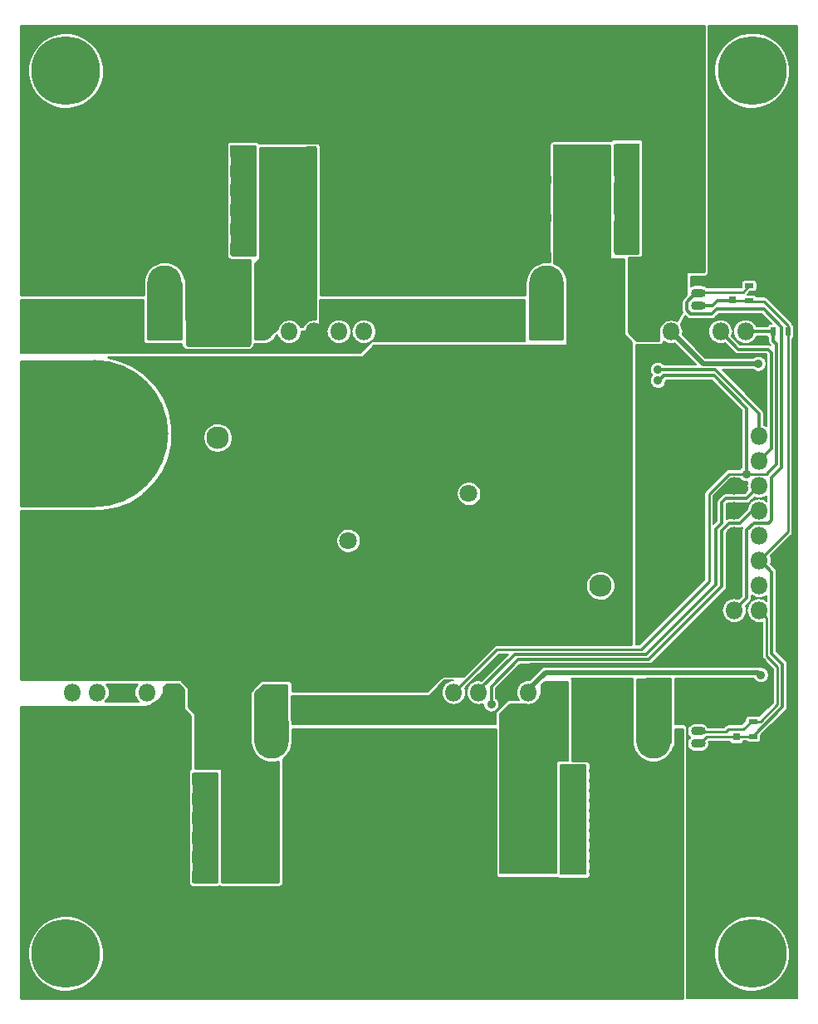
<source format=gtl>
G04 #@! TF.FileFunction,Copper,L1,Top,Signal*
%FSLAX46Y46*%
G04 Gerber Fmt 4.6, Leading zero omitted, Abs format (unit mm)*
G04 Created by KiCad (PCBNEW 4.0.1-stable) date 30.08.2016 22:59:34*
%MOMM*%
G01*
G04 APERTURE LIST*
%ADD10C,0.100000*%
%ADD11R,1.800000X1.800000*%
%ADD12O,1.800000X1.800000*%
%ADD13O,3.500120X5.501640*%
%ADD14C,1.800000*%
%ADD15R,0.900000X0.500000*%
%ADD16R,0.750000X0.800000*%
%ADD17C,7.000000*%
%ADD18O,1.501140X0.899160*%
%ADD19R,1.000000X1.250000*%
%ADD20R,3.200000X2.600000*%
%ADD21R,1.000000X3.200000*%
%ADD22R,0.500000X0.900000*%
%ADD23R,2.300000X2.300000*%
%ADD24C,2.300000*%
%ADD25C,15.000000*%
%ADD26C,0.700000*%
%ADD27C,0.900000*%
%ADD28C,0.500000*%
%ADD29C,0.300000*%
%ADD30C,0.250000*%
%ADD31C,1.800000*%
%ADD32C,0.254000*%
%ADD33C,0.200000*%
G04 APERTURE END LIST*
D10*
D11*
X164900000Y-118400000D03*
D12*
X154740000Y-118400000D03*
X152200000Y-118400000D03*
X149660000Y-118400000D03*
X147120000Y-118400000D03*
X144580000Y-118400000D03*
D13*
X159470000Y-77600000D03*
X154020000Y-77600000D03*
X164920000Y-77600000D03*
X120530000Y-77600000D03*
X115080000Y-77600000D03*
X125980000Y-77600000D03*
X120530000Y-122400000D03*
X125980000Y-122400000D03*
X115080000Y-122400000D03*
X159470000Y-122400000D03*
X164920000Y-122400000D03*
X154020000Y-122400000D03*
D14*
X133800000Y-110400000D03*
X133800000Y-102900000D03*
D15*
X174700000Y-78450000D03*
X174700000Y-76950000D03*
X175100000Y-122850000D03*
X175100000Y-121350000D03*
D16*
X173000000Y-78350000D03*
X173000000Y-76850000D03*
X173400000Y-122900000D03*
X173400000Y-121400000D03*
D17*
X105000000Y-55000000D03*
X105000000Y-145000000D03*
X175000000Y-55000000D03*
X175000000Y-145000000D03*
D18*
X169500000Y-77670000D03*
X169500000Y-78940000D03*
X169500000Y-76400000D03*
X169500000Y-122330000D03*
X169500000Y-123600000D03*
X169500000Y-121060000D03*
D14*
X146100000Y-90600000D03*
X146100000Y-98100000D03*
D19*
X118400000Y-137200000D03*
X116400000Y-137200000D03*
X159564400Y-126384360D03*
X157564400Y-126384360D03*
X118400000Y-133200000D03*
X116400000Y-133200000D03*
X159564400Y-130384360D03*
X157564400Y-130384360D03*
X118400000Y-129200000D03*
X116400000Y-129200000D03*
X159564400Y-134384360D03*
X157564400Y-134384360D03*
D20*
X120400000Y-81800000D03*
X120400000Y-89000000D03*
X159500000Y-118200000D03*
X159500000Y-111000000D03*
D21*
X120000000Y-136100000D03*
X126200000Y-136100000D03*
X155964400Y-127484360D03*
X149764400Y-127484360D03*
X120000000Y-132200000D03*
X126200000Y-132200000D03*
X155964400Y-131384360D03*
X149764400Y-131384360D03*
X120000000Y-128300000D03*
X126200000Y-128300000D03*
X155964400Y-135284360D03*
X149764400Y-135284360D03*
D19*
X163000000Y-73000000D03*
X165000000Y-73000000D03*
X163000000Y-71000000D03*
X165000000Y-71000000D03*
X163000000Y-69000000D03*
X165000000Y-69000000D03*
X163000000Y-67000000D03*
X165000000Y-67000000D03*
X163000000Y-65000000D03*
X165000000Y-65000000D03*
X163000000Y-63000000D03*
X165000000Y-63000000D03*
X120300000Y-73200000D03*
X122300000Y-73200000D03*
X120300000Y-71200000D03*
X122300000Y-71200000D03*
X120300000Y-69200000D03*
X122300000Y-69200000D03*
X120300000Y-67200000D03*
X122300000Y-67200000D03*
X120300000Y-65200000D03*
X122300000Y-65200000D03*
X120300000Y-63200000D03*
X122300000Y-63200000D03*
X118400000Y-135200000D03*
X116400000Y-135200000D03*
X118400000Y-131200000D03*
X116400000Y-131200000D03*
X118400000Y-127200000D03*
X116400000Y-127200000D03*
X159564400Y-128384360D03*
X157564400Y-128384360D03*
X159564400Y-132384360D03*
X157564400Y-132384360D03*
X159564400Y-136384360D03*
X157564400Y-136384360D03*
D21*
X161400000Y-64100000D03*
X155200000Y-64100000D03*
X161400000Y-68000000D03*
X155200000Y-68000000D03*
X161400000Y-71900000D03*
X155200000Y-71900000D03*
X123900000Y-72100000D03*
X130100000Y-72100000D03*
X123900000Y-68200000D03*
X130100000Y-68200000D03*
X123900000Y-64300000D03*
X130100000Y-64300000D03*
D22*
X177150000Y-81600000D03*
X178650000Y-81600000D03*
D11*
X173180000Y-92250000D03*
D12*
X175720000Y-92250000D03*
X173180000Y-94790000D03*
X175720000Y-94790000D03*
X173180000Y-97330000D03*
X175720000Y-97330000D03*
X173180000Y-99870000D03*
X175720000Y-99870000D03*
X173180000Y-102410000D03*
X175720000Y-102410000D03*
X173180000Y-104950000D03*
X175720000Y-104950000D03*
X173180000Y-107490000D03*
X175720000Y-107490000D03*
X173180000Y-110030000D03*
X175720000Y-110030000D03*
D23*
X159500000Y-92500000D03*
D24*
X159500000Y-107500000D03*
D23*
X120500000Y-107400000D03*
D24*
X120500000Y-92400000D03*
D11*
X154000000Y-81600000D03*
D12*
X164160000Y-81600000D03*
X166700000Y-81600000D03*
X169240000Y-81600000D03*
X171780000Y-81600000D03*
X174320000Y-81600000D03*
D11*
X115100000Y-81600000D03*
D12*
X125260000Y-81600000D03*
X127800000Y-81600000D03*
X130340000Y-81600000D03*
X132880000Y-81600000D03*
X135420000Y-81600000D03*
D11*
X126000000Y-118400000D03*
D12*
X115840000Y-118400000D03*
X113300000Y-118400000D03*
X110760000Y-118400000D03*
X108220000Y-118400000D03*
X105680000Y-118400000D03*
D25*
X108000000Y-108000000D03*
D26*
X108000000Y-102000000D03*
X105000000Y-102803848D03*
X102803848Y-105000000D03*
X102000000Y-108000000D03*
X102803848Y-111000000D03*
X105000000Y-113196152D03*
X108000000Y-114000000D03*
X111000000Y-113196152D03*
X113196152Y-111000000D03*
X114000000Y-108000000D03*
X113196152Y-105000000D03*
X111000000Y-102803848D03*
D25*
X108000000Y-92000000D03*
D26*
X108000000Y-86000000D03*
X105000000Y-86803848D03*
X102803848Y-89000000D03*
X102000000Y-92000000D03*
X102803848Y-95000000D03*
X105000000Y-97196152D03*
X108000000Y-98000000D03*
X111000000Y-97196152D03*
X113196152Y-95000000D03*
X114000000Y-92000000D03*
X113196152Y-89000000D03*
X111000000Y-86803848D03*
D25*
X108000000Y-68000000D03*
D26*
X108000000Y-62000000D03*
X105000000Y-62803848D03*
X102803848Y-65000000D03*
X102000000Y-68000000D03*
X102803848Y-71000000D03*
X105000000Y-73196152D03*
X108000000Y-74000000D03*
X111000000Y-73196152D03*
X113196152Y-71000000D03*
X114000000Y-68000000D03*
X113196152Y-65000000D03*
X111000000Y-62803848D03*
D25*
X108000000Y-132000000D03*
D26*
X108000000Y-126000000D03*
X105000000Y-126803848D03*
X102803848Y-129000000D03*
X102000000Y-132000000D03*
X102803848Y-135000000D03*
X105000000Y-137196152D03*
X108000000Y-138000000D03*
X111000000Y-137196152D03*
X113196152Y-135000000D03*
X114000000Y-132000000D03*
X113196152Y-129000000D03*
X111000000Y-126803848D03*
D27*
X175638088Y-84888742D03*
X175900000Y-116600000D03*
X166300000Y-84400000D03*
X146800001Y-82100000D03*
X147600000Y-79600000D03*
X150300000Y-82200000D03*
X141600000Y-79499980D03*
X142900000Y-118400000D03*
X169700000Y-106500000D03*
X132800000Y-120600000D03*
X172100000Y-117600000D03*
X171000000Y-115200000D03*
X164700000Y-111800000D03*
X167900000Y-108600000D03*
X165900000Y-110500000D03*
X171100000Y-110000000D03*
X169300000Y-111700000D03*
X167600000Y-113400000D03*
X165700000Y-88400000D03*
X176000000Y-115300000D03*
X176800000Y-117600000D03*
X179000000Y-116100000D03*
X177900000Y-114100000D03*
X167700000Y-117500000D03*
X137400000Y-82000000D03*
X144600000Y-120600000D03*
X139100000Y-120600000D03*
X128900000Y-120800000D03*
X150800000Y-79400000D03*
X165900000Y-115200000D03*
X165399980Y-85500020D03*
X148399998Y-119600000D03*
X128400000Y-131525000D03*
X128400000Y-128450000D03*
X128400000Y-127425000D03*
X128400000Y-129475000D03*
X128400000Y-134600000D03*
X128400000Y-137675000D03*
X128400000Y-136650000D03*
X128400000Y-133575000D03*
X128400000Y-135625000D03*
X127500000Y-137175000D03*
X127500000Y-136150000D03*
X127500000Y-135125000D03*
X127500000Y-134100000D03*
X127500000Y-133075000D03*
X127500000Y-132050000D03*
X127500000Y-131025000D03*
X127500000Y-128975000D03*
X127500000Y-127950000D03*
X127500000Y-126925000D03*
X128400000Y-132550000D03*
X147600000Y-125725000D03*
X147600000Y-127775000D03*
X147600000Y-126750000D03*
X148500000Y-126225000D03*
X148500000Y-136475000D03*
X147600000Y-135975000D03*
X147600000Y-131875000D03*
X148500000Y-131350000D03*
X148500000Y-132375000D03*
X147600000Y-128800000D03*
X148500000Y-130325000D03*
X148500000Y-129300000D03*
X147600000Y-129825000D03*
X148500000Y-128275000D03*
X147600000Y-133925000D03*
X147600000Y-134950000D03*
X148500000Y-135450000D03*
X148500000Y-134425000D03*
X148500000Y-127250000D03*
X147600000Y-130850000D03*
X147600000Y-124700000D03*
X148500000Y-125200000D03*
X148500000Y-137500000D03*
X147600000Y-138000000D03*
X147600000Y-137000000D03*
X147600000Y-132900000D03*
X148500000Y-133400000D03*
X160800000Y-129450000D03*
X160800000Y-128425000D03*
X160800000Y-130475000D03*
X160800000Y-127400000D03*
X160800000Y-126375000D03*
X160800000Y-125350000D03*
X160800000Y-131500000D03*
X160800000Y-132525000D03*
X160800000Y-133550000D03*
X160800000Y-134575000D03*
X160800000Y-136625000D03*
X160800000Y-135600000D03*
X160800000Y-137650000D03*
X158800000Y-135550000D03*
X158800000Y-136575000D03*
X158800000Y-137600000D03*
X158800000Y-134525000D03*
X158800000Y-132475000D03*
X158800000Y-131450000D03*
X158800000Y-133500000D03*
X158800000Y-125300000D03*
X158800000Y-127350000D03*
X158800000Y-126325000D03*
X158800000Y-129400000D03*
X158800000Y-128375000D03*
X158800000Y-130425000D03*
X128400000Y-125400000D03*
X128400000Y-130500000D03*
X128400000Y-126400000D03*
X128400000Y-138700000D03*
X127500000Y-138200000D03*
X127500000Y-130000000D03*
X127500000Y-125900000D03*
X115600000Y-126100000D03*
X115600000Y-127125000D03*
X115600000Y-128150000D03*
X115600000Y-129175000D03*
X115600000Y-130200000D03*
X115600000Y-131225000D03*
X115600000Y-132250000D03*
X115600000Y-135325000D03*
X115600000Y-134300000D03*
X115600000Y-133275000D03*
X115600000Y-136350000D03*
X115600000Y-137375000D03*
X115600000Y-138400000D03*
X117200000Y-138400000D03*
X117200000Y-137375000D03*
X117200000Y-136350000D03*
X117200000Y-135325000D03*
X117200000Y-134300000D03*
X117200000Y-133275000D03*
X117200000Y-132250000D03*
X117200000Y-131225000D03*
X117200000Y-130200000D03*
X117200000Y-129175000D03*
X117200000Y-128150000D03*
X117200000Y-127125000D03*
X117200000Y-126100000D03*
X153900000Y-73900000D03*
X166000000Y-67000000D03*
X166000000Y-68000000D03*
X166000000Y-69000000D03*
X166000000Y-70000000D03*
X166000000Y-71000000D03*
X166000000Y-72000000D03*
X166000000Y-73000000D03*
X166000000Y-74000000D03*
X166000000Y-65000000D03*
X166000000Y-66000000D03*
X153918692Y-72955880D03*
X153118692Y-73455880D03*
X153118692Y-63455880D03*
X153918692Y-64955880D03*
X153118692Y-64455880D03*
X153918692Y-63955880D03*
X153918692Y-61955880D03*
X153918692Y-62955880D03*
X153118692Y-62455880D03*
X153118692Y-61455880D03*
X153918692Y-70955880D03*
X153918692Y-71955880D03*
X153118692Y-71455880D03*
X153118692Y-70455880D03*
X153118692Y-72455880D03*
X153918692Y-67955880D03*
X153118692Y-67455880D03*
X153118692Y-68455880D03*
X153118692Y-69455880D03*
X153918692Y-69955880D03*
X153918692Y-68955880D03*
X153918692Y-65955880D03*
X153918692Y-66955880D03*
X153118692Y-65455880D03*
X153118692Y-66455880D03*
X166000000Y-64000000D03*
X166000000Y-63000000D03*
X166000000Y-62000000D03*
X164200000Y-63000000D03*
X164200000Y-62000000D03*
X164200000Y-64000000D03*
X164200000Y-70000000D03*
X164200000Y-69000000D03*
X164200000Y-67000000D03*
X164200000Y-68000000D03*
X164200000Y-65000000D03*
X164200000Y-66000000D03*
X164200000Y-74000000D03*
X164200000Y-72000000D03*
X164200000Y-73000000D03*
X164200000Y-71000000D03*
X132100000Y-61700000D03*
X132100000Y-62700000D03*
X132100000Y-63700000D03*
X132100000Y-64700000D03*
X132100000Y-65700000D03*
X132100000Y-66700000D03*
X132100000Y-67700000D03*
X132100000Y-68700000D03*
X132100000Y-69700000D03*
X132100000Y-70700000D03*
X132100000Y-71700000D03*
X132100000Y-72700000D03*
X132100000Y-73700000D03*
X132100000Y-74700000D03*
X131300000Y-74200000D03*
X131300000Y-73200000D03*
X131300000Y-72200000D03*
X131300000Y-71200000D03*
X131300000Y-70200000D03*
X131300000Y-69200000D03*
X131300000Y-68200000D03*
X131300000Y-67200000D03*
X131300000Y-66200000D03*
X131300000Y-65200000D03*
X131300000Y-64200000D03*
X131300000Y-63200000D03*
X131300000Y-62200000D03*
X119300000Y-74200000D03*
X119300000Y-73200000D03*
X119300000Y-72200000D03*
X119300000Y-71200000D03*
X119300000Y-70200000D03*
X119300000Y-69200000D03*
X119300000Y-68200000D03*
X119300000Y-67200000D03*
X119300000Y-66200000D03*
X119300000Y-65200000D03*
X119300000Y-64200000D03*
X119300000Y-63200000D03*
X119300000Y-62200000D03*
X121100000Y-62200000D03*
X121100000Y-74200000D03*
X121100000Y-72200000D03*
X121100000Y-70200000D03*
X121100000Y-68200000D03*
X121100000Y-66200000D03*
X121100000Y-64200000D03*
X121100000Y-73200000D03*
X121100000Y-71200000D03*
X121100000Y-69200000D03*
X121100000Y-67200000D03*
X121100000Y-65200000D03*
X121100000Y-63200000D03*
X165399980Y-86600033D03*
X174400000Y-96099990D03*
D28*
X175638088Y-84888742D02*
X169988742Y-84888742D01*
X169988742Y-84888742D02*
X166700000Y-81600000D01*
X175900000Y-116600000D02*
X175649995Y-116349995D01*
X175649995Y-116349995D02*
X153950005Y-116349995D01*
X153950005Y-116349995D02*
X152200000Y-118100000D01*
X152200000Y-118100000D02*
X152200000Y-118400000D01*
X146900001Y-82200000D02*
X146800001Y-82100000D01*
X150300000Y-82200000D02*
X146900001Y-82200000D01*
X147800000Y-79400000D02*
X147600000Y-79600000D01*
X150800000Y-79400000D02*
X147800000Y-79400000D01*
D29*
X173000000Y-76850000D02*
X173000000Y-76200000D01*
X173000000Y-76200000D02*
X173400000Y-75800000D01*
X173400000Y-75800000D02*
X178600000Y-75800000D01*
X178600000Y-75800000D02*
X179500000Y-76700000D01*
X179500000Y-76700000D02*
X179500000Y-112500000D01*
X179500000Y-112500000D02*
X177900000Y-114100000D01*
D28*
X142900000Y-118900000D02*
X142900000Y-118400000D01*
X144600000Y-120600000D02*
X142900000Y-118900000D01*
X165900000Y-115200000D02*
X165450016Y-115649984D01*
X165450016Y-115649984D02*
X152450016Y-115649984D01*
X151860000Y-116200000D02*
X149660000Y-118400000D01*
X152450016Y-115649984D02*
X151900000Y-116200000D01*
X151900000Y-116200000D02*
X151860000Y-116200000D01*
D30*
X169700000Y-106800000D02*
X169700000Y-106500000D01*
X167900000Y-108600000D02*
X169700000Y-106800000D01*
D28*
X132800000Y-120600000D02*
X132599989Y-120800011D01*
X132599989Y-120800011D02*
X128900011Y-120800011D01*
X128900011Y-120800011D02*
X128900000Y-120800000D01*
D30*
X167700000Y-117500000D02*
X172000000Y-117500000D01*
X172000000Y-117500000D02*
X172100000Y-117600000D01*
X171000000Y-115200000D02*
X175900000Y-115200000D01*
X165900000Y-115200000D02*
X171000000Y-115200000D01*
X164700000Y-111800000D02*
X165900000Y-110600000D01*
X165900000Y-110600000D02*
X165900000Y-110500000D01*
X169300000Y-111700000D02*
X169400000Y-111700000D01*
X169400000Y-111700000D02*
X171100000Y-110000000D01*
X165900000Y-115200000D02*
X165900000Y-115100000D01*
X165900000Y-115100000D02*
X167600000Y-113400000D01*
X175900000Y-115200000D02*
X176000000Y-115300000D01*
D29*
X177900000Y-114200000D02*
X179000000Y-115300000D01*
X179000000Y-115300000D02*
X179000000Y-116100000D01*
X177900000Y-114100000D02*
X177900000Y-114200000D01*
D30*
X169500000Y-121060000D02*
X169500000Y-119300000D01*
X169500000Y-119300000D02*
X167700000Y-117500000D01*
D29*
X171100000Y-76400000D02*
X171550000Y-76850000D01*
X171550000Y-76850000D02*
X173000000Y-76850000D01*
X169500000Y-76400000D02*
X171100000Y-76400000D01*
D30*
X169500000Y-121060000D02*
X169540000Y-121100000D01*
X169540000Y-121100000D02*
X171400000Y-121100000D01*
X171400000Y-121100000D02*
X171700000Y-121400000D01*
X171700000Y-121400000D02*
X173400000Y-121400000D01*
X169500000Y-121060000D02*
X169240000Y-121060000D01*
D28*
X117300000Y-94700000D02*
X117300000Y-92100000D01*
X117300000Y-92100000D02*
X120400000Y-89000000D01*
X120500000Y-97900000D02*
X117300000Y-94700000D01*
X120500000Y-107400000D02*
X120500000Y-97900000D01*
X120500000Y-107400000D02*
X108600000Y-107400000D01*
X108600000Y-107400000D02*
X108000000Y-108000000D01*
X133800000Y-110400000D02*
X158900000Y-110400000D01*
X158900000Y-110400000D02*
X159500000Y-111000000D01*
X133800000Y-110400000D02*
X133800000Y-107000000D01*
X133800000Y-107000000D02*
X146100000Y-94700000D01*
X146100000Y-94700000D02*
X146100000Y-90600000D01*
X120500000Y-107400000D02*
X120500000Y-122370000D01*
X120500000Y-122370000D02*
X120530000Y-122400000D01*
X120500000Y-107400000D02*
X130800000Y-107400000D01*
X130800000Y-107400000D02*
X133800000Y-110400000D01*
X120500000Y-107400000D02*
X120200000Y-107100000D01*
X108900000Y-107100000D02*
X108000000Y-108000000D01*
D29*
X120400000Y-89000000D02*
X120700000Y-89000000D01*
D30*
X155200000Y-87900000D02*
X155200000Y-90000000D01*
X155200000Y-90000000D02*
X157200000Y-92000000D01*
X157200000Y-92000000D02*
X159500000Y-92000000D01*
X146100000Y-89600000D02*
X153500000Y-89600000D01*
X153500000Y-89600000D02*
X155200000Y-87900000D01*
D29*
X159400000Y-111100000D02*
X159500000Y-111000000D01*
X155200000Y-71900000D02*
X155200000Y-72700000D01*
X133700000Y-111100000D02*
X133700000Y-109600000D01*
X133800000Y-111000000D02*
X133700000Y-111100000D01*
X159470000Y-82254000D02*
X159470000Y-77600000D01*
X159470000Y-77600000D02*
X159470000Y-76170000D01*
X159470000Y-76170000D02*
X155200000Y-71900000D01*
X155200000Y-71900000D02*
X155200000Y-73000000D01*
X159470000Y-77270000D02*
X159470000Y-77600000D01*
X155200000Y-68000000D02*
X155200000Y-71900000D01*
X155200000Y-64100000D02*
X155200000Y-68000000D01*
X126200000Y-127200000D02*
X121400000Y-122400000D01*
X126200000Y-128300000D02*
X126200000Y-127200000D01*
X121400000Y-122400000D02*
X120530000Y-122400000D01*
X126200000Y-132200000D02*
X126200000Y-128300000D01*
X126200000Y-136100000D02*
X126200000Y-132200000D01*
X158204000Y-83520000D02*
X159470000Y-82254000D01*
D30*
X155200000Y-87900000D02*
X155200000Y-86524000D01*
X155200000Y-86524000D02*
X158204000Y-83520000D01*
D29*
X130100000Y-72100000D02*
X130100000Y-73200000D01*
X130100000Y-73200000D02*
X125980000Y-77320000D01*
X125980000Y-77320000D02*
X125980000Y-77600000D01*
X130100000Y-68200000D02*
X130100000Y-72100000D01*
X130100000Y-64300000D02*
X130100000Y-68200000D01*
X149764400Y-127484360D02*
X149764400Y-126384360D01*
X149764400Y-126384360D02*
X153748760Y-122400000D01*
X153748760Y-122400000D02*
X154020000Y-122400000D01*
X153548760Y-122400000D02*
X154020000Y-122400000D01*
X149764400Y-131384360D02*
X149764400Y-127484360D01*
X149764400Y-135284360D02*
X149764400Y-131384360D01*
X125900000Y-77680000D02*
X125980000Y-77600000D01*
X171242812Y-85500020D02*
X166036376Y-85500020D01*
X175720000Y-92250000D02*
X175720000Y-89977208D01*
X166036376Y-85500020D02*
X165399980Y-85500020D01*
X175720000Y-89977208D02*
X171242812Y-85500020D01*
X175720000Y-92250000D02*
X175720000Y-91720000D01*
X171780000Y-81600000D02*
X173580000Y-83400000D01*
X173580000Y-83400000D02*
X176600000Y-83400000D01*
X176600000Y-83400000D02*
X176970005Y-83770005D01*
X176970005Y-83770005D02*
X176970005Y-93539995D01*
X176970005Y-93539995D02*
X175720000Y-94790000D01*
D30*
X175720000Y-94790000D02*
X175720000Y-94480000D01*
D29*
X150824989Y-114475011D02*
X147120000Y-118180000D01*
X175720000Y-97330000D02*
X174450000Y-98600000D01*
X174450000Y-98600000D02*
X172300000Y-98600000D01*
X171900011Y-101099989D02*
X171300000Y-101700000D01*
X172300000Y-98600000D02*
X171900011Y-98999989D01*
X171900011Y-98999989D02*
X171900011Y-101099989D01*
X171300000Y-101700000D02*
X171300000Y-107400000D01*
X171300000Y-107400000D02*
X164224989Y-114475011D01*
X164224989Y-114475011D02*
X150824989Y-114475011D01*
X147120000Y-118180000D02*
X147120000Y-118400000D01*
X148399998Y-118963604D02*
X148399998Y-119600000D01*
X148399998Y-117800002D02*
X148399998Y-118963604D01*
X151150026Y-115049974D02*
X148399998Y-117800002D01*
X164450026Y-115049974D02*
X151150026Y-115049974D01*
X171900000Y-107600000D02*
X164450026Y-115049974D01*
X173780001Y-101120001D02*
X172673869Y-101120001D01*
X171900000Y-101893870D02*
X171900000Y-107600000D01*
X175030002Y-99870000D02*
X173780001Y-101120001D01*
X175720000Y-99870000D02*
X175030002Y-99870000D01*
X172673869Y-101120001D02*
X171900000Y-101893870D01*
X175720000Y-99870000D02*
X175230000Y-99870000D01*
X175530000Y-99870000D02*
X175720000Y-99870000D01*
D30*
X175720000Y-104950000D02*
X178650000Y-102020000D01*
X178650000Y-102020000D02*
X178650000Y-82600000D01*
X178650000Y-82600000D02*
X178650000Y-81600000D01*
X174700000Y-78450000D02*
X173100000Y-78450000D01*
X173100000Y-78450000D02*
X173000000Y-78350000D01*
D29*
X171500000Y-78400000D02*
X172950000Y-78400000D01*
X172950000Y-78400000D02*
X173000000Y-78350000D01*
X169500000Y-78940000D02*
X170960000Y-78940000D01*
X170960000Y-78940000D02*
X171500000Y-78400000D01*
D30*
X169500000Y-123600000D02*
X169700000Y-123600000D01*
X169700000Y-123600000D02*
X170400000Y-122900000D01*
X170400000Y-122900000D02*
X173375000Y-122900000D01*
X173375000Y-122900000D02*
X173400000Y-122925000D01*
X173400000Y-122925000D02*
X173400000Y-122900000D01*
D29*
X175720000Y-104950000D02*
X175850000Y-104950000D01*
X175850000Y-104950000D02*
X177000000Y-106100000D01*
X177000000Y-106100000D02*
X177000000Y-114400000D01*
X177000000Y-114400000D02*
X178100000Y-115500000D01*
X178100000Y-115500000D02*
X178100000Y-119850000D01*
X178100000Y-119850000D02*
X175100000Y-122850000D01*
D30*
X178650000Y-81600000D02*
X178650000Y-80950000D01*
X178650000Y-80950000D02*
X176200000Y-78500000D01*
X176200000Y-78500000D02*
X174750000Y-78500000D01*
X174750000Y-78500000D02*
X174700000Y-78450000D01*
X174700000Y-78450000D02*
X174900000Y-78450000D01*
X174700000Y-78450000D02*
X174650000Y-78400000D01*
X175100000Y-122850000D02*
X173450000Y-122850000D01*
X173450000Y-122850000D02*
X173400000Y-122900000D01*
D29*
X177000000Y-100800000D02*
X176679999Y-101120001D01*
X169500000Y-77670000D02*
X169199010Y-77670000D01*
X169199010Y-77670000D02*
X168300000Y-78569010D01*
X168700000Y-79800000D02*
X170900000Y-79800000D01*
X168300000Y-78569010D02*
X168300000Y-79400000D01*
X176679999Y-101120001D02*
X175159997Y-101120001D01*
X168300000Y-79400000D02*
X168700000Y-79800000D01*
X170900000Y-79800000D02*
X171400000Y-79300000D01*
X171400000Y-79300000D02*
X176200000Y-79300000D01*
X176200000Y-79300000D02*
X178024989Y-81124989D01*
X178024989Y-81124989D02*
X178024989Y-95475011D01*
X174430001Y-101849997D02*
X174430001Y-108779999D01*
X178024989Y-95475011D02*
X177000000Y-96500000D01*
X177000000Y-96500000D02*
X177000000Y-100800000D01*
X175159997Y-101120001D02*
X174430001Y-101849997D01*
X174430001Y-108779999D02*
X174079999Y-109130001D01*
X174079999Y-109130001D02*
X173180000Y-110030000D01*
D30*
X169570000Y-77600000D02*
X174050000Y-77600000D01*
X174050000Y-77600000D02*
X174700000Y-76950000D01*
D29*
X169570000Y-77600000D02*
X169500000Y-77670000D01*
X169500000Y-77670000D02*
X169630000Y-77800000D01*
D30*
X169500000Y-122330000D02*
X169570000Y-122400000D01*
X169570000Y-122400000D02*
X172300000Y-122400000D01*
X172300000Y-122400000D02*
X172574999Y-122125001D01*
X172574999Y-122125001D02*
X174124999Y-122125001D01*
X174124999Y-122125001D02*
X174900000Y-121350000D01*
X174900000Y-121350000D02*
X175100000Y-121350000D01*
X175720000Y-110030000D02*
X176500000Y-110810000D01*
X177600000Y-115800000D02*
X177600000Y-119600000D01*
X176500000Y-110810000D02*
X176500000Y-114700000D01*
X176500000Y-114700000D02*
X177600000Y-115800000D01*
X177600000Y-119600000D02*
X175850000Y-121350000D01*
X175850000Y-121350000D02*
X175100000Y-121350000D01*
X175720000Y-110030000D02*
X175720000Y-109249130D01*
X175300000Y-121350000D02*
X175100000Y-121350000D01*
D29*
X116400000Y-127200000D02*
X116400000Y-126100000D01*
X116400000Y-126100000D02*
X116400000Y-125600000D01*
X115600000Y-126100000D02*
X116400000Y-126100000D01*
X159500000Y-118200000D02*
X159500000Y-122370000D01*
X159500000Y-122370000D02*
X159470000Y-122400000D01*
X159564400Y-126384360D02*
X159564400Y-122494400D01*
X159564400Y-122494400D02*
X159470000Y-122400000D01*
X127500000Y-126925000D02*
X127500000Y-125900000D01*
X127500000Y-127950000D02*
X127500000Y-126925000D01*
X127500000Y-128975000D02*
X127500000Y-127950000D01*
X127500000Y-131025000D02*
X127500000Y-128975000D01*
X127500000Y-132050000D02*
X127500000Y-131025000D01*
X127500000Y-133075000D02*
X127500000Y-132050000D01*
X127500000Y-134100000D02*
X127500000Y-133075000D01*
X127500000Y-135125000D02*
X127500000Y-134100000D01*
X127500000Y-136150000D02*
X127500000Y-135125000D01*
X127500000Y-137175000D02*
X127500000Y-136150000D01*
X128400000Y-137675000D02*
X128400000Y-138700000D01*
X128400000Y-136650000D02*
X128400000Y-137675000D01*
X128400000Y-135625000D02*
X128400000Y-136650000D01*
X128400000Y-134600000D02*
X128400000Y-135625000D01*
X128400000Y-133575000D02*
X128400000Y-134600000D01*
X128400000Y-132550000D02*
X128400000Y-133575000D01*
X128400000Y-131525000D02*
X128400000Y-132550000D01*
X128400000Y-129475000D02*
X128400000Y-130500000D01*
X128400000Y-128450000D02*
X128400000Y-129475000D01*
X128400000Y-127425000D02*
X128400000Y-128450000D01*
X127500000Y-125900000D02*
X127900000Y-125900000D01*
X127900000Y-125900000D02*
X128400000Y-125400000D01*
X127500000Y-138200000D02*
X127500000Y-137200000D01*
X128400000Y-138700000D02*
X128000000Y-138700000D01*
X128000000Y-138700000D02*
X127500000Y-138200000D01*
X128400000Y-130500000D02*
X128400000Y-131500000D01*
X128400000Y-126400000D02*
X128400000Y-127400000D01*
X147600000Y-135975000D02*
X147600000Y-137000000D01*
X147600000Y-134950000D02*
X147600000Y-135975000D01*
X147600000Y-133925000D02*
X147600000Y-134950000D01*
X147600000Y-131875000D02*
X147600000Y-132900000D01*
X147600000Y-130850000D02*
X147600000Y-131875000D01*
X147600000Y-129825000D02*
X147600000Y-130850000D01*
X147600000Y-128800000D02*
X147600000Y-129825000D01*
X147600000Y-127775000D02*
X147600000Y-128800000D01*
X147600000Y-126750000D02*
X147600000Y-127775000D01*
X147600000Y-125725000D02*
X147600000Y-126750000D01*
X148500000Y-126225000D02*
X148500000Y-125400000D01*
X148500000Y-127250000D02*
X148500000Y-126225000D01*
X148500000Y-128275000D02*
X148500000Y-127250000D01*
X148500000Y-129300000D02*
X148500000Y-128275000D01*
X148500000Y-130325000D02*
X148500000Y-129300000D01*
X148500000Y-131350000D02*
X148500000Y-130325000D01*
X148500000Y-132375000D02*
X148500000Y-131350000D01*
X148500000Y-134425000D02*
X148500000Y-132375000D01*
X148500000Y-135450000D02*
X148500000Y-134425000D01*
X148500000Y-136475000D02*
X148500000Y-135450000D01*
X147600000Y-132900000D02*
X147600000Y-133900000D01*
X147600000Y-124700000D02*
X147600000Y-125700000D01*
X148500000Y-125200000D02*
X148100000Y-125200000D01*
X148100000Y-125200000D02*
X147600000Y-124700000D01*
X148500000Y-137500000D02*
X148500000Y-136500000D01*
X148500000Y-137500000D02*
X158700000Y-137500000D01*
X158700000Y-137500000D02*
X158800000Y-137600000D01*
X147600000Y-137000000D02*
X147600000Y-138000000D01*
X147600000Y-137000000D02*
X148000000Y-137000000D01*
X148000000Y-137000000D02*
X148500000Y-137500000D01*
X158800000Y-136575000D02*
X159373760Y-136575000D01*
X159373760Y-136575000D02*
X159564400Y-136384360D01*
X158800000Y-137600000D02*
X160750000Y-137600000D01*
X160750000Y-137600000D02*
X160800000Y-137650000D01*
X160800000Y-126375000D02*
X160800000Y-125350000D01*
X160900000Y-137550000D02*
X160800000Y-137650000D01*
X160800000Y-137650000D02*
X160800000Y-136625000D01*
X160800000Y-136625000D02*
X160800000Y-135600000D01*
X160800000Y-135600000D02*
X160800000Y-134575000D01*
X160800000Y-133550000D02*
X160800000Y-132525000D01*
X160800000Y-133550000D02*
X160800000Y-134575000D01*
X160800000Y-132525000D02*
X160800000Y-131500000D01*
X160800000Y-131500000D02*
X160800000Y-130475000D01*
X160800000Y-130475000D02*
X160800000Y-129450000D01*
X160800000Y-129450000D02*
X160800000Y-128425000D01*
X160800000Y-128425000D02*
X160800000Y-127400000D01*
X160800000Y-127400000D02*
X160800000Y-126375000D01*
X158800000Y-136575000D02*
X158800000Y-137600000D01*
X158800000Y-135550000D02*
X158800000Y-136575000D01*
X158800000Y-134525000D02*
X158800000Y-135550000D01*
X158800000Y-133500000D02*
X158800000Y-134525000D01*
X158800000Y-132475000D02*
X158800000Y-133500000D01*
X158800000Y-131450000D02*
X158800000Y-132475000D01*
X158800000Y-130425000D02*
X158800000Y-131450000D01*
X158800000Y-129400000D02*
X158800000Y-130425000D01*
X158800000Y-128375000D02*
X158800000Y-129400000D01*
X158800000Y-127350000D02*
X158800000Y-128375000D01*
X158800000Y-126325000D02*
X158800000Y-127350000D01*
X158800000Y-125300000D02*
X158800000Y-126325000D01*
X160400000Y-135300000D02*
X160500000Y-135400000D01*
X158800000Y-129500000D02*
X158900000Y-129400000D01*
X128400000Y-126400000D02*
X128400000Y-125400000D01*
X128400000Y-126400000D02*
X128000000Y-126400000D01*
X128000000Y-126400000D02*
X127500000Y-125900000D01*
X115600000Y-131300000D02*
X115600000Y-130300000D01*
X115600000Y-130300000D02*
X115700000Y-130200000D01*
X115500000Y-132400000D02*
X115700000Y-132200000D01*
X115200000Y-134200000D02*
X115300000Y-134100000D01*
X117300000Y-137200000D02*
X117300000Y-138300000D01*
X117300000Y-138300000D02*
X117200000Y-138400000D01*
X117200000Y-135200000D02*
X117200000Y-136100000D01*
X117200000Y-136100000D02*
X117300000Y-136200000D01*
X117200000Y-133200000D02*
X117200000Y-134100000D01*
X117200000Y-131200000D02*
X117200000Y-132200000D01*
X117200000Y-129200000D02*
X117200000Y-130200000D01*
X117200000Y-127200000D02*
X117200000Y-128200000D01*
X116400000Y-125600000D02*
X116400000Y-123720000D01*
X116400000Y-125600000D02*
X116700000Y-125600000D01*
X116700000Y-125600000D02*
X117200000Y-126100000D01*
X115080000Y-122400000D02*
X115700000Y-122400000D01*
X159564400Y-128384360D02*
X159564400Y-126384360D01*
X159564400Y-130384360D02*
X159564400Y-128384360D01*
X159564400Y-132384360D02*
X159564400Y-130384360D01*
X159564400Y-134384360D02*
X159564400Y-132384360D01*
X159564400Y-136384360D02*
X159564400Y-134384360D01*
X116400000Y-123720000D02*
X115080000Y-122400000D01*
X116400000Y-135200000D02*
X116400000Y-137200000D01*
X116400000Y-133200000D02*
X116400000Y-135200000D01*
X116400000Y-131200000D02*
X116400000Y-133200000D01*
X116400000Y-129200000D02*
X116400000Y-131200000D01*
X116400000Y-127200000D02*
X116400000Y-129200000D01*
D28*
X103000000Y-127000000D02*
X108000000Y-132000000D01*
D29*
X120400000Y-81800000D02*
X120400000Y-80200000D01*
X120400000Y-80200000D02*
X120530000Y-80070000D01*
X120530000Y-80070000D02*
X120530000Y-77600000D01*
X166000000Y-72000000D02*
X166000000Y-73000000D01*
X166000000Y-70000000D02*
X166000000Y-71000000D01*
X166000000Y-68000000D02*
X166000000Y-69000000D01*
X166000000Y-69000000D02*
X166000000Y-70000000D01*
X166000000Y-73000000D02*
X166000000Y-74000000D01*
X166000000Y-66000000D02*
X166000000Y-67000000D01*
X166000000Y-65000000D02*
X166000000Y-66000000D01*
X166000000Y-64000000D02*
X166000000Y-65000000D01*
X153118692Y-73455880D02*
X153418692Y-73455880D01*
X153418692Y-73455880D02*
X153918692Y-73955880D01*
X154118692Y-61955880D02*
X164155880Y-61955880D01*
X164155880Y-61955880D02*
X164200000Y-62000000D01*
X153918692Y-64955880D02*
X153918692Y-63955880D01*
X153918692Y-62955880D02*
X153918692Y-61955880D01*
X153918692Y-66955880D02*
X153918692Y-65955880D01*
X153118692Y-65455880D02*
X153118692Y-64455880D01*
X153118692Y-62455880D02*
X153118692Y-61455880D01*
X153118692Y-66455880D02*
X153118692Y-65455880D01*
X153118692Y-63455880D02*
X153118692Y-62455880D01*
X153118692Y-64455880D02*
X153118692Y-63455880D01*
X153118692Y-72455880D02*
X153118692Y-71455880D01*
X153118692Y-73455880D02*
X153118692Y-72455880D01*
X153918692Y-73955880D02*
X153918692Y-72955880D01*
X153918692Y-73955880D02*
X153618692Y-73955880D01*
X153918692Y-71955880D02*
X153918692Y-70955880D01*
X153918692Y-68955880D02*
X153918692Y-67955880D01*
X153118692Y-71455880D02*
X153118692Y-70455880D01*
X153118692Y-67455880D02*
X153118692Y-66455880D01*
X153118692Y-69455880D02*
X153118692Y-68455880D01*
X153118692Y-70455880D02*
X153118692Y-69455880D01*
X153118692Y-68455880D02*
X153118692Y-67455880D01*
X153918692Y-70955880D02*
X153918692Y-69955880D01*
X166000000Y-62000000D02*
X165000000Y-63000000D01*
X164200000Y-62000000D02*
X164200000Y-62200000D01*
X164200000Y-62200000D02*
X165000000Y-63000000D01*
X164200000Y-70000000D02*
X164200000Y-71000000D01*
X164200000Y-71000000D02*
X164200000Y-72000000D01*
X164200000Y-72000000D02*
X164200000Y-73000000D01*
X164200000Y-69000000D02*
X164200000Y-70000000D01*
X164200000Y-73000000D02*
X164200000Y-74000000D01*
X164200000Y-66000000D02*
X164200000Y-67000000D01*
X164200000Y-65000000D02*
X164200000Y-66000000D01*
X164200000Y-67000000D02*
X164200000Y-68000000D01*
X164200000Y-68000000D02*
X164200000Y-69000000D01*
X164200000Y-62000000D02*
X164200000Y-63000000D01*
X164200000Y-64000000D02*
X164200000Y-65000000D01*
X164200000Y-63000000D02*
X164200000Y-64000000D01*
X132100000Y-73700000D02*
X132100000Y-74700000D01*
X132100000Y-72700000D02*
X132100000Y-73700000D01*
X132100000Y-71700000D02*
X132100000Y-72700000D01*
X132100000Y-70700000D02*
X132100000Y-71700000D01*
X132100000Y-69700000D02*
X132100000Y-70700000D01*
X132100000Y-68700000D02*
X132100000Y-69700000D01*
X132100000Y-67700000D02*
X132100000Y-68700000D01*
X132100000Y-66700000D02*
X132100000Y-67700000D01*
X132100000Y-65700000D02*
X132100000Y-66700000D01*
X132100000Y-64700000D02*
X132100000Y-65700000D01*
X132100000Y-63700000D02*
X132100000Y-64700000D01*
X131300000Y-62200000D02*
X131600000Y-62200000D01*
X131600000Y-62200000D02*
X132100000Y-61700000D01*
X132100000Y-62700000D02*
X132100000Y-63700000D01*
X131300000Y-73200000D02*
X131300000Y-74200000D01*
X131300000Y-71200000D02*
X131300000Y-72200000D01*
X131300000Y-69200000D02*
X131300000Y-70200000D01*
X131300000Y-67200000D02*
X131300000Y-68200000D01*
X131300000Y-65200000D02*
X131300000Y-66200000D01*
X131300000Y-64200000D02*
X131300000Y-65200000D01*
X131300000Y-62200000D02*
X131300000Y-63200000D01*
X121100000Y-62200000D02*
X131300000Y-62200000D01*
X119300000Y-73200000D02*
X120300000Y-73200000D01*
X119300000Y-73200000D02*
X119300000Y-74200000D01*
X119300000Y-72200000D02*
X119300000Y-73200000D01*
X119300000Y-71200000D02*
X119300000Y-72200000D01*
X119300000Y-70200000D02*
X119300000Y-71200000D01*
X119300000Y-69200000D02*
X119300000Y-70200000D01*
X119300000Y-68200000D02*
X119300000Y-69200000D01*
X119300000Y-67200000D02*
X119300000Y-68200000D01*
X119300000Y-66200000D02*
X119300000Y-67200000D01*
X119300000Y-65200000D02*
X119300000Y-66200000D01*
X119300000Y-64200000D02*
X119300000Y-65200000D01*
X119300000Y-63200000D02*
X119300000Y-64200000D01*
X119300000Y-62200000D02*
X119300000Y-63200000D01*
X121100000Y-73200000D02*
X121100000Y-74200000D01*
X121100000Y-69200000D02*
X121100000Y-70200000D01*
X121100000Y-65200000D02*
X121100000Y-66200000D01*
X120300000Y-73200000D02*
X121100000Y-73200000D01*
X120300000Y-71200000D02*
X121100000Y-71200000D01*
X120300000Y-69200000D02*
X121100000Y-69200000D01*
X120300000Y-67200000D02*
X121100000Y-67200000D01*
X120300000Y-65200000D02*
X121100000Y-65200000D01*
X120300000Y-63200000D02*
X121100000Y-63200000D01*
X120300000Y-73200000D02*
X120300000Y-77370000D01*
X120300000Y-77370000D02*
X120530000Y-77600000D01*
X120300000Y-71200000D02*
X120300000Y-73200000D01*
X120300000Y-69200000D02*
X120300000Y-71200000D01*
X120300000Y-67200000D02*
X120300000Y-69200000D01*
X120300000Y-65200000D02*
X120300000Y-67200000D01*
X120300000Y-63200000D02*
X120300000Y-65200000D01*
X165000000Y-73000000D02*
X165000000Y-77520000D01*
X165000000Y-77520000D02*
X164920000Y-77600000D01*
X165000000Y-71000000D02*
X165000000Y-73000000D01*
X165000000Y-69000000D02*
X165000000Y-71000000D01*
X165000000Y-67000000D02*
X165000000Y-69000000D01*
X165000000Y-65000000D02*
X165000000Y-67000000D01*
X165000000Y-63000000D02*
X165000000Y-65000000D01*
X120400000Y-77730000D02*
X120530000Y-77600000D01*
X165600000Y-76920000D02*
X164920000Y-77600000D01*
X154020000Y-77600000D02*
X154020000Y-81580000D01*
X154020000Y-81580000D02*
X154000000Y-81600000D01*
D28*
X115000000Y-80000000D02*
X114151472Y-80000000D01*
D31*
X126000000Y-122380000D02*
X126400000Y-121980000D01*
X126400000Y-121980000D02*
X126400000Y-121500000D01*
X126400000Y-121500000D02*
X126400000Y-118400000D01*
D29*
X126000000Y-122380000D02*
X125980000Y-122400000D01*
X161400000Y-71900000D02*
X161900000Y-71900000D01*
X161900000Y-71900000D02*
X163000000Y-73000000D01*
X161400000Y-68000000D02*
X162000000Y-68000000D01*
X162000000Y-68000000D02*
X163000000Y-69000000D01*
X161400000Y-64100000D02*
X162100000Y-64100000D01*
X162100000Y-64100000D02*
X163000000Y-65000000D01*
X163000000Y-71000000D02*
X163000000Y-73000000D01*
X163000000Y-69000000D02*
X163000000Y-71000000D01*
X163000000Y-67000000D02*
X163000000Y-69000000D01*
X163000000Y-65000000D02*
X163000000Y-67000000D01*
X163000000Y-63000000D02*
X163000000Y-65000000D01*
X174400000Y-96100000D02*
X174430001Y-96069999D01*
X174430001Y-96069999D02*
X174430001Y-89430001D01*
X174430001Y-89430001D02*
X171100000Y-86100000D01*
X171100000Y-86100000D02*
X166000000Y-86100000D01*
X166000000Y-86100000D02*
X165499967Y-86600033D01*
X165499967Y-86600033D02*
X165399980Y-86600033D01*
X177150000Y-81600000D02*
X177150000Y-82550000D01*
X177470016Y-82870017D02*
X177470016Y-95129984D01*
X177150000Y-82550000D02*
X177470016Y-82870017D01*
X177470016Y-95129984D02*
X176600000Y-96000000D01*
X174320000Y-81600000D02*
X177150000Y-81600000D01*
D30*
X174400000Y-96099990D02*
X172650880Y-96099990D01*
X172650880Y-96099990D02*
X170600000Y-98150870D01*
X170600000Y-98150870D02*
X170600000Y-107100000D01*
X170600000Y-107100000D02*
X163700000Y-114000000D01*
X163700000Y-114000000D02*
X148980000Y-114000000D01*
X148980000Y-114000000D02*
X144580000Y-118400000D01*
X175036396Y-96099990D02*
X174400000Y-96099990D01*
X176500010Y-96099990D02*
X175036396Y-96099990D01*
X176600000Y-96000000D02*
X176500010Y-96099990D01*
X174400000Y-96100000D02*
X174400000Y-96099990D01*
X174500000Y-96000000D02*
X174400000Y-96100000D01*
D29*
X118400000Y-135200000D02*
X119100000Y-135200000D01*
X119100000Y-135200000D02*
X120000000Y-136100000D01*
X118400000Y-131200000D02*
X119000000Y-131200000D01*
X119000000Y-131200000D02*
X120000000Y-132200000D01*
X118400000Y-127200000D02*
X118900000Y-127200000D01*
X118900000Y-127200000D02*
X120000000Y-128300000D01*
X118400000Y-135200000D02*
X118400000Y-137200000D01*
X118400000Y-133200000D02*
X118400000Y-135200000D01*
X118400000Y-131200000D02*
X118400000Y-133200000D01*
X118400000Y-129200000D02*
X118400000Y-131200000D01*
X118400000Y-127200000D02*
X118400000Y-129200000D01*
X122300000Y-71200000D02*
X123000000Y-71200000D01*
X123000000Y-71200000D02*
X123900000Y-72100000D01*
X122300000Y-67200000D02*
X122900000Y-67200000D01*
X122900000Y-67200000D02*
X123900000Y-68200000D01*
X122300000Y-63200000D02*
X122800000Y-63200000D01*
X122800000Y-63200000D02*
X123900000Y-64300000D01*
X122300000Y-71200000D02*
X122300000Y-73200000D01*
X122300000Y-69200000D02*
X122300000Y-71200000D01*
X122300000Y-67200000D02*
X122300000Y-69200000D01*
X122300000Y-65200000D02*
X122300000Y-67200000D01*
X122300000Y-63200000D02*
X122300000Y-65200000D01*
X157564400Y-136384360D02*
X157064400Y-136384360D01*
X157064400Y-136384360D02*
X155964400Y-135284360D01*
X157564400Y-132384360D02*
X156964400Y-132384360D01*
X156964400Y-132384360D02*
X155964400Y-131384360D01*
X157564400Y-128384360D02*
X156864400Y-128384360D01*
X156864400Y-128384360D02*
X155964400Y-127484360D01*
X157564400Y-134384360D02*
X157564400Y-136384360D01*
X157564400Y-132384360D02*
X157564400Y-134384360D01*
X157564400Y-130384360D02*
X157564400Y-132384360D01*
X157564400Y-128384360D02*
X157564400Y-130384360D01*
X157564400Y-126384360D02*
X157564400Y-128384360D01*
D32*
G36*
X160473000Y-74100000D02*
X160478028Y-74135381D01*
X160492714Y-74167961D01*
X160515895Y-74195160D01*
X160545736Y-74214823D01*
X160579873Y-74225395D01*
X160600000Y-74227000D01*
X161873000Y-74227000D01*
X161873000Y-81800000D01*
X161878028Y-81835381D01*
X161892714Y-81867961D01*
X161910197Y-81889803D01*
X162673000Y-82652606D01*
X162673000Y-113498000D01*
X148980000Y-113498000D01*
X148933868Y-113502523D01*
X148887656Y-113506567D01*
X148885121Y-113507303D01*
X148882494Y-113507561D01*
X148838108Y-113520962D01*
X148793574Y-113533900D01*
X148791230Y-113535115D01*
X148788703Y-113535878D01*
X148747770Y-113557643D01*
X148706592Y-113578987D01*
X148704528Y-113580634D01*
X148702197Y-113581874D01*
X148666253Y-113611189D01*
X148630023Y-113640111D01*
X148626351Y-113643732D01*
X148626274Y-113643795D01*
X148626215Y-113643866D01*
X148625033Y-113645032D01*
X145596706Y-116673359D01*
X143499574Y-116680652D01*
X143464211Y-116685803D01*
X143431682Y-116700602D01*
X143410351Y-116717711D01*
X141850284Y-118273000D01*
X128077000Y-118273000D01*
X128077000Y-117500000D01*
X128051217Y-117362977D01*
X127970237Y-117237129D01*
X127846674Y-117152702D01*
X127700000Y-117123000D01*
X126912835Y-117123000D01*
X126900000Y-117121176D01*
X125100000Y-117121176D01*
X125039964Y-117125963D01*
X124963333Y-117149694D01*
X124958138Y-117150709D01*
X124956458Y-117151823D01*
X124938137Y-117157497D01*
X124849126Y-117216151D01*
X124835689Y-117231917D01*
X124833421Y-117233421D01*
X123933421Y-118133421D01*
X123852702Y-118253326D01*
X123823000Y-118400000D01*
X123823000Y-123600000D01*
X123848783Y-123737023D01*
X123890835Y-123802375D01*
X123893450Y-123829042D01*
X124013435Y-124226454D01*
X124208327Y-124592991D01*
X124470700Y-124914693D01*
X124790563Y-125179307D01*
X125155731Y-125376752D01*
X125552295Y-125499509D01*
X125965150Y-125542902D01*
X126378571Y-125505278D01*
X126673000Y-125418623D01*
X126673000Y-125891710D01*
X126671913Y-125969536D01*
X126673000Y-125975458D01*
X126673000Y-126916710D01*
X126671913Y-126994536D01*
X126673000Y-127000458D01*
X126673000Y-127941710D01*
X126671913Y-128019536D01*
X126673000Y-128025458D01*
X126673000Y-128966710D01*
X126671913Y-129044536D01*
X126673000Y-129050458D01*
X126673000Y-129991710D01*
X126671913Y-130069536D01*
X126673000Y-130075458D01*
X126673000Y-131016710D01*
X126671913Y-131094536D01*
X126673000Y-131100458D01*
X126673000Y-132041710D01*
X126671913Y-132119536D01*
X126673000Y-132125458D01*
X126673000Y-133066710D01*
X126671913Y-133144536D01*
X126673000Y-133150458D01*
X126673000Y-134091710D01*
X126671913Y-134169536D01*
X126673000Y-134175458D01*
X126673000Y-135116710D01*
X126671913Y-135194536D01*
X126673000Y-135200458D01*
X126673000Y-136141710D01*
X126671913Y-136219536D01*
X126673000Y-136225458D01*
X126673000Y-137166710D01*
X126671913Y-137244536D01*
X126673000Y-137250458D01*
X126673000Y-137673000D01*
X120927000Y-137673000D01*
X120927000Y-126200000D01*
X120921972Y-126164619D01*
X120907286Y-126132039D01*
X120884105Y-126104840D01*
X120854264Y-126085177D01*
X120820127Y-126074605D01*
X120800000Y-126073000D01*
X118227000Y-126073000D01*
X118227000Y-120600000D01*
X118221972Y-120564619D01*
X118207286Y-120532039D01*
X118189803Y-120510197D01*
X117527000Y-119847394D01*
X117527000Y-117900000D01*
X117521972Y-117864619D01*
X117507286Y-117832039D01*
X117489803Y-117810197D01*
X116789803Y-117110197D01*
X116761229Y-117088734D01*
X116727807Y-117076082D01*
X116700000Y-117073000D01*
X100427000Y-117073000D01*
X100427000Y-107628394D01*
X157970992Y-107628394D01*
X158025051Y-107922935D01*
X158135289Y-108201366D01*
X158297509Y-108453082D01*
X158505532Y-108668496D01*
X158751434Y-108839402D01*
X159025848Y-108959291D01*
X159318322Y-109023595D01*
X159617717Y-109029867D01*
X159912628Y-108977866D01*
X160191822Y-108869574D01*
X160444664Y-108709115D01*
X160661525Y-108502601D01*
X160834143Y-108257899D01*
X160955945Y-107984328D01*
X161022290Y-107692310D01*
X161027066Y-107350270D01*
X160968901Y-107056513D01*
X160854785Y-106779648D01*
X160689066Y-106530221D01*
X160478056Y-106317733D01*
X160229793Y-106150277D01*
X159953731Y-106034231D01*
X159660387Y-105974017D01*
X159360934Y-105971926D01*
X159066778Y-106028039D01*
X158789124Y-106140219D01*
X158538546Y-106304192D01*
X158324590Y-106513714D01*
X158155405Y-106760802D01*
X158037435Y-107036047D01*
X157975173Y-107328963D01*
X157970992Y-107628394D01*
X100427000Y-107628394D01*
X100427000Y-103007374D01*
X132521321Y-103007374D01*
X132566529Y-103253692D01*
X132658720Y-103486538D01*
X132794381Y-103697044D01*
X132968346Y-103877190D01*
X133173989Y-104020115D01*
X133403476Y-104120376D01*
X133648067Y-104174152D01*
X133898444Y-104179397D01*
X134145072Y-104135910D01*
X134378557Y-104045347D01*
X134590004Y-103911159D01*
X134771360Y-103738456D01*
X134915718Y-103533816D01*
X135017578Y-103305034D01*
X135073061Y-103060825D01*
X135077055Y-102774784D01*
X135028412Y-102529120D01*
X134932980Y-102297584D01*
X134794392Y-102088993D01*
X134617929Y-101911294D01*
X134410311Y-101771253D01*
X134179446Y-101674207D01*
X133934129Y-101623850D01*
X133683702Y-101622102D01*
X133437705Y-101669028D01*
X133205508Y-101762842D01*
X132995955Y-101899970D01*
X132817028Y-102075188D01*
X132675542Y-102281824D01*
X132576886Y-102512005D01*
X132524818Y-102756965D01*
X132521321Y-103007374D01*
X100427000Y-103007374D01*
X100427000Y-99877000D01*
X107901411Y-99877000D01*
X108607240Y-99891785D01*
X110128531Y-99623541D01*
X111568747Y-99064918D01*
X112873030Y-98237194D01*
X112904344Y-98207374D01*
X144821321Y-98207374D01*
X144866529Y-98453692D01*
X144958720Y-98686538D01*
X145094381Y-98897044D01*
X145268346Y-99077190D01*
X145473989Y-99220115D01*
X145703476Y-99320376D01*
X145948067Y-99374152D01*
X146198444Y-99379397D01*
X146445072Y-99335910D01*
X146678557Y-99245347D01*
X146890004Y-99111159D01*
X147071360Y-98938456D01*
X147215718Y-98733816D01*
X147317578Y-98505034D01*
X147373061Y-98260825D01*
X147377055Y-97974784D01*
X147328412Y-97729120D01*
X147232980Y-97497584D01*
X147094392Y-97288993D01*
X146917929Y-97111294D01*
X146710311Y-96971253D01*
X146479446Y-96874207D01*
X146234129Y-96823850D01*
X145983702Y-96822102D01*
X145737705Y-96869028D01*
X145505508Y-96962842D01*
X145295955Y-97099970D01*
X145117028Y-97275188D01*
X144975542Y-97481824D01*
X144876886Y-97712005D01*
X144824818Y-97956965D01*
X144821321Y-98207374D01*
X112904344Y-98207374D01*
X113991701Y-97171898D01*
X114882151Y-95909606D01*
X115510461Y-94498398D01*
X115852700Y-92992027D01*
X115859173Y-92528394D01*
X118970992Y-92528394D01*
X119025051Y-92822935D01*
X119135289Y-93101366D01*
X119297509Y-93353082D01*
X119505532Y-93568496D01*
X119751434Y-93739402D01*
X120025848Y-93859291D01*
X120318322Y-93923595D01*
X120617717Y-93929867D01*
X120912628Y-93877866D01*
X121191822Y-93769574D01*
X121444664Y-93609115D01*
X121661525Y-93402601D01*
X121834143Y-93157899D01*
X121955945Y-92884328D01*
X122022290Y-92592310D01*
X122027066Y-92250270D01*
X121968901Y-91956513D01*
X121854785Y-91679648D01*
X121689066Y-91430221D01*
X121478056Y-91217733D01*
X121229793Y-91050277D01*
X120953731Y-90934231D01*
X120660387Y-90874017D01*
X120360934Y-90871926D01*
X120066778Y-90928039D01*
X119789124Y-91040219D01*
X119538546Y-91204192D01*
X119324590Y-91413714D01*
X119155405Y-91660802D01*
X119037435Y-91936047D01*
X118975173Y-92228963D01*
X118970992Y-92528394D01*
X115859173Y-92528394D01*
X115877337Y-91227620D01*
X115577292Y-89712281D01*
X114988630Y-88284080D01*
X114133773Y-86997417D01*
X113045283Y-85901301D01*
X111764619Y-85037482D01*
X110340563Y-84438864D01*
X109308442Y-84227000D01*
X135200000Y-84227000D01*
X135235381Y-84221972D01*
X135267961Y-84207286D01*
X135289803Y-84189803D01*
X136452606Y-83027000D01*
X150289673Y-83027000D01*
X150363754Y-83028552D01*
X150372556Y-83027000D01*
X156000000Y-83027000D01*
X156035381Y-83021972D01*
X156067961Y-83007286D01*
X156095160Y-82984105D01*
X156114823Y-82954264D01*
X156125395Y-82920127D01*
X156127000Y-82900000D01*
X156127000Y-82676381D01*
X156147298Y-82646674D01*
X156177000Y-82500000D01*
X156177000Y-76629576D01*
X156152331Y-76495443D01*
X156135802Y-76469286D01*
X156127000Y-76379518D01*
X156127000Y-76300000D01*
X156121972Y-76264619D01*
X156114000Y-76246933D01*
X156106550Y-76170958D01*
X155986565Y-75773546D01*
X155791673Y-75407009D01*
X155529300Y-75085307D01*
X155209437Y-74820693D01*
X154844269Y-74623248D01*
X154827000Y-74617902D01*
X154827000Y-62627000D01*
X160473000Y-62627000D01*
X160473000Y-74100000D01*
X160473000Y-74100000D01*
G37*
X160473000Y-74100000D02*
X160478028Y-74135381D01*
X160492714Y-74167961D01*
X160515895Y-74195160D01*
X160545736Y-74214823D01*
X160579873Y-74225395D01*
X160600000Y-74227000D01*
X161873000Y-74227000D01*
X161873000Y-81800000D01*
X161878028Y-81835381D01*
X161892714Y-81867961D01*
X161910197Y-81889803D01*
X162673000Y-82652606D01*
X162673000Y-113498000D01*
X148980000Y-113498000D01*
X148933868Y-113502523D01*
X148887656Y-113506567D01*
X148885121Y-113507303D01*
X148882494Y-113507561D01*
X148838108Y-113520962D01*
X148793574Y-113533900D01*
X148791230Y-113535115D01*
X148788703Y-113535878D01*
X148747770Y-113557643D01*
X148706592Y-113578987D01*
X148704528Y-113580634D01*
X148702197Y-113581874D01*
X148666253Y-113611189D01*
X148630023Y-113640111D01*
X148626351Y-113643732D01*
X148626274Y-113643795D01*
X148626215Y-113643866D01*
X148625033Y-113645032D01*
X145596706Y-116673359D01*
X143499574Y-116680652D01*
X143464211Y-116685803D01*
X143431682Y-116700602D01*
X143410351Y-116717711D01*
X141850284Y-118273000D01*
X128077000Y-118273000D01*
X128077000Y-117500000D01*
X128051217Y-117362977D01*
X127970237Y-117237129D01*
X127846674Y-117152702D01*
X127700000Y-117123000D01*
X126912835Y-117123000D01*
X126900000Y-117121176D01*
X125100000Y-117121176D01*
X125039964Y-117125963D01*
X124963333Y-117149694D01*
X124958138Y-117150709D01*
X124956458Y-117151823D01*
X124938137Y-117157497D01*
X124849126Y-117216151D01*
X124835689Y-117231917D01*
X124833421Y-117233421D01*
X123933421Y-118133421D01*
X123852702Y-118253326D01*
X123823000Y-118400000D01*
X123823000Y-123600000D01*
X123848783Y-123737023D01*
X123890835Y-123802375D01*
X123893450Y-123829042D01*
X124013435Y-124226454D01*
X124208327Y-124592991D01*
X124470700Y-124914693D01*
X124790563Y-125179307D01*
X125155731Y-125376752D01*
X125552295Y-125499509D01*
X125965150Y-125542902D01*
X126378571Y-125505278D01*
X126673000Y-125418623D01*
X126673000Y-125891710D01*
X126671913Y-125969536D01*
X126673000Y-125975458D01*
X126673000Y-126916710D01*
X126671913Y-126994536D01*
X126673000Y-127000458D01*
X126673000Y-127941710D01*
X126671913Y-128019536D01*
X126673000Y-128025458D01*
X126673000Y-128966710D01*
X126671913Y-129044536D01*
X126673000Y-129050458D01*
X126673000Y-129991710D01*
X126671913Y-130069536D01*
X126673000Y-130075458D01*
X126673000Y-131016710D01*
X126671913Y-131094536D01*
X126673000Y-131100458D01*
X126673000Y-132041710D01*
X126671913Y-132119536D01*
X126673000Y-132125458D01*
X126673000Y-133066710D01*
X126671913Y-133144536D01*
X126673000Y-133150458D01*
X126673000Y-134091710D01*
X126671913Y-134169536D01*
X126673000Y-134175458D01*
X126673000Y-135116710D01*
X126671913Y-135194536D01*
X126673000Y-135200458D01*
X126673000Y-136141710D01*
X126671913Y-136219536D01*
X126673000Y-136225458D01*
X126673000Y-137166710D01*
X126671913Y-137244536D01*
X126673000Y-137250458D01*
X126673000Y-137673000D01*
X120927000Y-137673000D01*
X120927000Y-126200000D01*
X120921972Y-126164619D01*
X120907286Y-126132039D01*
X120884105Y-126104840D01*
X120854264Y-126085177D01*
X120820127Y-126074605D01*
X120800000Y-126073000D01*
X118227000Y-126073000D01*
X118227000Y-120600000D01*
X118221972Y-120564619D01*
X118207286Y-120532039D01*
X118189803Y-120510197D01*
X117527000Y-119847394D01*
X117527000Y-117900000D01*
X117521972Y-117864619D01*
X117507286Y-117832039D01*
X117489803Y-117810197D01*
X116789803Y-117110197D01*
X116761229Y-117088734D01*
X116727807Y-117076082D01*
X116700000Y-117073000D01*
X100427000Y-117073000D01*
X100427000Y-107628394D01*
X157970992Y-107628394D01*
X158025051Y-107922935D01*
X158135289Y-108201366D01*
X158297509Y-108453082D01*
X158505532Y-108668496D01*
X158751434Y-108839402D01*
X159025848Y-108959291D01*
X159318322Y-109023595D01*
X159617717Y-109029867D01*
X159912628Y-108977866D01*
X160191822Y-108869574D01*
X160444664Y-108709115D01*
X160661525Y-108502601D01*
X160834143Y-108257899D01*
X160955945Y-107984328D01*
X161022290Y-107692310D01*
X161027066Y-107350270D01*
X160968901Y-107056513D01*
X160854785Y-106779648D01*
X160689066Y-106530221D01*
X160478056Y-106317733D01*
X160229793Y-106150277D01*
X159953731Y-106034231D01*
X159660387Y-105974017D01*
X159360934Y-105971926D01*
X159066778Y-106028039D01*
X158789124Y-106140219D01*
X158538546Y-106304192D01*
X158324590Y-106513714D01*
X158155405Y-106760802D01*
X158037435Y-107036047D01*
X157975173Y-107328963D01*
X157970992Y-107628394D01*
X100427000Y-107628394D01*
X100427000Y-103007374D01*
X132521321Y-103007374D01*
X132566529Y-103253692D01*
X132658720Y-103486538D01*
X132794381Y-103697044D01*
X132968346Y-103877190D01*
X133173989Y-104020115D01*
X133403476Y-104120376D01*
X133648067Y-104174152D01*
X133898444Y-104179397D01*
X134145072Y-104135910D01*
X134378557Y-104045347D01*
X134590004Y-103911159D01*
X134771360Y-103738456D01*
X134915718Y-103533816D01*
X135017578Y-103305034D01*
X135073061Y-103060825D01*
X135077055Y-102774784D01*
X135028412Y-102529120D01*
X134932980Y-102297584D01*
X134794392Y-102088993D01*
X134617929Y-101911294D01*
X134410311Y-101771253D01*
X134179446Y-101674207D01*
X133934129Y-101623850D01*
X133683702Y-101622102D01*
X133437705Y-101669028D01*
X133205508Y-101762842D01*
X132995955Y-101899970D01*
X132817028Y-102075188D01*
X132675542Y-102281824D01*
X132576886Y-102512005D01*
X132524818Y-102756965D01*
X132521321Y-103007374D01*
X100427000Y-103007374D01*
X100427000Y-99877000D01*
X107901411Y-99877000D01*
X108607240Y-99891785D01*
X110128531Y-99623541D01*
X111568747Y-99064918D01*
X112873030Y-98237194D01*
X112904344Y-98207374D01*
X144821321Y-98207374D01*
X144866529Y-98453692D01*
X144958720Y-98686538D01*
X145094381Y-98897044D01*
X145268346Y-99077190D01*
X145473989Y-99220115D01*
X145703476Y-99320376D01*
X145948067Y-99374152D01*
X146198444Y-99379397D01*
X146445072Y-99335910D01*
X146678557Y-99245347D01*
X146890004Y-99111159D01*
X147071360Y-98938456D01*
X147215718Y-98733816D01*
X147317578Y-98505034D01*
X147373061Y-98260825D01*
X147377055Y-97974784D01*
X147328412Y-97729120D01*
X147232980Y-97497584D01*
X147094392Y-97288993D01*
X146917929Y-97111294D01*
X146710311Y-96971253D01*
X146479446Y-96874207D01*
X146234129Y-96823850D01*
X145983702Y-96822102D01*
X145737705Y-96869028D01*
X145505508Y-96962842D01*
X145295955Y-97099970D01*
X145117028Y-97275188D01*
X144975542Y-97481824D01*
X144876886Y-97712005D01*
X144824818Y-97956965D01*
X144821321Y-98207374D01*
X112904344Y-98207374D01*
X113991701Y-97171898D01*
X114882151Y-95909606D01*
X115510461Y-94498398D01*
X115852700Y-92992027D01*
X115859173Y-92528394D01*
X118970992Y-92528394D01*
X119025051Y-92822935D01*
X119135289Y-93101366D01*
X119297509Y-93353082D01*
X119505532Y-93568496D01*
X119751434Y-93739402D01*
X120025848Y-93859291D01*
X120318322Y-93923595D01*
X120617717Y-93929867D01*
X120912628Y-93877866D01*
X121191822Y-93769574D01*
X121444664Y-93609115D01*
X121661525Y-93402601D01*
X121834143Y-93157899D01*
X121955945Y-92884328D01*
X122022290Y-92592310D01*
X122027066Y-92250270D01*
X121968901Y-91956513D01*
X121854785Y-91679648D01*
X121689066Y-91430221D01*
X121478056Y-91217733D01*
X121229793Y-91050277D01*
X120953731Y-90934231D01*
X120660387Y-90874017D01*
X120360934Y-90871926D01*
X120066778Y-90928039D01*
X119789124Y-91040219D01*
X119538546Y-91204192D01*
X119324590Y-91413714D01*
X119155405Y-91660802D01*
X119037435Y-91936047D01*
X118975173Y-92228963D01*
X118970992Y-92528394D01*
X115859173Y-92528394D01*
X115877337Y-91227620D01*
X115577292Y-89712281D01*
X114988630Y-88284080D01*
X114133773Y-86997417D01*
X113045283Y-85901301D01*
X111764619Y-85037482D01*
X110340563Y-84438864D01*
X109308442Y-84227000D01*
X135200000Y-84227000D01*
X135235381Y-84221972D01*
X135267961Y-84207286D01*
X135289803Y-84189803D01*
X136452606Y-83027000D01*
X150289673Y-83027000D01*
X150363754Y-83028552D01*
X150372556Y-83027000D01*
X156000000Y-83027000D01*
X156035381Y-83021972D01*
X156067961Y-83007286D01*
X156095160Y-82984105D01*
X156114823Y-82954264D01*
X156125395Y-82920127D01*
X156127000Y-82900000D01*
X156127000Y-82676381D01*
X156147298Y-82646674D01*
X156177000Y-82500000D01*
X156177000Y-76629576D01*
X156152331Y-76495443D01*
X156135802Y-76469286D01*
X156127000Y-76379518D01*
X156127000Y-76300000D01*
X156121972Y-76264619D01*
X156114000Y-76246933D01*
X156106550Y-76170958D01*
X155986565Y-75773546D01*
X155791673Y-75407009D01*
X155529300Y-75085307D01*
X155209437Y-74820693D01*
X154844269Y-74623248D01*
X154827000Y-74617902D01*
X154827000Y-62627000D01*
X160473000Y-62627000D01*
X160473000Y-74100000D01*
G36*
X170073000Y-75473000D02*
X168400000Y-75473000D01*
X168364619Y-75478028D01*
X168332039Y-75492714D01*
X168304840Y-75515895D01*
X168285177Y-75545736D01*
X168274605Y-75579873D01*
X168273000Y-75600000D01*
X168273000Y-77850720D01*
X167927355Y-78196365D01*
X167896499Y-78233930D01*
X167865165Y-78271272D01*
X167863828Y-78273704D01*
X167862071Y-78275843D01*
X167839061Y-78318756D01*
X167815616Y-78361403D01*
X167814779Y-78364040D01*
X167813468Y-78366486D01*
X167799248Y-78413000D01*
X167784516Y-78459441D01*
X167784206Y-78462201D01*
X167783398Y-78464845D01*
X167778484Y-78513214D01*
X167773051Y-78561652D01*
X167773013Y-78567067D01*
X167773003Y-78567170D01*
X167773012Y-78567266D01*
X167773000Y-78569010D01*
X167773000Y-79400000D01*
X167777749Y-79448434D01*
X167781993Y-79496942D01*
X167782767Y-79499605D01*
X167783037Y-79502362D01*
X167791754Y-79531232D01*
X167349798Y-80503535D01*
X167209243Y-80426264D01*
X166971682Y-80350906D01*
X166724009Y-80323124D01*
X166706179Y-80323000D01*
X166693821Y-80323000D01*
X166445784Y-80347320D01*
X166207194Y-80419355D01*
X165987140Y-80536360D01*
X165794003Y-80693878D01*
X165635140Y-80885911D01*
X165516602Y-81105143D01*
X165442903Y-81343223D01*
X165416852Y-81591085D01*
X165439440Y-81839286D01*
X165474419Y-81958134D01*
X165476460Y-82473000D01*
X163152194Y-82473000D01*
X163149291Y-82458138D01*
X163066579Y-82333421D01*
X162427000Y-81693842D01*
X162427000Y-78000000D01*
X162421972Y-77964619D01*
X162407286Y-77932039D01*
X162384105Y-77904840D01*
X162377000Y-77900158D01*
X162377000Y-74100000D01*
X162372672Y-74077000D01*
X163500000Y-74077000D01*
X163637023Y-74051217D01*
X163762871Y-73970237D01*
X163847298Y-73846674D01*
X163877000Y-73700000D01*
X163877000Y-73637835D01*
X163878824Y-73625000D01*
X163878824Y-72375000D01*
X163877000Y-72352124D01*
X163877000Y-71637835D01*
X163878824Y-71625000D01*
X163878824Y-70375000D01*
X163877000Y-70352124D01*
X163877000Y-69637835D01*
X163878824Y-69625000D01*
X163878824Y-68375000D01*
X163877000Y-68352124D01*
X163877000Y-67637835D01*
X163878824Y-67625000D01*
X163878824Y-66375000D01*
X163877000Y-66352124D01*
X163877000Y-65637835D01*
X163878824Y-65625000D01*
X163878824Y-64375000D01*
X163877000Y-64352124D01*
X163877000Y-63637835D01*
X163878824Y-63625000D01*
X163878824Y-62375000D01*
X163877000Y-62352124D01*
X163877000Y-62300000D01*
X163851217Y-62162977D01*
X163770237Y-62037129D01*
X163646674Y-61952702D01*
X163500000Y-61923000D01*
X160900000Y-61923000D01*
X160762977Y-61948783D01*
X160637129Y-62029763D01*
X160573423Y-62123000D01*
X155712835Y-62123000D01*
X155700000Y-62121176D01*
X154700000Y-62121176D01*
X154639964Y-62125963D01*
X154571383Y-62147201D01*
X154562977Y-62148783D01*
X154559917Y-62150752D01*
X154538137Y-62157497D01*
X154449126Y-62216151D01*
X154438005Y-62229199D01*
X154437129Y-62229763D01*
X154435529Y-62232104D01*
X154379980Y-62297281D01*
X154358623Y-62344661D01*
X154352702Y-62353326D01*
X154351059Y-62361441D01*
X154336174Y-62394462D01*
X154321176Y-62500000D01*
X154321176Y-65700000D01*
X154323000Y-65722876D01*
X154323000Y-66387165D01*
X154321176Y-66400000D01*
X154321176Y-69600000D01*
X154323000Y-69622876D01*
X154323000Y-70287165D01*
X154321176Y-70300000D01*
X154321176Y-73500000D01*
X154323000Y-73522876D01*
X154323000Y-74487384D01*
X154034850Y-74457098D01*
X153621429Y-74494722D01*
X153223189Y-74611930D01*
X152855300Y-74804258D01*
X152531774Y-75064380D01*
X152264934Y-75382387D01*
X152064944Y-75746168D01*
X151939421Y-76141865D01*
X151914656Y-76362654D01*
X151852702Y-76453326D01*
X151823000Y-76600000D01*
X151823000Y-77873000D01*
X131027000Y-77873000D01*
X131027000Y-74100000D01*
X131021972Y-74064619D01*
X131007286Y-74032039D01*
X130984105Y-74004840D01*
X130977000Y-74000158D01*
X130977000Y-73712835D01*
X130978824Y-73700000D01*
X130978824Y-70500000D01*
X130977000Y-70477124D01*
X130977000Y-69812835D01*
X130978824Y-69800000D01*
X130978824Y-66600000D01*
X130977000Y-66577124D01*
X130977000Y-65912835D01*
X130978824Y-65900000D01*
X130978824Y-62700000D01*
X130974037Y-62639964D01*
X130952799Y-62571383D01*
X130951217Y-62562977D01*
X130949248Y-62559917D01*
X130942503Y-62538137D01*
X130883849Y-62449126D01*
X130870801Y-62438005D01*
X130870237Y-62437129D01*
X130867896Y-62435529D01*
X130802719Y-62379980D01*
X130755339Y-62358623D01*
X130746674Y-62352702D01*
X130738559Y-62351059D01*
X130705538Y-62336174D01*
X130600000Y-62321176D01*
X129600000Y-62321176D01*
X129577124Y-62323000D01*
X124725493Y-62323000D01*
X124670237Y-62237129D01*
X124546674Y-62152702D01*
X124400000Y-62123000D01*
X121800000Y-62123000D01*
X121662977Y-62148783D01*
X121537129Y-62229763D01*
X121452702Y-62353326D01*
X121423000Y-62500000D01*
X121423000Y-62562165D01*
X121421176Y-62575000D01*
X121421176Y-63825000D01*
X121423000Y-63847876D01*
X121423000Y-64562165D01*
X121421176Y-64575000D01*
X121421176Y-65825000D01*
X121423000Y-65847876D01*
X121423000Y-66562165D01*
X121421176Y-66575000D01*
X121421176Y-67825000D01*
X121423000Y-67847876D01*
X121423000Y-68562165D01*
X121421176Y-68575000D01*
X121421176Y-69825000D01*
X121423000Y-69847876D01*
X121423000Y-70562165D01*
X121421176Y-70575000D01*
X121421176Y-71825000D01*
X121423000Y-71847876D01*
X121423000Y-72562165D01*
X121421176Y-72575000D01*
X121421176Y-73825000D01*
X121423000Y-73847876D01*
X121423000Y-73900000D01*
X121448783Y-74037023D01*
X121529763Y-74162871D01*
X121653326Y-74247298D01*
X121800000Y-74277000D01*
X123773000Y-74277000D01*
X123773000Y-82847394D01*
X123647394Y-82973000D01*
X117452606Y-82973000D01*
X117326894Y-82847288D01*
X117317109Y-77999744D01*
X117312009Y-77964373D01*
X117297258Y-77931822D01*
X117277000Y-77908151D01*
X117277000Y-76500000D01*
X117251217Y-76362977D01*
X117173542Y-76242265D01*
X117166550Y-76170958D01*
X117046565Y-75773546D01*
X116851673Y-75407009D01*
X116589300Y-75085307D01*
X116269437Y-74820693D01*
X115904269Y-74623248D01*
X115507705Y-74500491D01*
X115094850Y-74457098D01*
X114681429Y-74494722D01*
X114283189Y-74611930D01*
X113915300Y-74804258D01*
X113591774Y-75064380D01*
X113324934Y-75382387D01*
X113124944Y-75746168D01*
X112999421Y-76141865D01*
X112980219Y-76313053D01*
X112952702Y-76353326D01*
X112923000Y-76500000D01*
X112923000Y-77873000D01*
X100427000Y-77873000D01*
X100427000Y-55325989D01*
X101117904Y-55325989D01*
X101255156Y-56073817D01*
X101535048Y-56780743D01*
X101946919Y-57419842D01*
X102475081Y-57966770D01*
X103099416Y-58400694D01*
X103796144Y-58705087D01*
X104538727Y-58868354D01*
X105298879Y-58884277D01*
X106047647Y-58752249D01*
X106756510Y-58477299D01*
X107398469Y-58069900D01*
X107949070Y-57545569D01*
X108387343Y-56924278D01*
X108696592Y-56229693D01*
X108865040Y-55488268D01*
X108877166Y-54619841D01*
X108729486Y-53874002D01*
X108439751Y-53171052D01*
X108018997Y-52537766D01*
X107483250Y-51998266D01*
X106852917Y-51573101D01*
X106152007Y-51278466D01*
X105407218Y-51125582D01*
X104646917Y-51120274D01*
X103900066Y-51262744D01*
X103195110Y-51547564D01*
X102558903Y-51963887D01*
X102015675Y-52495854D01*
X101586120Y-53123204D01*
X101286599Y-53822040D01*
X101128520Y-54565744D01*
X101117904Y-55325989D01*
X100427000Y-55325989D01*
X100427000Y-50427000D01*
X170073000Y-50427000D01*
X170073000Y-75473000D01*
X170073000Y-75473000D01*
G37*
X170073000Y-75473000D02*
X168400000Y-75473000D01*
X168364619Y-75478028D01*
X168332039Y-75492714D01*
X168304840Y-75515895D01*
X168285177Y-75545736D01*
X168274605Y-75579873D01*
X168273000Y-75600000D01*
X168273000Y-77850720D01*
X167927355Y-78196365D01*
X167896499Y-78233930D01*
X167865165Y-78271272D01*
X167863828Y-78273704D01*
X167862071Y-78275843D01*
X167839061Y-78318756D01*
X167815616Y-78361403D01*
X167814779Y-78364040D01*
X167813468Y-78366486D01*
X167799248Y-78413000D01*
X167784516Y-78459441D01*
X167784206Y-78462201D01*
X167783398Y-78464845D01*
X167778484Y-78513214D01*
X167773051Y-78561652D01*
X167773013Y-78567067D01*
X167773003Y-78567170D01*
X167773012Y-78567266D01*
X167773000Y-78569010D01*
X167773000Y-79400000D01*
X167777749Y-79448434D01*
X167781993Y-79496942D01*
X167782767Y-79499605D01*
X167783037Y-79502362D01*
X167791754Y-79531232D01*
X167349798Y-80503535D01*
X167209243Y-80426264D01*
X166971682Y-80350906D01*
X166724009Y-80323124D01*
X166706179Y-80323000D01*
X166693821Y-80323000D01*
X166445784Y-80347320D01*
X166207194Y-80419355D01*
X165987140Y-80536360D01*
X165794003Y-80693878D01*
X165635140Y-80885911D01*
X165516602Y-81105143D01*
X165442903Y-81343223D01*
X165416852Y-81591085D01*
X165439440Y-81839286D01*
X165474419Y-81958134D01*
X165476460Y-82473000D01*
X163152194Y-82473000D01*
X163149291Y-82458138D01*
X163066579Y-82333421D01*
X162427000Y-81693842D01*
X162427000Y-78000000D01*
X162421972Y-77964619D01*
X162407286Y-77932039D01*
X162384105Y-77904840D01*
X162377000Y-77900158D01*
X162377000Y-74100000D01*
X162372672Y-74077000D01*
X163500000Y-74077000D01*
X163637023Y-74051217D01*
X163762871Y-73970237D01*
X163847298Y-73846674D01*
X163877000Y-73700000D01*
X163877000Y-73637835D01*
X163878824Y-73625000D01*
X163878824Y-72375000D01*
X163877000Y-72352124D01*
X163877000Y-71637835D01*
X163878824Y-71625000D01*
X163878824Y-70375000D01*
X163877000Y-70352124D01*
X163877000Y-69637835D01*
X163878824Y-69625000D01*
X163878824Y-68375000D01*
X163877000Y-68352124D01*
X163877000Y-67637835D01*
X163878824Y-67625000D01*
X163878824Y-66375000D01*
X163877000Y-66352124D01*
X163877000Y-65637835D01*
X163878824Y-65625000D01*
X163878824Y-64375000D01*
X163877000Y-64352124D01*
X163877000Y-63637835D01*
X163878824Y-63625000D01*
X163878824Y-62375000D01*
X163877000Y-62352124D01*
X163877000Y-62300000D01*
X163851217Y-62162977D01*
X163770237Y-62037129D01*
X163646674Y-61952702D01*
X163500000Y-61923000D01*
X160900000Y-61923000D01*
X160762977Y-61948783D01*
X160637129Y-62029763D01*
X160573423Y-62123000D01*
X155712835Y-62123000D01*
X155700000Y-62121176D01*
X154700000Y-62121176D01*
X154639964Y-62125963D01*
X154571383Y-62147201D01*
X154562977Y-62148783D01*
X154559917Y-62150752D01*
X154538137Y-62157497D01*
X154449126Y-62216151D01*
X154438005Y-62229199D01*
X154437129Y-62229763D01*
X154435529Y-62232104D01*
X154379980Y-62297281D01*
X154358623Y-62344661D01*
X154352702Y-62353326D01*
X154351059Y-62361441D01*
X154336174Y-62394462D01*
X154321176Y-62500000D01*
X154321176Y-65700000D01*
X154323000Y-65722876D01*
X154323000Y-66387165D01*
X154321176Y-66400000D01*
X154321176Y-69600000D01*
X154323000Y-69622876D01*
X154323000Y-70287165D01*
X154321176Y-70300000D01*
X154321176Y-73500000D01*
X154323000Y-73522876D01*
X154323000Y-74487384D01*
X154034850Y-74457098D01*
X153621429Y-74494722D01*
X153223189Y-74611930D01*
X152855300Y-74804258D01*
X152531774Y-75064380D01*
X152264934Y-75382387D01*
X152064944Y-75746168D01*
X151939421Y-76141865D01*
X151914656Y-76362654D01*
X151852702Y-76453326D01*
X151823000Y-76600000D01*
X151823000Y-77873000D01*
X131027000Y-77873000D01*
X131027000Y-74100000D01*
X131021972Y-74064619D01*
X131007286Y-74032039D01*
X130984105Y-74004840D01*
X130977000Y-74000158D01*
X130977000Y-73712835D01*
X130978824Y-73700000D01*
X130978824Y-70500000D01*
X130977000Y-70477124D01*
X130977000Y-69812835D01*
X130978824Y-69800000D01*
X130978824Y-66600000D01*
X130977000Y-66577124D01*
X130977000Y-65912835D01*
X130978824Y-65900000D01*
X130978824Y-62700000D01*
X130974037Y-62639964D01*
X130952799Y-62571383D01*
X130951217Y-62562977D01*
X130949248Y-62559917D01*
X130942503Y-62538137D01*
X130883849Y-62449126D01*
X130870801Y-62438005D01*
X130870237Y-62437129D01*
X130867896Y-62435529D01*
X130802719Y-62379980D01*
X130755339Y-62358623D01*
X130746674Y-62352702D01*
X130738559Y-62351059D01*
X130705538Y-62336174D01*
X130600000Y-62321176D01*
X129600000Y-62321176D01*
X129577124Y-62323000D01*
X124725493Y-62323000D01*
X124670237Y-62237129D01*
X124546674Y-62152702D01*
X124400000Y-62123000D01*
X121800000Y-62123000D01*
X121662977Y-62148783D01*
X121537129Y-62229763D01*
X121452702Y-62353326D01*
X121423000Y-62500000D01*
X121423000Y-62562165D01*
X121421176Y-62575000D01*
X121421176Y-63825000D01*
X121423000Y-63847876D01*
X121423000Y-64562165D01*
X121421176Y-64575000D01*
X121421176Y-65825000D01*
X121423000Y-65847876D01*
X121423000Y-66562165D01*
X121421176Y-66575000D01*
X121421176Y-67825000D01*
X121423000Y-67847876D01*
X121423000Y-68562165D01*
X121421176Y-68575000D01*
X121421176Y-69825000D01*
X121423000Y-69847876D01*
X121423000Y-70562165D01*
X121421176Y-70575000D01*
X121421176Y-71825000D01*
X121423000Y-71847876D01*
X121423000Y-72562165D01*
X121421176Y-72575000D01*
X121421176Y-73825000D01*
X121423000Y-73847876D01*
X121423000Y-73900000D01*
X121448783Y-74037023D01*
X121529763Y-74162871D01*
X121653326Y-74247298D01*
X121800000Y-74277000D01*
X123773000Y-74277000D01*
X123773000Y-82847394D01*
X123647394Y-82973000D01*
X117452606Y-82973000D01*
X117326894Y-82847288D01*
X117317109Y-77999744D01*
X117312009Y-77964373D01*
X117297258Y-77931822D01*
X117277000Y-77908151D01*
X117277000Y-76500000D01*
X117251217Y-76362977D01*
X117173542Y-76242265D01*
X117166550Y-76170958D01*
X117046565Y-75773546D01*
X116851673Y-75407009D01*
X116589300Y-75085307D01*
X116269437Y-74820693D01*
X115904269Y-74623248D01*
X115507705Y-74500491D01*
X115094850Y-74457098D01*
X114681429Y-74494722D01*
X114283189Y-74611930D01*
X113915300Y-74804258D01*
X113591774Y-75064380D01*
X113324934Y-75382387D01*
X113124944Y-75746168D01*
X112999421Y-76141865D01*
X112980219Y-76313053D01*
X112952702Y-76353326D01*
X112923000Y-76500000D01*
X112923000Y-77873000D01*
X100427000Y-77873000D01*
X100427000Y-55325989D01*
X101117904Y-55325989D01*
X101255156Y-56073817D01*
X101535048Y-56780743D01*
X101946919Y-57419842D01*
X102475081Y-57966770D01*
X103099416Y-58400694D01*
X103796144Y-58705087D01*
X104538727Y-58868354D01*
X105298879Y-58884277D01*
X106047647Y-58752249D01*
X106756510Y-58477299D01*
X107398469Y-58069900D01*
X107949070Y-57545569D01*
X108387343Y-56924278D01*
X108696592Y-56229693D01*
X108865040Y-55488268D01*
X108877166Y-54619841D01*
X108729486Y-53874002D01*
X108439751Y-53171052D01*
X108018997Y-52537766D01*
X107483250Y-51998266D01*
X106852917Y-51573101D01*
X106152007Y-51278466D01*
X105407218Y-51125582D01*
X104646917Y-51120274D01*
X103900066Y-51262744D01*
X103195110Y-51547564D01*
X102558903Y-51963887D01*
X102015675Y-52495854D01*
X101586120Y-53123204D01*
X101286599Y-53822040D01*
X101128520Y-54565744D01*
X101117904Y-55325989D01*
X100427000Y-55325989D01*
X100427000Y-50427000D01*
X170073000Y-50427000D01*
X170073000Y-75473000D01*
G36*
X162723000Y-123600000D02*
X162748783Y-123737023D01*
X162829763Y-123862871D01*
X162847276Y-123874837D01*
X162953435Y-124226454D01*
X163148327Y-124592991D01*
X163410700Y-124914693D01*
X163730563Y-125179307D01*
X164095731Y-125376752D01*
X164492295Y-125499509D01*
X164905150Y-125542902D01*
X165318571Y-125505278D01*
X165716811Y-125388070D01*
X166084700Y-125195742D01*
X166408226Y-124935620D01*
X166675066Y-124617613D01*
X166875056Y-124253832D01*
X166979779Y-123923705D01*
X167062871Y-123870237D01*
X167147298Y-123746674D01*
X167177000Y-123600000D01*
X167177000Y-122127000D01*
X167873000Y-122127000D01*
X167873000Y-149573000D01*
X100427000Y-149573000D01*
X100427000Y-145325989D01*
X101117904Y-145325989D01*
X101255156Y-146073817D01*
X101535048Y-146780743D01*
X101946919Y-147419842D01*
X102475081Y-147966770D01*
X103099416Y-148400694D01*
X103796144Y-148705087D01*
X104538727Y-148868354D01*
X105298879Y-148884277D01*
X106047647Y-148752249D01*
X106756510Y-148477299D01*
X107398469Y-148069900D01*
X107949070Y-147545569D01*
X108387343Y-146924278D01*
X108696592Y-146229693D01*
X108865040Y-145488268D01*
X108877166Y-144619841D01*
X108729486Y-143874002D01*
X108439751Y-143171052D01*
X108018997Y-142537766D01*
X107483250Y-141998266D01*
X106852917Y-141573101D01*
X106152007Y-141278466D01*
X105407218Y-141125582D01*
X104646917Y-141120274D01*
X103900066Y-141262744D01*
X103195110Y-141547564D01*
X102558903Y-141963887D01*
X102015675Y-142495854D01*
X101586120Y-143123204D01*
X101286599Y-143822040D01*
X101128520Y-144565744D01*
X101117904Y-145325989D01*
X100427000Y-145325989D01*
X100427000Y-119827000D01*
X112900000Y-119827000D01*
X112917961Y-119825724D01*
X113617961Y-119725724D01*
X113652275Y-119715742D01*
X113670447Y-119705670D01*
X114570447Y-119105670D01*
X114597097Y-119081861D01*
X114610267Y-119063010D01*
X115010267Y-118363010D01*
X115023455Y-118329795D01*
X115027000Y-118300000D01*
X115027000Y-117852606D01*
X115302606Y-117577000D01*
X116543842Y-117577000D01*
X117023000Y-118056158D01*
X117023000Y-119900000D01*
X117050709Y-120041862D01*
X117133421Y-120166579D01*
X117723000Y-120756158D01*
X117723000Y-126174507D01*
X117637129Y-126229763D01*
X117552702Y-126353326D01*
X117523000Y-126500000D01*
X117523000Y-126562165D01*
X117521176Y-126575000D01*
X117521176Y-127825000D01*
X117523000Y-127847876D01*
X117523000Y-128562165D01*
X117521176Y-128575000D01*
X117521176Y-129825000D01*
X117523000Y-129847876D01*
X117523000Y-130562165D01*
X117521176Y-130575000D01*
X117521176Y-131825000D01*
X117523000Y-131847876D01*
X117523000Y-132562165D01*
X117521176Y-132575000D01*
X117521176Y-133825000D01*
X117523000Y-133847876D01*
X117523000Y-134562165D01*
X117521176Y-134575000D01*
X117521176Y-135825000D01*
X117523000Y-135847876D01*
X117523000Y-136562165D01*
X117521176Y-136575000D01*
X117521176Y-137825000D01*
X117525963Y-137885036D01*
X117557497Y-137986863D01*
X117616151Y-138075874D01*
X117697281Y-138145020D01*
X117794462Y-138188826D01*
X117900000Y-138203824D01*
X118900000Y-138203824D01*
X118960036Y-138199037D01*
X119031196Y-138177000D01*
X120500000Y-138177000D01*
X120637023Y-138151217D01*
X120648373Y-138143914D01*
X120653326Y-138147298D01*
X120800000Y-138177000D01*
X126800000Y-138177000D01*
X126937023Y-138151217D01*
X127062871Y-138070237D01*
X127147298Y-137946674D01*
X127177000Y-137800000D01*
X127177000Y-125169772D01*
X127468226Y-124935620D01*
X127735066Y-124617613D01*
X127935056Y-124253832D01*
X128060579Y-123858135D01*
X128106853Y-123445592D01*
X128107060Y-123415894D01*
X128107060Y-122127000D01*
X148823000Y-122127000D01*
X148823000Y-136900000D01*
X148848783Y-137037023D01*
X148929763Y-137162871D01*
X149053326Y-137247298D01*
X149200000Y-137277000D01*
X155150441Y-137277000D01*
X155253326Y-137347298D01*
X155400000Y-137377000D01*
X156985700Y-137377000D01*
X157064400Y-137388184D01*
X158064400Y-137388184D01*
X158124436Y-137383397D01*
X158214918Y-137355376D01*
X158237023Y-137351217D01*
X158362871Y-137270237D01*
X158447298Y-137146674D01*
X158477000Y-137000000D01*
X158477000Y-125700000D01*
X158451217Y-125562977D01*
X158370237Y-125437129D01*
X158246674Y-125352702D01*
X158100000Y-125323000D01*
X156677000Y-125323000D01*
X156677000Y-117200000D01*
X156651217Y-117062977D01*
X156595890Y-116976995D01*
X162723000Y-116976995D01*
X162723000Y-123600000D01*
X162723000Y-123600000D01*
G37*
X162723000Y-123600000D02*
X162748783Y-123737023D01*
X162829763Y-123862871D01*
X162847276Y-123874837D01*
X162953435Y-124226454D01*
X163148327Y-124592991D01*
X163410700Y-124914693D01*
X163730563Y-125179307D01*
X164095731Y-125376752D01*
X164492295Y-125499509D01*
X164905150Y-125542902D01*
X165318571Y-125505278D01*
X165716811Y-125388070D01*
X166084700Y-125195742D01*
X166408226Y-124935620D01*
X166675066Y-124617613D01*
X166875056Y-124253832D01*
X166979779Y-123923705D01*
X167062871Y-123870237D01*
X167147298Y-123746674D01*
X167177000Y-123600000D01*
X167177000Y-122127000D01*
X167873000Y-122127000D01*
X167873000Y-149573000D01*
X100427000Y-149573000D01*
X100427000Y-145325989D01*
X101117904Y-145325989D01*
X101255156Y-146073817D01*
X101535048Y-146780743D01*
X101946919Y-147419842D01*
X102475081Y-147966770D01*
X103099416Y-148400694D01*
X103796144Y-148705087D01*
X104538727Y-148868354D01*
X105298879Y-148884277D01*
X106047647Y-148752249D01*
X106756510Y-148477299D01*
X107398469Y-148069900D01*
X107949070Y-147545569D01*
X108387343Y-146924278D01*
X108696592Y-146229693D01*
X108865040Y-145488268D01*
X108877166Y-144619841D01*
X108729486Y-143874002D01*
X108439751Y-143171052D01*
X108018997Y-142537766D01*
X107483250Y-141998266D01*
X106852917Y-141573101D01*
X106152007Y-141278466D01*
X105407218Y-141125582D01*
X104646917Y-141120274D01*
X103900066Y-141262744D01*
X103195110Y-141547564D01*
X102558903Y-141963887D01*
X102015675Y-142495854D01*
X101586120Y-143123204D01*
X101286599Y-143822040D01*
X101128520Y-144565744D01*
X101117904Y-145325989D01*
X100427000Y-145325989D01*
X100427000Y-119827000D01*
X112900000Y-119827000D01*
X112917961Y-119825724D01*
X113617961Y-119725724D01*
X113652275Y-119715742D01*
X113670447Y-119705670D01*
X114570447Y-119105670D01*
X114597097Y-119081861D01*
X114610267Y-119063010D01*
X115010267Y-118363010D01*
X115023455Y-118329795D01*
X115027000Y-118300000D01*
X115027000Y-117852606D01*
X115302606Y-117577000D01*
X116543842Y-117577000D01*
X117023000Y-118056158D01*
X117023000Y-119900000D01*
X117050709Y-120041862D01*
X117133421Y-120166579D01*
X117723000Y-120756158D01*
X117723000Y-126174507D01*
X117637129Y-126229763D01*
X117552702Y-126353326D01*
X117523000Y-126500000D01*
X117523000Y-126562165D01*
X117521176Y-126575000D01*
X117521176Y-127825000D01*
X117523000Y-127847876D01*
X117523000Y-128562165D01*
X117521176Y-128575000D01*
X117521176Y-129825000D01*
X117523000Y-129847876D01*
X117523000Y-130562165D01*
X117521176Y-130575000D01*
X117521176Y-131825000D01*
X117523000Y-131847876D01*
X117523000Y-132562165D01*
X117521176Y-132575000D01*
X117521176Y-133825000D01*
X117523000Y-133847876D01*
X117523000Y-134562165D01*
X117521176Y-134575000D01*
X117521176Y-135825000D01*
X117523000Y-135847876D01*
X117523000Y-136562165D01*
X117521176Y-136575000D01*
X117521176Y-137825000D01*
X117525963Y-137885036D01*
X117557497Y-137986863D01*
X117616151Y-138075874D01*
X117697281Y-138145020D01*
X117794462Y-138188826D01*
X117900000Y-138203824D01*
X118900000Y-138203824D01*
X118960036Y-138199037D01*
X119031196Y-138177000D01*
X120500000Y-138177000D01*
X120637023Y-138151217D01*
X120648373Y-138143914D01*
X120653326Y-138147298D01*
X120800000Y-138177000D01*
X126800000Y-138177000D01*
X126937023Y-138151217D01*
X127062871Y-138070237D01*
X127147298Y-137946674D01*
X127177000Y-137800000D01*
X127177000Y-125169772D01*
X127468226Y-124935620D01*
X127735066Y-124617613D01*
X127935056Y-124253832D01*
X128060579Y-123858135D01*
X128106853Y-123445592D01*
X128107060Y-123415894D01*
X128107060Y-122127000D01*
X148823000Y-122127000D01*
X148823000Y-136900000D01*
X148848783Y-137037023D01*
X148929763Y-137162871D01*
X149053326Y-137247298D01*
X149200000Y-137277000D01*
X155150441Y-137277000D01*
X155253326Y-137347298D01*
X155400000Y-137377000D01*
X156985700Y-137377000D01*
X157064400Y-137388184D01*
X158064400Y-137388184D01*
X158124436Y-137383397D01*
X158214918Y-137355376D01*
X158237023Y-137351217D01*
X158362871Y-137270237D01*
X158447298Y-137146674D01*
X158477000Y-137000000D01*
X158477000Y-125700000D01*
X158451217Y-125562977D01*
X158370237Y-125437129D01*
X158246674Y-125352702D01*
X158100000Y-125323000D01*
X156677000Y-125323000D01*
X156677000Y-117200000D01*
X156651217Y-117062977D01*
X156595890Y-116976995D01*
X162723000Y-116976995D01*
X162723000Y-123600000D01*
D33*
G36*
X179600000Y-149600000D02*
X168350000Y-149600000D01*
X168350000Y-145323719D01*
X171144939Y-145323719D01*
X171281235Y-146066339D01*
X171559178Y-146768342D01*
X171968181Y-147402990D01*
X172492665Y-147946109D01*
X173112652Y-148377012D01*
X173804528Y-148679285D01*
X174541939Y-148841415D01*
X175296797Y-148857227D01*
X176040351Y-148726119D01*
X176744278Y-148453083D01*
X177381766Y-148048521D01*
X177928533Y-147527842D01*
X178363753Y-146910878D01*
X178670849Y-146221129D01*
X178838124Y-145484868D01*
X178850166Y-144622488D01*
X178703514Y-143881843D01*
X178415797Y-143183789D01*
X177997973Y-142554913D01*
X177465957Y-142019170D01*
X176840014Y-141596966D01*
X176143985Y-141304382D01*
X175404382Y-141152564D01*
X174649376Y-141147293D01*
X173907726Y-141288770D01*
X173207680Y-141571607D01*
X172575902Y-141985031D01*
X172036458Y-142513293D01*
X171609895Y-143136274D01*
X171312459Y-143830243D01*
X171155481Y-144568768D01*
X171144939Y-145323719D01*
X168350000Y-145323719D01*
X168350000Y-122000000D01*
X168326064Y-121872790D01*
X168250883Y-121755955D01*
X168136170Y-121677575D01*
X168000000Y-121650000D01*
X167150000Y-121650000D01*
X167150000Y-116949995D01*
X175178114Y-116949995D01*
X175185024Y-116967448D01*
X175270012Y-117099323D01*
X175378995Y-117212179D01*
X175507824Y-117301717D01*
X175651590Y-117364527D01*
X175804818Y-117398216D01*
X175961672Y-117401502D01*
X176116177Y-117374258D01*
X176262447Y-117317524D01*
X176394912Y-117233459D01*
X176508526Y-117125266D01*
X176598962Y-116997066D01*
X176662774Y-116853741D01*
X176697532Y-116700752D01*
X176700034Y-116521556D01*
X176669561Y-116367656D01*
X176609776Y-116222605D01*
X176522955Y-116091930D01*
X176412407Y-115980607D01*
X176282341Y-115892876D01*
X176137711Y-115832079D01*
X175984027Y-115800533D01*
X175888823Y-115799868D01*
X175886360Y-115798514D01*
X175883355Y-115797561D01*
X175880573Y-115796069D01*
X175827555Y-115779860D01*
X175774742Y-115763106D01*
X175771607Y-115762754D01*
X175768590Y-115761832D01*
X175713491Y-115756236D01*
X175658372Y-115750053D01*
X175652200Y-115750010D01*
X175652089Y-115749999D01*
X175651986Y-115750009D01*
X175649995Y-115749995D01*
X153950005Y-115749995D01*
X153894880Y-115755400D01*
X153839634Y-115760234D01*
X153836605Y-115761114D01*
X153833464Y-115761422D01*
X153780367Y-115777453D01*
X153727184Y-115792904D01*
X153724386Y-115794354D01*
X153721363Y-115795267D01*
X153672432Y-115821284D01*
X153623221Y-115846792D01*
X153620753Y-115848762D01*
X153617970Y-115850242D01*
X153575061Y-115885238D01*
X153531706Y-115919848D01*
X153527314Y-115924179D01*
X153527224Y-115924253D01*
X153527155Y-115924337D01*
X153525741Y-115925731D01*
X152293499Y-117157973D01*
X152223501Y-117150122D01*
X152206048Y-117150000D01*
X152193952Y-117150000D01*
X151951159Y-117173806D01*
X151717614Y-117244317D01*
X151502213Y-117358848D01*
X151313159Y-117513037D01*
X151157655Y-117701009D01*
X151041623Y-117915606D01*
X150969483Y-118148653D01*
X150943982Y-118391273D01*
X150966093Y-118634227D01*
X151034972Y-118868258D01*
X151147997Y-119084454D01*
X151200697Y-119150000D01*
X150300000Y-119150000D01*
X150168298Y-119175725D01*
X150052513Y-119252513D01*
X148952513Y-120352513D01*
X148877575Y-120463830D01*
X148850000Y-120600000D01*
X148850000Y-121650000D01*
X128080060Y-121650000D01*
X128080060Y-121384236D01*
X128050000Y-121077658D01*
X128050000Y-118750000D01*
X141902775Y-118750000D01*
X142033980Y-118724477D01*
X142149883Y-118647867D01*
X143645181Y-117157148D01*
X144532522Y-117154062D01*
X144331159Y-117173806D01*
X144097614Y-117244317D01*
X143882213Y-117358848D01*
X143693159Y-117513037D01*
X143537655Y-117701009D01*
X143421623Y-117915606D01*
X143349483Y-118148653D01*
X143323982Y-118391273D01*
X143346093Y-118634227D01*
X143414972Y-118868258D01*
X143527997Y-119084454D01*
X143680861Y-119274579D01*
X143867743Y-119431392D01*
X144081525Y-119548919D01*
X144314062Y-119622685D01*
X144556499Y-119649878D01*
X144573952Y-119650000D01*
X144586048Y-119650000D01*
X144828841Y-119626194D01*
X145062386Y-119555683D01*
X145277787Y-119441152D01*
X145466841Y-119286963D01*
X145622345Y-119098991D01*
X145738377Y-118884394D01*
X145810517Y-118651347D01*
X145836018Y-118408727D01*
X145813907Y-118165773D01*
X145745028Y-117931742D01*
X145736439Y-117915313D01*
X149176751Y-114475000D01*
X150117893Y-114475000D01*
X147408441Y-117184453D01*
X147385938Y-117177315D01*
X147143501Y-117150122D01*
X147126048Y-117150000D01*
X147113952Y-117150000D01*
X146871159Y-117173806D01*
X146637614Y-117244317D01*
X146422213Y-117358848D01*
X146233159Y-117513037D01*
X146077655Y-117701009D01*
X145961623Y-117915606D01*
X145889483Y-118148653D01*
X145863982Y-118391273D01*
X145886093Y-118634227D01*
X145954972Y-118868258D01*
X146067997Y-119084454D01*
X146220861Y-119274579D01*
X146407743Y-119431392D01*
X146621525Y-119548919D01*
X146854062Y-119622685D01*
X147096499Y-119649878D01*
X147113952Y-119650000D01*
X147126048Y-119650000D01*
X147368841Y-119626194D01*
X147600496Y-119556253D01*
X147598946Y-119667266D01*
X147627268Y-119821577D01*
X147685022Y-119967448D01*
X147770010Y-120099323D01*
X147878993Y-120212179D01*
X148007822Y-120301717D01*
X148151588Y-120364527D01*
X148304816Y-120398216D01*
X148461670Y-120401502D01*
X148616175Y-120374258D01*
X148762445Y-120317524D01*
X148894910Y-120233459D01*
X149008524Y-120125266D01*
X149098960Y-119997066D01*
X149162772Y-119853741D01*
X149197530Y-119700752D01*
X149200032Y-119521556D01*
X149169559Y-119367656D01*
X149109774Y-119222605D01*
X149022953Y-119091930D01*
X148912405Y-118980607D01*
X148899998Y-118972238D01*
X148899998Y-118007108D01*
X151357132Y-115549974D01*
X164450026Y-115549974D01*
X164495970Y-115545469D01*
X164542002Y-115541442D01*
X164544527Y-115540709D01*
X164547143Y-115540452D01*
X164591349Y-115527105D01*
X164635710Y-115514217D01*
X164638045Y-115513007D01*
X164640561Y-115512247D01*
X164681311Y-115490580D01*
X164722346Y-115469310D01*
X164724402Y-115467668D01*
X164726722Y-115466435D01*
X164762511Y-115437246D01*
X164798608Y-115408429D01*
X164802266Y-115404822D01*
X164802343Y-115404759D01*
X164802402Y-115404688D01*
X164803579Y-115403527D01*
X172253553Y-107953554D01*
X172282853Y-107917884D01*
X172312557Y-107882484D01*
X172313825Y-107880177D01*
X172315492Y-107878148D01*
X172337299Y-107837479D01*
X172359568Y-107796971D01*
X172360363Y-107794464D01*
X172361605Y-107792148D01*
X172375107Y-107747985D01*
X172389074Y-107703956D01*
X172389367Y-107701345D01*
X172390136Y-107698829D01*
X172394801Y-107652897D01*
X172399951Y-107606981D01*
X172399987Y-107601832D01*
X172399996Y-107601745D01*
X172399988Y-107601664D01*
X172400000Y-107600000D01*
X172400000Y-102100976D01*
X172880975Y-101620001D01*
X173780001Y-101620001D01*
X173825945Y-101615496D01*
X173871977Y-101611469D01*
X173874502Y-101610736D01*
X173877118Y-101610479D01*
X173921324Y-101597132D01*
X173965685Y-101584244D01*
X173968020Y-101583034D01*
X173970536Y-101582274D01*
X174011286Y-101560607D01*
X174032439Y-101549643D01*
X174017444Y-101567513D01*
X174016176Y-101569820D01*
X174014509Y-101571849D01*
X173992702Y-101612518D01*
X173970433Y-101653026D01*
X173969638Y-101655533D01*
X173968396Y-101657849D01*
X173954894Y-101702012D01*
X173940927Y-101746041D01*
X173940634Y-101748652D01*
X173939865Y-101751168D01*
X173935195Y-101797144D01*
X173930050Y-101843016D01*
X173930014Y-101848154D01*
X173930004Y-101848252D01*
X173930013Y-101848343D01*
X173930001Y-101849997D01*
X173930001Y-108572892D01*
X173726517Y-108776377D01*
X173726446Y-108776447D01*
X173639100Y-108863793D01*
X173431347Y-108799483D01*
X173188727Y-108773982D01*
X172945773Y-108796093D01*
X172711742Y-108864972D01*
X172495546Y-108977997D01*
X172305421Y-109130861D01*
X172148608Y-109317743D01*
X172031081Y-109531525D01*
X171957315Y-109764062D01*
X171930122Y-110006499D01*
X171930000Y-110023952D01*
X171930000Y-110036048D01*
X171953806Y-110278841D01*
X172024317Y-110512386D01*
X172138848Y-110727787D01*
X172293037Y-110916841D01*
X172481009Y-111072345D01*
X172695606Y-111188377D01*
X172928653Y-111260517D01*
X173171273Y-111286018D01*
X173414227Y-111263907D01*
X173648258Y-111195028D01*
X173864454Y-111082003D01*
X174054579Y-110929139D01*
X174211392Y-110742257D01*
X174328919Y-110528475D01*
X174402685Y-110295938D01*
X174429878Y-110053501D01*
X174430000Y-110036048D01*
X174430000Y-110023952D01*
X174406194Y-109781159D01*
X174343524Y-109573583D01*
X174433553Y-109483554D01*
X174433558Y-109483548D01*
X174783555Y-109133552D01*
X174812881Y-109097851D01*
X174842558Y-109062483D01*
X174843824Y-109060180D01*
X174845494Y-109058147D01*
X174867311Y-109017458D01*
X174889569Y-108976970D01*
X174890365Y-108974460D01*
X174891606Y-108972146D01*
X174905100Y-108928010D01*
X174919075Y-108883955D01*
X174919368Y-108881342D01*
X174920137Y-108878827D01*
X174924806Y-108832857D01*
X174929952Y-108786980D01*
X174929988Y-108781842D01*
X174929998Y-108781744D01*
X174929989Y-108781653D01*
X174930001Y-108779999D01*
X174930001Y-108457057D01*
X175021009Y-108532345D01*
X175235606Y-108648377D01*
X175468653Y-108720517D01*
X175711273Y-108746018D01*
X175954227Y-108723907D01*
X176188258Y-108655028D01*
X176404454Y-108542003D01*
X176500000Y-108465182D01*
X176500000Y-109054671D01*
X176418991Y-108987655D01*
X176204394Y-108871623D01*
X175971347Y-108799483D01*
X175728727Y-108773982D01*
X175725011Y-108774320D01*
X175723316Y-108774142D01*
X175630994Y-108782544D01*
X175629358Y-108783025D01*
X175485773Y-108796093D01*
X175251742Y-108864972D01*
X175035546Y-108977997D01*
X174845421Y-109130861D01*
X174688608Y-109317743D01*
X174571081Y-109531525D01*
X174497315Y-109764062D01*
X174470122Y-110006499D01*
X174470000Y-110023952D01*
X174470000Y-110036048D01*
X174493806Y-110278841D01*
X174564317Y-110512386D01*
X174678848Y-110727787D01*
X174833037Y-110916841D01*
X175021009Y-111072345D01*
X175235606Y-111188377D01*
X175468653Y-111260517D01*
X175711273Y-111286018D01*
X175954227Y-111263907D01*
X176025000Y-111243077D01*
X176025000Y-114700000D01*
X176029284Y-114743691D01*
X176033106Y-114787377D01*
X176033802Y-114789773D01*
X176034046Y-114792261D01*
X176046738Y-114834297D01*
X176058970Y-114876400D01*
X176060119Y-114878617D01*
X176060841Y-114881008D01*
X176081453Y-114919774D01*
X176101632Y-114958704D01*
X176103188Y-114960654D01*
X176104362Y-114962861D01*
X176132078Y-114996844D01*
X176159467Y-115031154D01*
X176162901Y-115034636D01*
X176162954Y-115034701D01*
X176163015Y-115034751D01*
X176164124Y-115035876D01*
X177125000Y-115996752D01*
X177125000Y-119403248D01*
X175729341Y-120798907D01*
X175647979Y-120762231D01*
X175550000Y-120748307D01*
X174650000Y-120748307D01*
X174594264Y-120752752D01*
X174499729Y-120782027D01*
X174417094Y-120836480D01*
X174352900Y-120911800D01*
X174312231Y-121002021D01*
X174298307Y-121100000D01*
X174298307Y-121279941D01*
X173928247Y-121650001D01*
X172574999Y-121650001D01*
X172531308Y-121654285D01*
X172487622Y-121658107D01*
X172485226Y-121658803D01*
X172482738Y-121659047D01*
X172440702Y-121671739D01*
X172398599Y-121683971D01*
X172396382Y-121685120D01*
X172393991Y-121685842D01*
X172355225Y-121706454D01*
X172316295Y-121726633D01*
X172314345Y-121728189D01*
X172312138Y-121729363D01*
X172278155Y-121757079D01*
X172243845Y-121784468D01*
X172240368Y-121787898D01*
X172240298Y-121787955D01*
X172240244Y-121788020D01*
X172239123Y-121789126D01*
X172103249Y-121925000D01*
X170492533Y-121925000D01*
X170475375Y-121892179D01*
X170377593Y-121770563D01*
X170258051Y-121670256D01*
X170121303Y-121595078D01*
X169972557Y-121547893D01*
X169817479Y-121530498D01*
X169806315Y-121530420D01*
X169193685Y-121530420D01*
X169038379Y-121545648D01*
X168888989Y-121590751D01*
X168751204Y-121664013D01*
X168630274Y-121762641D01*
X168530803Y-121882881D01*
X168456582Y-122020150D01*
X168410436Y-122169222D01*
X168394124Y-122324418D01*
X168408268Y-122479826D01*
X168452327Y-122629528D01*
X168524625Y-122767821D01*
X168622407Y-122889437D01*
X168712830Y-122965310D01*
X168630274Y-123032641D01*
X168530803Y-123152881D01*
X168456582Y-123290150D01*
X168410436Y-123439222D01*
X168394124Y-123594418D01*
X168408268Y-123749826D01*
X168452327Y-123899528D01*
X168524625Y-124037821D01*
X168622407Y-124159437D01*
X168741949Y-124259744D01*
X168878697Y-124334922D01*
X169027443Y-124382107D01*
X169182521Y-124399502D01*
X169193685Y-124399580D01*
X169806315Y-124399580D01*
X169961621Y-124384352D01*
X170111011Y-124339249D01*
X170248796Y-124265987D01*
X170369726Y-124167359D01*
X170469197Y-124047119D01*
X170543418Y-123909850D01*
X170589564Y-123760778D01*
X170605876Y-123605582D01*
X170591732Y-123450174D01*
X170575780Y-123395972D01*
X170596751Y-123375000D01*
X172683718Y-123375000D01*
X172707027Y-123450271D01*
X172761480Y-123532906D01*
X172836800Y-123597100D01*
X172927021Y-123637769D01*
X173025000Y-123651693D01*
X173775000Y-123651693D01*
X173830736Y-123647248D01*
X173925271Y-123617973D01*
X174007906Y-123563520D01*
X174072100Y-123488200D01*
X174112769Y-123397979D01*
X174123140Y-123325000D01*
X174381270Y-123325000D01*
X174386480Y-123332906D01*
X174461800Y-123397100D01*
X174552021Y-123437769D01*
X174650000Y-123451693D01*
X175550000Y-123451693D01*
X175605736Y-123447248D01*
X175700271Y-123417973D01*
X175782906Y-123363520D01*
X175847100Y-123288200D01*
X175887769Y-123197979D01*
X175901693Y-123100000D01*
X175901693Y-122755413D01*
X178453554Y-120203553D01*
X178482880Y-120167852D01*
X178512557Y-120132484D01*
X178513823Y-120130181D01*
X178515493Y-120128148D01*
X178537320Y-120087440D01*
X178559568Y-120046971D01*
X178560363Y-120044464D01*
X178561605Y-120042148D01*
X178575107Y-119997985D01*
X178589074Y-119953956D01*
X178589367Y-119951345D01*
X178590136Y-119948829D01*
X178594806Y-119902853D01*
X178599951Y-119856981D01*
X178599987Y-119851843D01*
X178599997Y-119851745D01*
X178599988Y-119851654D01*
X178600000Y-119850000D01*
X178600000Y-115500000D01*
X178595495Y-115454052D01*
X178591468Y-115408025D01*
X178590735Y-115405501D01*
X178590478Y-115402883D01*
X178577127Y-115358665D01*
X178564243Y-115314316D01*
X178563033Y-115311981D01*
X178562273Y-115309465D01*
X178540595Y-115268694D01*
X178519336Y-115227681D01*
X178517696Y-115225626D01*
X178516461Y-115223304D01*
X178487254Y-115187494D01*
X178458455Y-115151418D01*
X178454848Y-115147760D01*
X178454785Y-115147683D01*
X178454714Y-115147624D01*
X178453553Y-115146447D01*
X177500000Y-114192894D01*
X177500000Y-106100000D01*
X177495495Y-106054048D01*
X177491468Y-106008025D01*
X177490735Y-106005501D01*
X177490478Y-106002883D01*
X177477127Y-105958665D01*
X177464243Y-105914316D01*
X177463033Y-105911981D01*
X177462273Y-105909465D01*
X177440595Y-105868694D01*
X177419336Y-105827681D01*
X177417696Y-105825626D01*
X177416461Y-105823304D01*
X177387254Y-105787494D01*
X177358455Y-105751418D01*
X177354844Y-105747756D01*
X177354785Y-105747683D01*
X177354718Y-105747627D01*
X177353554Y-105746447D01*
X176913872Y-105306766D01*
X176942685Y-105215938D01*
X176969878Y-104973501D01*
X176970000Y-104956048D01*
X176970000Y-104943952D01*
X176946194Y-104701159D01*
X176875683Y-104467614D01*
X176875147Y-104466605D01*
X178985876Y-102355876D01*
X179013755Y-102321936D01*
X179041929Y-102288359D01*
X179043130Y-102286174D01*
X179044718Y-102284241D01*
X179065459Y-102245557D01*
X179086589Y-102207122D01*
X179087345Y-102204739D01*
X179088524Y-102202540D01*
X179101348Y-102160596D01*
X179114620Y-102118758D01*
X179114898Y-102116277D01*
X179115629Y-102113887D01*
X179120062Y-102070241D01*
X179124954Y-102026632D01*
X179124988Y-102021748D01*
X179124997Y-102021658D01*
X179124989Y-102021574D01*
X179125000Y-102020000D01*
X179125000Y-82318730D01*
X179132906Y-82313520D01*
X179197100Y-82238200D01*
X179237769Y-82147979D01*
X179251693Y-82050000D01*
X179251693Y-81150000D01*
X179247248Y-81094264D01*
X179217973Y-80999729D01*
X179163520Y-80917094D01*
X179118287Y-80878543D01*
X179116894Y-80862623D01*
X179116198Y-80860227D01*
X179115954Y-80857739D01*
X179103262Y-80815703D01*
X179091030Y-80773600D01*
X179089881Y-80771383D01*
X179089159Y-80768992D01*
X179068547Y-80730226D01*
X179048368Y-80691296D01*
X179046812Y-80689346D01*
X179045638Y-80687139D01*
X179017922Y-80653156D01*
X178990533Y-80618846D01*
X178987099Y-80615364D01*
X178987046Y-80615299D01*
X178986985Y-80615249D01*
X178985876Y-80614124D01*
X176535876Y-78164124D01*
X176501936Y-78136245D01*
X176468359Y-78108071D01*
X176466174Y-78106870D01*
X176464241Y-78105282D01*
X176425557Y-78084541D01*
X176387122Y-78063411D01*
X176384739Y-78062655D01*
X176382540Y-78061476D01*
X176340583Y-78048648D01*
X176298758Y-78035380D01*
X176296278Y-78035102D01*
X176293888Y-78034371D01*
X176250236Y-78029937D01*
X176206632Y-78025046D01*
X176201748Y-78025012D01*
X176201658Y-78025003D01*
X176201574Y-78025011D01*
X176200000Y-78025000D01*
X175451678Y-78025000D01*
X175413520Y-77967094D01*
X175338200Y-77902900D01*
X175247979Y-77862231D01*
X175150000Y-77848307D01*
X174473445Y-77848307D01*
X174770059Y-77551693D01*
X175150000Y-77551693D01*
X175205736Y-77547248D01*
X175300271Y-77517973D01*
X175382906Y-77463520D01*
X175447100Y-77388200D01*
X175487769Y-77297979D01*
X175501693Y-77200000D01*
X175501693Y-76700000D01*
X175497248Y-76644264D01*
X175467973Y-76549729D01*
X175413520Y-76467094D01*
X175338200Y-76402900D01*
X175247979Y-76362231D01*
X175150000Y-76348307D01*
X174250000Y-76348307D01*
X174194264Y-76352752D01*
X174099729Y-76382027D01*
X174017094Y-76436480D01*
X173952900Y-76511800D01*
X173912231Y-76602021D01*
X173898307Y-76700000D01*
X173898307Y-77079941D01*
X173853248Y-77125000D01*
X170389201Y-77125000D01*
X170377593Y-77110563D01*
X170258051Y-77010256D01*
X170121303Y-76935078D01*
X169972557Y-76887893D01*
X169817479Y-76870498D01*
X169806315Y-76870420D01*
X169193685Y-76870420D01*
X169038379Y-76885648D01*
X168888989Y-76930751D01*
X168751204Y-77004013D01*
X168750000Y-77004995D01*
X168750000Y-75950000D01*
X170200000Y-75950000D01*
X170327210Y-75926064D01*
X170444045Y-75850883D01*
X170522425Y-75736170D01*
X170550000Y-75600000D01*
X170550000Y-55323719D01*
X171144939Y-55323719D01*
X171281235Y-56066339D01*
X171559178Y-56768342D01*
X171968181Y-57402990D01*
X172492665Y-57946109D01*
X173112652Y-58377012D01*
X173804528Y-58679285D01*
X174541939Y-58841415D01*
X175296797Y-58857227D01*
X176040351Y-58726119D01*
X176744278Y-58453083D01*
X177381766Y-58048521D01*
X177928533Y-57527842D01*
X178363753Y-56910878D01*
X178670849Y-56221129D01*
X178838124Y-55484868D01*
X178850166Y-54622488D01*
X178703514Y-53881843D01*
X178415797Y-53183789D01*
X177997973Y-52554913D01*
X177465957Y-52019170D01*
X176840014Y-51596966D01*
X176143985Y-51304382D01*
X175404382Y-51152564D01*
X174649376Y-51147293D01*
X173907726Y-51288770D01*
X173207680Y-51571607D01*
X172575902Y-51985031D01*
X172036458Y-52513293D01*
X171609895Y-53136274D01*
X171312459Y-53830243D01*
X171155481Y-54568768D01*
X171144939Y-55323719D01*
X170550000Y-55323719D01*
X170550000Y-50400000D01*
X179600000Y-50400000D01*
X179600000Y-149600000D01*
X179600000Y-149600000D01*
G37*
X179600000Y-149600000D02*
X168350000Y-149600000D01*
X168350000Y-145323719D01*
X171144939Y-145323719D01*
X171281235Y-146066339D01*
X171559178Y-146768342D01*
X171968181Y-147402990D01*
X172492665Y-147946109D01*
X173112652Y-148377012D01*
X173804528Y-148679285D01*
X174541939Y-148841415D01*
X175296797Y-148857227D01*
X176040351Y-148726119D01*
X176744278Y-148453083D01*
X177381766Y-148048521D01*
X177928533Y-147527842D01*
X178363753Y-146910878D01*
X178670849Y-146221129D01*
X178838124Y-145484868D01*
X178850166Y-144622488D01*
X178703514Y-143881843D01*
X178415797Y-143183789D01*
X177997973Y-142554913D01*
X177465957Y-142019170D01*
X176840014Y-141596966D01*
X176143985Y-141304382D01*
X175404382Y-141152564D01*
X174649376Y-141147293D01*
X173907726Y-141288770D01*
X173207680Y-141571607D01*
X172575902Y-141985031D01*
X172036458Y-142513293D01*
X171609895Y-143136274D01*
X171312459Y-143830243D01*
X171155481Y-144568768D01*
X171144939Y-145323719D01*
X168350000Y-145323719D01*
X168350000Y-122000000D01*
X168326064Y-121872790D01*
X168250883Y-121755955D01*
X168136170Y-121677575D01*
X168000000Y-121650000D01*
X167150000Y-121650000D01*
X167150000Y-116949995D01*
X175178114Y-116949995D01*
X175185024Y-116967448D01*
X175270012Y-117099323D01*
X175378995Y-117212179D01*
X175507824Y-117301717D01*
X175651590Y-117364527D01*
X175804818Y-117398216D01*
X175961672Y-117401502D01*
X176116177Y-117374258D01*
X176262447Y-117317524D01*
X176394912Y-117233459D01*
X176508526Y-117125266D01*
X176598962Y-116997066D01*
X176662774Y-116853741D01*
X176697532Y-116700752D01*
X176700034Y-116521556D01*
X176669561Y-116367656D01*
X176609776Y-116222605D01*
X176522955Y-116091930D01*
X176412407Y-115980607D01*
X176282341Y-115892876D01*
X176137711Y-115832079D01*
X175984027Y-115800533D01*
X175888823Y-115799868D01*
X175886360Y-115798514D01*
X175883355Y-115797561D01*
X175880573Y-115796069D01*
X175827555Y-115779860D01*
X175774742Y-115763106D01*
X175771607Y-115762754D01*
X175768590Y-115761832D01*
X175713491Y-115756236D01*
X175658372Y-115750053D01*
X175652200Y-115750010D01*
X175652089Y-115749999D01*
X175651986Y-115750009D01*
X175649995Y-115749995D01*
X153950005Y-115749995D01*
X153894880Y-115755400D01*
X153839634Y-115760234D01*
X153836605Y-115761114D01*
X153833464Y-115761422D01*
X153780367Y-115777453D01*
X153727184Y-115792904D01*
X153724386Y-115794354D01*
X153721363Y-115795267D01*
X153672432Y-115821284D01*
X153623221Y-115846792D01*
X153620753Y-115848762D01*
X153617970Y-115850242D01*
X153575061Y-115885238D01*
X153531706Y-115919848D01*
X153527314Y-115924179D01*
X153527224Y-115924253D01*
X153527155Y-115924337D01*
X153525741Y-115925731D01*
X152293499Y-117157973D01*
X152223501Y-117150122D01*
X152206048Y-117150000D01*
X152193952Y-117150000D01*
X151951159Y-117173806D01*
X151717614Y-117244317D01*
X151502213Y-117358848D01*
X151313159Y-117513037D01*
X151157655Y-117701009D01*
X151041623Y-117915606D01*
X150969483Y-118148653D01*
X150943982Y-118391273D01*
X150966093Y-118634227D01*
X151034972Y-118868258D01*
X151147997Y-119084454D01*
X151200697Y-119150000D01*
X150300000Y-119150000D01*
X150168298Y-119175725D01*
X150052513Y-119252513D01*
X148952513Y-120352513D01*
X148877575Y-120463830D01*
X148850000Y-120600000D01*
X148850000Y-121650000D01*
X128080060Y-121650000D01*
X128080060Y-121384236D01*
X128050000Y-121077658D01*
X128050000Y-118750000D01*
X141902775Y-118750000D01*
X142033980Y-118724477D01*
X142149883Y-118647867D01*
X143645181Y-117157148D01*
X144532522Y-117154062D01*
X144331159Y-117173806D01*
X144097614Y-117244317D01*
X143882213Y-117358848D01*
X143693159Y-117513037D01*
X143537655Y-117701009D01*
X143421623Y-117915606D01*
X143349483Y-118148653D01*
X143323982Y-118391273D01*
X143346093Y-118634227D01*
X143414972Y-118868258D01*
X143527997Y-119084454D01*
X143680861Y-119274579D01*
X143867743Y-119431392D01*
X144081525Y-119548919D01*
X144314062Y-119622685D01*
X144556499Y-119649878D01*
X144573952Y-119650000D01*
X144586048Y-119650000D01*
X144828841Y-119626194D01*
X145062386Y-119555683D01*
X145277787Y-119441152D01*
X145466841Y-119286963D01*
X145622345Y-119098991D01*
X145738377Y-118884394D01*
X145810517Y-118651347D01*
X145836018Y-118408727D01*
X145813907Y-118165773D01*
X145745028Y-117931742D01*
X145736439Y-117915313D01*
X149176751Y-114475000D01*
X150117893Y-114475000D01*
X147408441Y-117184453D01*
X147385938Y-117177315D01*
X147143501Y-117150122D01*
X147126048Y-117150000D01*
X147113952Y-117150000D01*
X146871159Y-117173806D01*
X146637614Y-117244317D01*
X146422213Y-117358848D01*
X146233159Y-117513037D01*
X146077655Y-117701009D01*
X145961623Y-117915606D01*
X145889483Y-118148653D01*
X145863982Y-118391273D01*
X145886093Y-118634227D01*
X145954972Y-118868258D01*
X146067997Y-119084454D01*
X146220861Y-119274579D01*
X146407743Y-119431392D01*
X146621525Y-119548919D01*
X146854062Y-119622685D01*
X147096499Y-119649878D01*
X147113952Y-119650000D01*
X147126048Y-119650000D01*
X147368841Y-119626194D01*
X147600496Y-119556253D01*
X147598946Y-119667266D01*
X147627268Y-119821577D01*
X147685022Y-119967448D01*
X147770010Y-120099323D01*
X147878993Y-120212179D01*
X148007822Y-120301717D01*
X148151588Y-120364527D01*
X148304816Y-120398216D01*
X148461670Y-120401502D01*
X148616175Y-120374258D01*
X148762445Y-120317524D01*
X148894910Y-120233459D01*
X149008524Y-120125266D01*
X149098960Y-119997066D01*
X149162772Y-119853741D01*
X149197530Y-119700752D01*
X149200032Y-119521556D01*
X149169559Y-119367656D01*
X149109774Y-119222605D01*
X149022953Y-119091930D01*
X148912405Y-118980607D01*
X148899998Y-118972238D01*
X148899998Y-118007108D01*
X151357132Y-115549974D01*
X164450026Y-115549974D01*
X164495970Y-115545469D01*
X164542002Y-115541442D01*
X164544527Y-115540709D01*
X164547143Y-115540452D01*
X164591349Y-115527105D01*
X164635710Y-115514217D01*
X164638045Y-115513007D01*
X164640561Y-115512247D01*
X164681311Y-115490580D01*
X164722346Y-115469310D01*
X164724402Y-115467668D01*
X164726722Y-115466435D01*
X164762511Y-115437246D01*
X164798608Y-115408429D01*
X164802266Y-115404822D01*
X164802343Y-115404759D01*
X164802402Y-115404688D01*
X164803579Y-115403527D01*
X172253553Y-107953554D01*
X172282853Y-107917884D01*
X172312557Y-107882484D01*
X172313825Y-107880177D01*
X172315492Y-107878148D01*
X172337299Y-107837479D01*
X172359568Y-107796971D01*
X172360363Y-107794464D01*
X172361605Y-107792148D01*
X172375107Y-107747985D01*
X172389074Y-107703956D01*
X172389367Y-107701345D01*
X172390136Y-107698829D01*
X172394801Y-107652897D01*
X172399951Y-107606981D01*
X172399987Y-107601832D01*
X172399996Y-107601745D01*
X172399988Y-107601664D01*
X172400000Y-107600000D01*
X172400000Y-102100976D01*
X172880975Y-101620001D01*
X173780001Y-101620001D01*
X173825945Y-101615496D01*
X173871977Y-101611469D01*
X173874502Y-101610736D01*
X173877118Y-101610479D01*
X173921324Y-101597132D01*
X173965685Y-101584244D01*
X173968020Y-101583034D01*
X173970536Y-101582274D01*
X174011286Y-101560607D01*
X174032439Y-101549643D01*
X174017444Y-101567513D01*
X174016176Y-101569820D01*
X174014509Y-101571849D01*
X173992702Y-101612518D01*
X173970433Y-101653026D01*
X173969638Y-101655533D01*
X173968396Y-101657849D01*
X173954894Y-101702012D01*
X173940927Y-101746041D01*
X173940634Y-101748652D01*
X173939865Y-101751168D01*
X173935195Y-101797144D01*
X173930050Y-101843016D01*
X173930014Y-101848154D01*
X173930004Y-101848252D01*
X173930013Y-101848343D01*
X173930001Y-101849997D01*
X173930001Y-108572892D01*
X173726517Y-108776377D01*
X173726446Y-108776447D01*
X173639100Y-108863793D01*
X173431347Y-108799483D01*
X173188727Y-108773982D01*
X172945773Y-108796093D01*
X172711742Y-108864972D01*
X172495546Y-108977997D01*
X172305421Y-109130861D01*
X172148608Y-109317743D01*
X172031081Y-109531525D01*
X171957315Y-109764062D01*
X171930122Y-110006499D01*
X171930000Y-110023952D01*
X171930000Y-110036048D01*
X171953806Y-110278841D01*
X172024317Y-110512386D01*
X172138848Y-110727787D01*
X172293037Y-110916841D01*
X172481009Y-111072345D01*
X172695606Y-111188377D01*
X172928653Y-111260517D01*
X173171273Y-111286018D01*
X173414227Y-111263907D01*
X173648258Y-111195028D01*
X173864454Y-111082003D01*
X174054579Y-110929139D01*
X174211392Y-110742257D01*
X174328919Y-110528475D01*
X174402685Y-110295938D01*
X174429878Y-110053501D01*
X174430000Y-110036048D01*
X174430000Y-110023952D01*
X174406194Y-109781159D01*
X174343524Y-109573583D01*
X174433553Y-109483554D01*
X174433558Y-109483548D01*
X174783555Y-109133552D01*
X174812881Y-109097851D01*
X174842558Y-109062483D01*
X174843824Y-109060180D01*
X174845494Y-109058147D01*
X174867311Y-109017458D01*
X174889569Y-108976970D01*
X174890365Y-108974460D01*
X174891606Y-108972146D01*
X174905100Y-108928010D01*
X174919075Y-108883955D01*
X174919368Y-108881342D01*
X174920137Y-108878827D01*
X174924806Y-108832857D01*
X174929952Y-108786980D01*
X174929988Y-108781842D01*
X174929998Y-108781744D01*
X174929989Y-108781653D01*
X174930001Y-108779999D01*
X174930001Y-108457057D01*
X175021009Y-108532345D01*
X175235606Y-108648377D01*
X175468653Y-108720517D01*
X175711273Y-108746018D01*
X175954227Y-108723907D01*
X176188258Y-108655028D01*
X176404454Y-108542003D01*
X176500000Y-108465182D01*
X176500000Y-109054671D01*
X176418991Y-108987655D01*
X176204394Y-108871623D01*
X175971347Y-108799483D01*
X175728727Y-108773982D01*
X175725011Y-108774320D01*
X175723316Y-108774142D01*
X175630994Y-108782544D01*
X175629358Y-108783025D01*
X175485773Y-108796093D01*
X175251742Y-108864972D01*
X175035546Y-108977997D01*
X174845421Y-109130861D01*
X174688608Y-109317743D01*
X174571081Y-109531525D01*
X174497315Y-109764062D01*
X174470122Y-110006499D01*
X174470000Y-110023952D01*
X174470000Y-110036048D01*
X174493806Y-110278841D01*
X174564317Y-110512386D01*
X174678848Y-110727787D01*
X174833037Y-110916841D01*
X175021009Y-111072345D01*
X175235606Y-111188377D01*
X175468653Y-111260517D01*
X175711273Y-111286018D01*
X175954227Y-111263907D01*
X176025000Y-111243077D01*
X176025000Y-114700000D01*
X176029284Y-114743691D01*
X176033106Y-114787377D01*
X176033802Y-114789773D01*
X176034046Y-114792261D01*
X176046738Y-114834297D01*
X176058970Y-114876400D01*
X176060119Y-114878617D01*
X176060841Y-114881008D01*
X176081453Y-114919774D01*
X176101632Y-114958704D01*
X176103188Y-114960654D01*
X176104362Y-114962861D01*
X176132078Y-114996844D01*
X176159467Y-115031154D01*
X176162901Y-115034636D01*
X176162954Y-115034701D01*
X176163015Y-115034751D01*
X176164124Y-115035876D01*
X177125000Y-115996752D01*
X177125000Y-119403248D01*
X175729341Y-120798907D01*
X175647979Y-120762231D01*
X175550000Y-120748307D01*
X174650000Y-120748307D01*
X174594264Y-120752752D01*
X174499729Y-120782027D01*
X174417094Y-120836480D01*
X174352900Y-120911800D01*
X174312231Y-121002021D01*
X174298307Y-121100000D01*
X174298307Y-121279941D01*
X173928247Y-121650001D01*
X172574999Y-121650001D01*
X172531308Y-121654285D01*
X172487622Y-121658107D01*
X172485226Y-121658803D01*
X172482738Y-121659047D01*
X172440702Y-121671739D01*
X172398599Y-121683971D01*
X172396382Y-121685120D01*
X172393991Y-121685842D01*
X172355225Y-121706454D01*
X172316295Y-121726633D01*
X172314345Y-121728189D01*
X172312138Y-121729363D01*
X172278155Y-121757079D01*
X172243845Y-121784468D01*
X172240368Y-121787898D01*
X172240298Y-121787955D01*
X172240244Y-121788020D01*
X172239123Y-121789126D01*
X172103249Y-121925000D01*
X170492533Y-121925000D01*
X170475375Y-121892179D01*
X170377593Y-121770563D01*
X170258051Y-121670256D01*
X170121303Y-121595078D01*
X169972557Y-121547893D01*
X169817479Y-121530498D01*
X169806315Y-121530420D01*
X169193685Y-121530420D01*
X169038379Y-121545648D01*
X168888989Y-121590751D01*
X168751204Y-121664013D01*
X168630274Y-121762641D01*
X168530803Y-121882881D01*
X168456582Y-122020150D01*
X168410436Y-122169222D01*
X168394124Y-122324418D01*
X168408268Y-122479826D01*
X168452327Y-122629528D01*
X168524625Y-122767821D01*
X168622407Y-122889437D01*
X168712830Y-122965310D01*
X168630274Y-123032641D01*
X168530803Y-123152881D01*
X168456582Y-123290150D01*
X168410436Y-123439222D01*
X168394124Y-123594418D01*
X168408268Y-123749826D01*
X168452327Y-123899528D01*
X168524625Y-124037821D01*
X168622407Y-124159437D01*
X168741949Y-124259744D01*
X168878697Y-124334922D01*
X169027443Y-124382107D01*
X169182521Y-124399502D01*
X169193685Y-124399580D01*
X169806315Y-124399580D01*
X169961621Y-124384352D01*
X170111011Y-124339249D01*
X170248796Y-124265987D01*
X170369726Y-124167359D01*
X170469197Y-124047119D01*
X170543418Y-123909850D01*
X170589564Y-123760778D01*
X170605876Y-123605582D01*
X170591732Y-123450174D01*
X170575780Y-123395972D01*
X170596751Y-123375000D01*
X172683718Y-123375000D01*
X172707027Y-123450271D01*
X172761480Y-123532906D01*
X172836800Y-123597100D01*
X172927021Y-123637769D01*
X173025000Y-123651693D01*
X173775000Y-123651693D01*
X173830736Y-123647248D01*
X173925271Y-123617973D01*
X174007906Y-123563520D01*
X174072100Y-123488200D01*
X174112769Y-123397979D01*
X174123140Y-123325000D01*
X174381270Y-123325000D01*
X174386480Y-123332906D01*
X174461800Y-123397100D01*
X174552021Y-123437769D01*
X174650000Y-123451693D01*
X175550000Y-123451693D01*
X175605736Y-123447248D01*
X175700271Y-123417973D01*
X175782906Y-123363520D01*
X175847100Y-123288200D01*
X175887769Y-123197979D01*
X175901693Y-123100000D01*
X175901693Y-122755413D01*
X178453554Y-120203553D01*
X178482880Y-120167852D01*
X178512557Y-120132484D01*
X178513823Y-120130181D01*
X178515493Y-120128148D01*
X178537320Y-120087440D01*
X178559568Y-120046971D01*
X178560363Y-120044464D01*
X178561605Y-120042148D01*
X178575107Y-119997985D01*
X178589074Y-119953956D01*
X178589367Y-119951345D01*
X178590136Y-119948829D01*
X178594806Y-119902853D01*
X178599951Y-119856981D01*
X178599987Y-119851843D01*
X178599997Y-119851745D01*
X178599988Y-119851654D01*
X178600000Y-119850000D01*
X178600000Y-115500000D01*
X178595495Y-115454052D01*
X178591468Y-115408025D01*
X178590735Y-115405501D01*
X178590478Y-115402883D01*
X178577127Y-115358665D01*
X178564243Y-115314316D01*
X178563033Y-115311981D01*
X178562273Y-115309465D01*
X178540595Y-115268694D01*
X178519336Y-115227681D01*
X178517696Y-115225626D01*
X178516461Y-115223304D01*
X178487254Y-115187494D01*
X178458455Y-115151418D01*
X178454848Y-115147760D01*
X178454785Y-115147683D01*
X178454714Y-115147624D01*
X178453553Y-115146447D01*
X177500000Y-114192894D01*
X177500000Y-106100000D01*
X177495495Y-106054048D01*
X177491468Y-106008025D01*
X177490735Y-106005501D01*
X177490478Y-106002883D01*
X177477127Y-105958665D01*
X177464243Y-105914316D01*
X177463033Y-105911981D01*
X177462273Y-105909465D01*
X177440595Y-105868694D01*
X177419336Y-105827681D01*
X177417696Y-105825626D01*
X177416461Y-105823304D01*
X177387254Y-105787494D01*
X177358455Y-105751418D01*
X177354844Y-105747756D01*
X177354785Y-105747683D01*
X177354718Y-105747627D01*
X177353554Y-105746447D01*
X176913872Y-105306766D01*
X176942685Y-105215938D01*
X176969878Y-104973501D01*
X176970000Y-104956048D01*
X176970000Y-104943952D01*
X176946194Y-104701159D01*
X176875683Y-104467614D01*
X176875147Y-104466605D01*
X178985876Y-102355876D01*
X179013755Y-102321936D01*
X179041929Y-102288359D01*
X179043130Y-102286174D01*
X179044718Y-102284241D01*
X179065459Y-102245557D01*
X179086589Y-102207122D01*
X179087345Y-102204739D01*
X179088524Y-102202540D01*
X179101348Y-102160596D01*
X179114620Y-102118758D01*
X179114898Y-102116277D01*
X179115629Y-102113887D01*
X179120062Y-102070241D01*
X179124954Y-102026632D01*
X179124988Y-102021748D01*
X179124997Y-102021658D01*
X179124989Y-102021574D01*
X179125000Y-102020000D01*
X179125000Y-82318730D01*
X179132906Y-82313520D01*
X179197100Y-82238200D01*
X179237769Y-82147979D01*
X179251693Y-82050000D01*
X179251693Y-81150000D01*
X179247248Y-81094264D01*
X179217973Y-80999729D01*
X179163520Y-80917094D01*
X179118287Y-80878543D01*
X179116894Y-80862623D01*
X179116198Y-80860227D01*
X179115954Y-80857739D01*
X179103262Y-80815703D01*
X179091030Y-80773600D01*
X179089881Y-80771383D01*
X179089159Y-80768992D01*
X179068547Y-80730226D01*
X179048368Y-80691296D01*
X179046812Y-80689346D01*
X179045638Y-80687139D01*
X179017922Y-80653156D01*
X178990533Y-80618846D01*
X178987099Y-80615364D01*
X178987046Y-80615299D01*
X178986985Y-80615249D01*
X178985876Y-80614124D01*
X176535876Y-78164124D01*
X176501936Y-78136245D01*
X176468359Y-78108071D01*
X176466174Y-78106870D01*
X176464241Y-78105282D01*
X176425557Y-78084541D01*
X176387122Y-78063411D01*
X176384739Y-78062655D01*
X176382540Y-78061476D01*
X176340583Y-78048648D01*
X176298758Y-78035380D01*
X176296278Y-78035102D01*
X176293888Y-78034371D01*
X176250236Y-78029937D01*
X176206632Y-78025046D01*
X176201748Y-78025012D01*
X176201658Y-78025003D01*
X176201574Y-78025011D01*
X176200000Y-78025000D01*
X175451678Y-78025000D01*
X175413520Y-77967094D01*
X175338200Y-77902900D01*
X175247979Y-77862231D01*
X175150000Y-77848307D01*
X174473445Y-77848307D01*
X174770059Y-77551693D01*
X175150000Y-77551693D01*
X175205736Y-77547248D01*
X175300271Y-77517973D01*
X175382906Y-77463520D01*
X175447100Y-77388200D01*
X175487769Y-77297979D01*
X175501693Y-77200000D01*
X175501693Y-76700000D01*
X175497248Y-76644264D01*
X175467973Y-76549729D01*
X175413520Y-76467094D01*
X175338200Y-76402900D01*
X175247979Y-76362231D01*
X175150000Y-76348307D01*
X174250000Y-76348307D01*
X174194264Y-76352752D01*
X174099729Y-76382027D01*
X174017094Y-76436480D01*
X173952900Y-76511800D01*
X173912231Y-76602021D01*
X173898307Y-76700000D01*
X173898307Y-77079941D01*
X173853248Y-77125000D01*
X170389201Y-77125000D01*
X170377593Y-77110563D01*
X170258051Y-77010256D01*
X170121303Y-76935078D01*
X169972557Y-76887893D01*
X169817479Y-76870498D01*
X169806315Y-76870420D01*
X169193685Y-76870420D01*
X169038379Y-76885648D01*
X168888989Y-76930751D01*
X168751204Y-77004013D01*
X168750000Y-77004995D01*
X168750000Y-75950000D01*
X170200000Y-75950000D01*
X170327210Y-75926064D01*
X170444045Y-75850883D01*
X170522425Y-75736170D01*
X170550000Y-75600000D01*
X170550000Y-55323719D01*
X171144939Y-55323719D01*
X171281235Y-56066339D01*
X171559178Y-56768342D01*
X171968181Y-57402990D01*
X172492665Y-57946109D01*
X173112652Y-58377012D01*
X173804528Y-58679285D01*
X174541939Y-58841415D01*
X175296797Y-58857227D01*
X176040351Y-58726119D01*
X176744278Y-58453083D01*
X177381766Y-58048521D01*
X177928533Y-57527842D01*
X178363753Y-56910878D01*
X178670849Y-56221129D01*
X178838124Y-55484868D01*
X178850166Y-54622488D01*
X178703514Y-53881843D01*
X178415797Y-53183789D01*
X177997973Y-52554913D01*
X177465957Y-52019170D01*
X176840014Y-51596966D01*
X176143985Y-51304382D01*
X175404382Y-51152564D01*
X174649376Y-51147293D01*
X173907726Y-51288770D01*
X173207680Y-51571607D01*
X172575902Y-51985031D01*
X172036458Y-52513293D01*
X171609895Y-53136274D01*
X171312459Y-53830243D01*
X171155481Y-54568768D01*
X171144939Y-55323719D01*
X170550000Y-55323719D01*
X170550000Y-50400000D01*
X179600000Y-50400000D01*
X179600000Y-149600000D01*
G36*
X112257655Y-117701009D02*
X112141623Y-117915606D01*
X112069483Y-118148653D01*
X112043982Y-118391273D01*
X112066093Y-118634227D01*
X112134972Y-118868258D01*
X112247997Y-119084454D01*
X112400861Y-119274579D01*
X112490744Y-119350000D01*
X109029550Y-119350000D01*
X109106841Y-119286963D01*
X109262345Y-119098991D01*
X109378377Y-118884394D01*
X109450517Y-118651347D01*
X109476018Y-118408727D01*
X109453907Y-118165773D01*
X109385028Y-117931742D01*
X109272003Y-117715546D01*
X109138901Y-117550000D01*
X112382581Y-117550000D01*
X112257655Y-117701009D01*
X112257655Y-117701009D01*
G37*
X112257655Y-117701009D02*
X112141623Y-117915606D01*
X112069483Y-118148653D01*
X112043982Y-118391273D01*
X112066093Y-118634227D01*
X112134972Y-118868258D01*
X112247997Y-119084454D01*
X112400861Y-119274579D01*
X112490744Y-119350000D01*
X109029550Y-119350000D01*
X109106841Y-119286963D01*
X109262345Y-119098991D01*
X109378377Y-118884394D01*
X109450517Y-118651347D01*
X109476018Y-118408727D01*
X109453907Y-118165773D01*
X109385028Y-117931742D01*
X109272003Y-117715546D01*
X109138901Y-117550000D01*
X112382581Y-117550000D01*
X112257655Y-117701009D01*
G36*
X165987743Y-82631392D02*
X166201525Y-82748919D01*
X166434062Y-82822685D01*
X166676499Y-82849878D01*
X166693952Y-82850000D01*
X166706048Y-82850000D01*
X166948841Y-82826194D01*
X167047791Y-82796319D01*
X169251492Y-85000020D01*
X166028297Y-85000020D01*
X166022935Y-84991950D01*
X165912387Y-84880627D01*
X165782321Y-84792896D01*
X165637691Y-84732099D01*
X165484007Y-84700553D01*
X165327123Y-84699457D01*
X165173014Y-84728855D01*
X165027550Y-84787627D01*
X164896271Y-84873533D01*
X164784179Y-84983302D01*
X164695542Y-85112752D01*
X164633738Y-85256954D01*
X164601119Y-85410413D01*
X164598928Y-85567286D01*
X164627250Y-85721597D01*
X164685004Y-85867468D01*
X164769992Y-85999343D01*
X164818565Y-86049642D01*
X164784179Y-86083315D01*
X164695542Y-86212765D01*
X164633738Y-86356967D01*
X164601119Y-86510426D01*
X164598928Y-86667299D01*
X164627250Y-86821610D01*
X164685004Y-86967481D01*
X164769992Y-87099356D01*
X164878975Y-87212212D01*
X165007804Y-87301750D01*
X165151570Y-87364560D01*
X165304798Y-87398249D01*
X165461652Y-87401535D01*
X165616157Y-87374291D01*
X165762427Y-87317557D01*
X165894892Y-87233492D01*
X166008506Y-87125299D01*
X166098942Y-86997099D01*
X166162754Y-86853774D01*
X166197512Y-86700785D01*
X166198803Y-86608303D01*
X166207107Y-86600000D01*
X170892894Y-86600000D01*
X173930001Y-89637108D01*
X173930001Y-95451444D01*
X173896291Y-95473503D01*
X173784199Y-95583272D01*
X173755634Y-95624990D01*
X172650880Y-95624990D01*
X172607189Y-95629274D01*
X172563503Y-95633096D01*
X172561107Y-95633792D01*
X172558619Y-95634036D01*
X172516583Y-95646728D01*
X172474480Y-95658960D01*
X172472263Y-95660109D01*
X172469872Y-95660831D01*
X172431106Y-95681443D01*
X172392176Y-95701622D01*
X172390226Y-95703178D01*
X172388019Y-95704352D01*
X172354036Y-95732068D01*
X172319726Y-95759457D01*
X172316244Y-95762891D01*
X172316179Y-95762944D01*
X172316129Y-95763005D01*
X172315004Y-95764114D01*
X170264124Y-97814994D01*
X170236245Y-97848934D01*
X170208071Y-97882511D01*
X170206870Y-97884696D01*
X170205282Y-97886629D01*
X170184541Y-97925313D01*
X170163411Y-97963748D01*
X170162655Y-97966131D01*
X170161476Y-97968330D01*
X170148648Y-98010287D01*
X170135380Y-98052112D01*
X170135102Y-98054592D01*
X170134371Y-98056982D01*
X170129937Y-98100634D01*
X170125046Y-98144238D01*
X170125012Y-98149122D01*
X170125003Y-98149212D01*
X170125011Y-98149296D01*
X170125000Y-98150870D01*
X170125000Y-106903249D01*
X163503248Y-113525000D01*
X163150000Y-113525000D01*
X163150000Y-82950000D01*
X165603965Y-82950000D01*
X165732467Y-82925557D01*
X165849003Y-82849913D01*
X165926927Y-82734890D01*
X165953208Y-82602414D01*
X165987743Y-82631392D01*
X165987743Y-82631392D01*
G37*
X165987743Y-82631392D02*
X166201525Y-82748919D01*
X166434062Y-82822685D01*
X166676499Y-82849878D01*
X166693952Y-82850000D01*
X166706048Y-82850000D01*
X166948841Y-82826194D01*
X167047791Y-82796319D01*
X169251492Y-85000020D01*
X166028297Y-85000020D01*
X166022935Y-84991950D01*
X165912387Y-84880627D01*
X165782321Y-84792896D01*
X165637691Y-84732099D01*
X165484007Y-84700553D01*
X165327123Y-84699457D01*
X165173014Y-84728855D01*
X165027550Y-84787627D01*
X164896271Y-84873533D01*
X164784179Y-84983302D01*
X164695542Y-85112752D01*
X164633738Y-85256954D01*
X164601119Y-85410413D01*
X164598928Y-85567286D01*
X164627250Y-85721597D01*
X164685004Y-85867468D01*
X164769992Y-85999343D01*
X164818565Y-86049642D01*
X164784179Y-86083315D01*
X164695542Y-86212765D01*
X164633738Y-86356967D01*
X164601119Y-86510426D01*
X164598928Y-86667299D01*
X164627250Y-86821610D01*
X164685004Y-86967481D01*
X164769992Y-87099356D01*
X164878975Y-87212212D01*
X165007804Y-87301750D01*
X165151570Y-87364560D01*
X165304798Y-87398249D01*
X165461652Y-87401535D01*
X165616157Y-87374291D01*
X165762427Y-87317557D01*
X165894892Y-87233492D01*
X166008506Y-87125299D01*
X166098942Y-86997099D01*
X166162754Y-86853774D01*
X166197512Y-86700785D01*
X166198803Y-86608303D01*
X166207107Y-86600000D01*
X170892894Y-86600000D01*
X173930001Y-89637108D01*
X173930001Y-95451444D01*
X173896291Y-95473503D01*
X173784199Y-95583272D01*
X173755634Y-95624990D01*
X172650880Y-95624990D01*
X172607189Y-95629274D01*
X172563503Y-95633096D01*
X172561107Y-95633792D01*
X172558619Y-95634036D01*
X172516583Y-95646728D01*
X172474480Y-95658960D01*
X172472263Y-95660109D01*
X172469872Y-95660831D01*
X172431106Y-95681443D01*
X172392176Y-95701622D01*
X172390226Y-95703178D01*
X172388019Y-95704352D01*
X172354036Y-95732068D01*
X172319726Y-95759457D01*
X172316244Y-95762891D01*
X172316179Y-95762944D01*
X172316129Y-95763005D01*
X172315004Y-95764114D01*
X170264124Y-97814994D01*
X170236245Y-97848934D01*
X170208071Y-97882511D01*
X170206870Y-97884696D01*
X170205282Y-97886629D01*
X170184541Y-97925313D01*
X170163411Y-97963748D01*
X170162655Y-97966131D01*
X170161476Y-97968330D01*
X170148648Y-98010287D01*
X170135380Y-98052112D01*
X170135102Y-98054592D01*
X170134371Y-98056982D01*
X170129937Y-98100634D01*
X170125046Y-98144238D01*
X170125012Y-98149122D01*
X170125003Y-98149212D01*
X170125011Y-98149296D01*
X170125000Y-98150870D01*
X170125000Y-106903249D01*
X163503248Y-113525000D01*
X163150000Y-113525000D01*
X163150000Y-82950000D01*
X165603965Y-82950000D01*
X165732467Y-82925557D01*
X165849003Y-82849913D01*
X165926927Y-82734890D01*
X165953208Y-82602414D01*
X165987743Y-82631392D01*
G36*
X173770012Y-96599313D02*
X173878995Y-96712169D01*
X174007824Y-96801707D01*
X174151590Y-96864517D01*
X174304818Y-96898206D01*
X174461672Y-96901492D01*
X174554053Y-96885202D01*
X174497315Y-97064062D01*
X174470122Y-97306499D01*
X174470000Y-97323952D01*
X174470000Y-97336048D01*
X174493806Y-97578841D01*
X174556477Y-97786417D01*
X174242894Y-98100000D01*
X172300000Y-98100000D01*
X172254048Y-98104505D01*
X172208025Y-98108532D01*
X172205501Y-98109265D01*
X172202883Y-98109522D01*
X172158665Y-98122873D01*
X172114316Y-98135757D01*
X172111981Y-98136967D01*
X172109465Y-98137727D01*
X172068694Y-98159405D01*
X172027681Y-98180664D01*
X172025626Y-98182304D01*
X172023304Y-98183539D01*
X171987494Y-98212746D01*
X171951418Y-98241545D01*
X171947760Y-98245152D01*
X171947683Y-98245215D01*
X171947624Y-98245286D01*
X171946447Y-98246447D01*
X171546458Y-98646436D01*
X171517179Y-98682081D01*
X171487454Y-98717505D01*
X171486186Y-98719812D01*
X171484519Y-98721841D01*
X171462712Y-98762510D01*
X171440443Y-98803018D01*
X171439648Y-98805525D01*
X171438406Y-98807841D01*
X171424904Y-98852004D01*
X171410937Y-98896033D01*
X171410644Y-98898644D01*
X171409875Y-98901160D01*
X171405205Y-98947136D01*
X171400060Y-98993008D01*
X171400024Y-98998146D01*
X171400014Y-98998244D01*
X171400023Y-98998335D01*
X171400011Y-98999989D01*
X171400011Y-100892882D01*
X171075000Y-101217894D01*
X171075000Y-98347622D01*
X172847632Y-96574990D01*
X173754337Y-96574990D01*
X173770012Y-96599313D01*
X173770012Y-96599313D01*
G37*
X173770012Y-96599313D02*
X173878995Y-96712169D01*
X174007824Y-96801707D01*
X174151590Y-96864517D01*
X174304818Y-96898206D01*
X174461672Y-96901492D01*
X174554053Y-96885202D01*
X174497315Y-97064062D01*
X174470122Y-97306499D01*
X174470000Y-97323952D01*
X174470000Y-97336048D01*
X174493806Y-97578841D01*
X174556477Y-97786417D01*
X174242894Y-98100000D01*
X172300000Y-98100000D01*
X172254048Y-98104505D01*
X172208025Y-98108532D01*
X172205501Y-98109265D01*
X172202883Y-98109522D01*
X172158665Y-98122873D01*
X172114316Y-98135757D01*
X172111981Y-98136967D01*
X172109465Y-98137727D01*
X172068694Y-98159405D01*
X172027681Y-98180664D01*
X172025626Y-98182304D01*
X172023304Y-98183539D01*
X171987494Y-98212746D01*
X171951418Y-98241545D01*
X171947760Y-98245152D01*
X171947683Y-98245215D01*
X171947624Y-98245286D01*
X171946447Y-98246447D01*
X171546458Y-98646436D01*
X171517179Y-98682081D01*
X171487454Y-98717505D01*
X171486186Y-98719812D01*
X171484519Y-98721841D01*
X171462712Y-98762510D01*
X171440443Y-98803018D01*
X171439648Y-98805525D01*
X171438406Y-98807841D01*
X171424904Y-98852004D01*
X171410937Y-98896033D01*
X171410644Y-98898644D01*
X171409875Y-98901160D01*
X171405205Y-98947136D01*
X171400060Y-98993008D01*
X171400024Y-98998146D01*
X171400014Y-98998244D01*
X171400023Y-98998335D01*
X171400011Y-98999989D01*
X171400011Y-100892882D01*
X171075000Y-101217894D01*
X171075000Y-98347622D01*
X172847632Y-96574990D01*
X173754337Y-96574990D01*
X173770012Y-96599313D01*
G36*
X176500000Y-98894671D02*
X176418991Y-98827655D01*
X176204394Y-98711623D01*
X175971347Y-98639483D01*
X175728727Y-98613982D01*
X175485773Y-98636093D01*
X175251742Y-98704972D01*
X175035546Y-98817997D01*
X174845421Y-98970861D01*
X174688608Y-99157743D01*
X174571081Y-99371525D01*
X174497315Y-99604062D01*
X174485753Y-99707142D01*
X173572895Y-100620001D01*
X172673869Y-100620001D01*
X172627925Y-100624506D01*
X172581893Y-100628533D01*
X172579368Y-100629266D01*
X172576752Y-100629523D01*
X172532546Y-100642870D01*
X172488185Y-100655758D01*
X172485850Y-100656968D01*
X172483334Y-100657728D01*
X172442584Y-100679395D01*
X172401549Y-100700665D01*
X172400011Y-100701893D01*
X172400011Y-99207095D01*
X172507106Y-99100000D01*
X174450000Y-99100000D01*
X174495944Y-99095495D01*
X174541976Y-99091468D01*
X174544501Y-99090735D01*
X174547117Y-99090478D01*
X174591323Y-99077131D01*
X174635684Y-99064243D01*
X174638019Y-99063033D01*
X174640535Y-99062273D01*
X174681285Y-99040606D01*
X174722320Y-99019336D01*
X174724376Y-99017694D01*
X174726696Y-99016461D01*
X174762485Y-98987272D01*
X174798582Y-98958455D01*
X174802240Y-98954848D01*
X174802317Y-98954785D01*
X174802376Y-98954714D01*
X174803553Y-98953553D01*
X175260900Y-98496207D01*
X175468653Y-98560517D01*
X175711273Y-98586018D01*
X175954227Y-98563907D01*
X176188258Y-98495028D01*
X176404454Y-98382003D01*
X176500000Y-98305182D01*
X176500000Y-98894671D01*
X176500000Y-98894671D01*
G37*
X176500000Y-98894671D02*
X176418991Y-98827655D01*
X176204394Y-98711623D01*
X175971347Y-98639483D01*
X175728727Y-98613982D01*
X175485773Y-98636093D01*
X175251742Y-98704972D01*
X175035546Y-98817997D01*
X174845421Y-98970861D01*
X174688608Y-99157743D01*
X174571081Y-99371525D01*
X174497315Y-99604062D01*
X174485753Y-99707142D01*
X173572895Y-100620001D01*
X172673869Y-100620001D01*
X172627925Y-100624506D01*
X172581893Y-100628533D01*
X172579368Y-100629266D01*
X172576752Y-100629523D01*
X172532546Y-100642870D01*
X172488185Y-100655758D01*
X172485850Y-100656968D01*
X172483334Y-100657728D01*
X172442584Y-100679395D01*
X172401549Y-100700665D01*
X172400011Y-100701893D01*
X172400011Y-99207095D01*
X172507106Y-99100000D01*
X174450000Y-99100000D01*
X174495944Y-99095495D01*
X174541976Y-99091468D01*
X174544501Y-99090735D01*
X174547117Y-99090478D01*
X174591323Y-99077131D01*
X174635684Y-99064243D01*
X174638019Y-99063033D01*
X174640535Y-99062273D01*
X174681285Y-99040606D01*
X174722320Y-99019336D01*
X174724376Y-99017694D01*
X174726696Y-99016461D01*
X174762485Y-98987272D01*
X174798582Y-98958455D01*
X174802240Y-98954848D01*
X174802317Y-98954785D01*
X174802376Y-98954714D01*
X174803553Y-98953553D01*
X175260900Y-98496207D01*
X175468653Y-98560517D01*
X175711273Y-98586018D01*
X175954227Y-98563907D01*
X176188258Y-98495028D01*
X176404454Y-98382003D01*
X176500000Y-98305182D01*
X176500000Y-98894671D01*
G36*
X176991200Y-80798307D02*
X176900000Y-80798307D01*
X176844264Y-80802752D01*
X176749729Y-80832027D01*
X176667094Y-80886480D01*
X176602900Y-80961800D01*
X176562231Y-81052021D01*
X176555413Y-81100000D01*
X175468434Y-81100000D01*
X175372003Y-80915546D01*
X175219139Y-80725421D01*
X175032257Y-80568608D01*
X174818475Y-80451081D01*
X174585938Y-80377315D01*
X174343501Y-80350122D01*
X174326048Y-80350000D01*
X174313952Y-80350000D01*
X174071159Y-80373806D01*
X173837614Y-80444317D01*
X173622213Y-80558848D01*
X173433159Y-80713037D01*
X173277655Y-80901009D01*
X173161623Y-81115606D01*
X173089483Y-81348653D01*
X173063982Y-81591273D01*
X173086093Y-81834227D01*
X173154972Y-82068258D01*
X173267997Y-82284454D01*
X173420861Y-82474579D01*
X173607743Y-82631392D01*
X173821525Y-82748919D01*
X174054062Y-82822685D01*
X174296499Y-82849878D01*
X174313952Y-82850000D01*
X174326048Y-82850000D01*
X174568841Y-82826194D01*
X174802386Y-82755683D01*
X175017787Y-82641152D01*
X175206841Y-82486963D01*
X175362345Y-82298991D01*
X175469939Y-82100000D01*
X176552295Y-82100000D01*
X176552752Y-82105736D01*
X176582027Y-82200271D01*
X176636480Y-82282906D01*
X176650000Y-82294429D01*
X176650000Y-82550000D01*
X176654505Y-82595952D01*
X176658532Y-82641975D01*
X176659265Y-82644499D01*
X176659522Y-82647117D01*
X176672877Y-82691349D01*
X176685757Y-82735683D01*
X176686967Y-82738017D01*
X176687727Y-82740535D01*
X176709415Y-82781324D01*
X176730664Y-82822319D01*
X176732304Y-82824374D01*
X176733539Y-82826696D01*
X176762721Y-82862476D01*
X176791544Y-82898582D01*
X176795157Y-82902246D01*
X176795215Y-82902317D01*
X176795281Y-82902372D01*
X176796446Y-82903553D01*
X176876537Y-82983644D01*
X176837479Y-82962701D01*
X176796971Y-82940432D01*
X176794464Y-82939637D01*
X176792148Y-82938395D01*
X176747985Y-82924893D01*
X176703956Y-82910926D01*
X176701345Y-82910633D01*
X176698829Y-82909864D01*
X176652853Y-82905194D01*
X176606981Y-82900049D01*
X176601843Y-82900013D01*
X176601745Y-82900003D01*
X176601654Y-82900012D01*
X176600000Y-82900000D01*
X173787107Y-82900000D01*
X172946207Y-82059100D01*
X173010517Y-81851347D01*
X173036018Y-81608727D01*
X173013907Y-81365773D01*
X172945028Y-81131742D01*
X172832003Y-80915546D01*
X172679139Y-80725421D01*
X172492257Y-80568608D01*
X172278475Y-80451081D01*
X172045938Y-80377315D01*
X171803501Y-80350122D01*
X171786048Y-80350000D01*
X171773952Y-80350000D01*
X171531159Y-80373806D01*
X171297614Y-80444317D01*
X171082213Y-80558848D01*
X170893159Y-80713037D01*
X170737655Y-80901009D01*
X170621623Y-81115606D01*
X170549483Y-81348653D01*
X170523982Y-81591273D01*
X170546093Y-81834227D01*
X170614972Y-82068258D01*
X170727997Y-82284454D01*
X170880861Y-82474579D01*
X171067743Y-82631392D01*
X171281525Y-82748919D01*
X171514062Y-82822685D01*
X171756499Y-82849878D01*
X171773952Y-82850000D01*
X171786048Y-82850000D01*
X172028841Y-82826194D01*
X172236417Y-82763523D01*
X173226446Y-83753553D01*
X173262138Y-83782871D01*
X173297516Y-83812557D01*
X173299820Y-83813823D01*
X173301851Y-83815492D01*
X173342542Y-83837310D01*
X173383029Y-83859568D01*
X173385536Y-83860363D01*
X173387852Y-83861605D01*
X173432015Y-83875107D01*
X173476044Y-83889074D01*
X173478655Y-83889367D01*
X173481171Y-83890136D01*
X173527103Y-83894801D01*
X173573019Y-83899951D01*
X173578168Y-83899987D01*
X173578255Y-83899996D01*
X173578336Y-83899988D01*
X173580000Y-83900000D01*
X176392894Y-83900000D01*
X176470005Y-83977111D01*
X176470005Y-91249857D01*
X176418991Y-91207655D01*
X176220000Y-91100061D01*
X176220000Y-89977208D01*
X176215495Y-89931260D01*
X176211468Y-89885233D01*
X176210735Y-89882709D01*
X176210478Y-89880091D01*
X176197127Y-89835873D01*
X176184243Y-89791524D01*
X176183033Y-89789189D01*
X176182273Y-89786673D01*
X176160606Y-89745923D01*
X176139336Y-89704888D01*
X176137694Y-89702832D01*
X176136461Y-89700512D01*
X176107272Y-89664723D01*
X176078455Y-89628626D01*
X176074848Y-89624968D01*
X176074785Y-89624891D01*
X176074714Y-89624832D01*
X176073553Y-89623655D01*
X171938640Y-85488742D01*
X175105322Y-85488742D01*
X175117083Y-85500921D01*
X175245912Y-85590459D01*
X175389678Y-85653269D01*
X175542906Y-85686958D01*
X175699760Y-85690244D01*
X175854265Y-85663000D01*
X176000535Y-85606266D01*
X176133000Y-85522201D01*
X176246614Y-85414008D01*
X176337050Y-85285808D01*
X176400862Y-85142483D01*
X176435620Y-84989494D01*
X176438122Y-84810298D01*
X176407649Y-84656398D01*
X176347864Y-84511347D01*
X176261043Y-84380672D01*
X176150495Y-84269349D01*
X176020429Y-84181618D01*
X175875799Y-84120821D01*
X175722115Y-84089275D01*
X175565231Y-84088179D01*
X175411122Y-84117577D01*
X175265658Y-84176349D01*
X175134379Y-84262255D01*
X175107331Y-84288742D01*
X170237270Y-84288742D01*
X167899636Y-81951108D01*
X167930517Y-81851347D01*
X167956018Y-81608727D01*
X167933907Y-81365773D01*
X167865028Y-81131742D01*
X167752003Y-80915546D01*
X167750000Y-80913055D01*
X167750000Y-80775813D01*
X168130846Y-79937952D01*
X168346446Y-80153553D01*
X168382138Y-80182871D01*
X168417516Y-80212557D01*
X168419820Y-80213823D01*
X168421851Y-80215492D01*
X168462542Y-80237310D01*
X168503029Y-80259568D01*
X168505536Y-80260363D01*
X168507852Y-80261605D01*
X168552015Y-80275107D01*
X168596044Y-80289074D01*
X168598655Y-80289367D01*
X168601171Y-80290136D01*
X168647103Y-80294801D01*
X168693019Y-80299951D01*
X168698168Y-80299987D01*
X168698255Y-80299996D01*
X168698336Y-80299988D01*
X168700000Y-80300000D01*
X170900000Y-80300000D01*
X170945944Y-80295495D01*
X170991976Y-80291468D01*
X170994501Y-80290735D01*
X170997117Y-80290478D01*
X171041323Y-80277131D01*
X171085684Y-80264243D01*
X171088019Y-80263033D01*
X171090535Y-80262273D01*
X171131285Y-80240606D01*
X171172320Y-80219336D01*
X171174376Y-80217694D01*
X171176696Y-80216461D01*
X171212485Y-80187272D01*
X171248582Y-80158455D01*
X171252240Y-80154848D01*
X171252317Y-80154785D01*
X171252376Y-80154714D01*
X171253553Y-80153553D01*
X171607107Y-79800000D01*
X175992894Y-79800000D01*
X176991200Y-80798307D01*
X176991200Y-80798307D01*
G37*
X176991200Y-80798307D02*
X176900000Y-80798307D01*
X176844264Y-80802752D01*
X176749729Y-80832027D01*
X176667094Y-80886480D01*
X176602900Y-80961800D01*
X176562231Y-81052021D01*
X176555413Y-81100000D01*
X175468434Y-81100000D01*
X175372003Y-80915546D01*
X175219139Y-80725421D01*
X175032257Y-80568608D01*
X174818475Y-80451081D01*
X174585938Y-80377315D01*
X174343501Y-80350122D01*
X174326048Y-80350000D01*
X174313952Y-80350000D01*
X174071159Y-80373806D01*
X173837614Y-80444317D01*
X173622213Y-80558848D01*
X173433159Y-80713037D01*
X173277655Y-80901009D01*
X173161623Y-81115606D01*
X173089483Y-81348653D01*
X173063982Y-81591273D01*
X173086093Y-81834227D01*
X173154972Y-82068258D01*
X173267997Y-82284454D01*
X173420861Y-82474579D01*
X173607743Y-82631392D01*
X173821525Y-82748919D01*
X174054062Y-82822685D01*
X174296499Y-82849878D01*
X174313952Y-82850000D01*
X174326048Y-82850000D01*
X174568841Y-82826194D01*
X174802386Y-82755683D01*
X175017787Y-82641152D01*
X175206841Y-82486963D01*
X175362345Y-82298991D01*
X175469939Y-82100000D01*
X176552295Y-82100000D01*
X176552752Y-82105736D01*
X176582027Y-82200271D01*
X176636480Y-82282906D01*
X176650000Y-82294429D01*
X176650000Y-82550000D01*
X176654505Y-82595952D01*
X176658532Y-82641975D01*
X176659265Y-82644499D01*
X176659522Y-82647117D01*
X176672877Y-82691349D01*
X176685757Y-82735683D01*
X176686967Y-82738017D01*
X176687727Y-82740535D01*
X176709415Y-82781324D01*
X176730664Y-82822319D01*
X176732304Y-82824374D01*
X176733539Y-82826696D01*
X176762721Y-82862476D01*
X176791544Y-82898582D01*
X176795157Y-82902246D01*
X176795215Y-82902317D01*
X176795281Y-82902372D01*
X176796446Y-82903553D01*
X176876537Y-82983644D01*
X176837479Y-82962701D01*
X176796971Y-82940432D01*
X176794464Y-82939637D01*
X176792148Y-82938395D01*
X176747985Y-82924893D01*
X176703956Y-82910926D01*
X176701345Y-82910633D01*
X176698829Y-82909864D01*
X176652853Y-82905194D01*
X176606981Y-82900049D01*
X176601843Y-82900013D01*
X176601745Y-82900003D01*
X176601654Y-82900012D01*
X176600000Y-82900000D01*
X173787107Y-82900000D01*
X172946207Y-82059100D01*
X173010517Y-81851347D01*
X173036018Y-81608727D01*
X173013907Y-81365773D01*
X172945028Y-81131742D01*
X172832003Y-80915546D01*
X172679139Y-80725421D01*
X172492257Y-80568608D01*
X172278475Y-80451081D01*
X172045938Y-80377315D01*
X171803501Y-80350122D01*
X171786048Y-80350000D01*
X171773952Y-80350000D01*
X171531159Y-80373806D01*
X171297614Y-80444317D01*
X171082213Y-80558848D01*
X170893159Y-80713037D01*
X170737655Y-80901009D01*
X170621623Y-81115606D01*
X170549483Y-81348653D01*
X170523982Y-81591273D01*
X170546093Y-81834227D01*
X170614972Y-82068258D01*
X170727997Y-82284454D01*
X170880861Y-82474579D01*
X171067743Y-82631392D01*
X171281525Y-82748919D01*
X171514062Y-82822685D01*
X171756499Y-82849878D01*
X171773952Y-82850000D01*
X171786048Y-82850000D01*
X172028841Y-82826194D01*
X172236417Y-82763523D01*
X173226446Y-83753553D01*
X173262138Y-83782871D01*
X173297516Y-83812557D01*
X173299820Y-83813823D01*
X173301851Y-83815492D01*
X173342542Y-83837310D01*
X173383029Y-83859568D01*
X173385536Y-83860363D01*
X173387852Y-83861605D01*
X173432015Y-83875107D01*
X173476044Y-83889074D01*
X173478655Y-83889367D01*
X173481171Y-83890136D01*
X173527103Y-83894801D01*
X173573019Y-83899951D01*
X173578168Y-83899987D01*
X173578255Y-83899996D01*
X173578336Y-83899988D01*
X173580000Y-83900000D01*
X176392894Y-83900000D01*
X176470005Y-83977111D01*
X176470005Y-91249857D01*
X176418991Y-91207655D01*
X176220000Y-91100061D01*
X176220000Y-89977208D01*
X176215495Y-89931260D01*
X176211468Y-89885233D01*
X176210735Y-89882709D01*
X176210478Y-89880091D01*
X176197127Y-89835873D01*
X176184243Y-89791524D01*
X176183033Y-89789189D01*
X176182273Y-89786673D01*
X176160606Y-89745923D01*
X176139336Y-89704888D01*
X176137694Y-89702832D01*
X176136461Y-89700512D01*
X176107272Y-89664723D01*
X176078455Y-89628626D01*
X176074848Y-89624968D01*
X176074785Y-89624891D01*
X176074714Y-89624832D01*
X176073553Y-89623655D01*
X171938640Y-85488742D01*
X175105322Y-85488742D01*
X175117083Y-85500921D01*
X175245912Y-85590459D01*
X175389678Y-85653269D01*
X175542906Y-85686958D01*
X175699760Y-85690244D01*
X175854265Y-85663000D01*
X176000535Y-85606266D01*
X176133000Y-85522201D01*
X176246614Y-85414008D01*
X176337050Y-85285808D01*
X176400862Y-85142483D01*
X176435620Y-84989494D01*
X176438122Y-84810298D01*
X176407649Y-84656398D01*
X176347864Y-84511347D01*
X176261043Y-84380672D01*
X176150495Y-84269349D01*
X176020429Y-84181618D01*
X175875799Y-84120821D01*
X175722115Y-84089275D01*
X175565231Y-84088179D01*
X175411122Y-84117577D01*
X175265658Y-84176349D01*
X175134379Y-84262255D01*
X175107331Y-84288742D01*
X170237270Y-84288742D01*
X167899636Y-81951108D01*
X167930517Y-81851347D01*
X167956018Y-81608727D01*
X167933907Y-81365773D01*
X167865028Y-81131742D01*
X167752003Y-80915546D01*
X167750000Y-80913055D01*
X167750000Y-80775813D01*
X168130846Y-79937952D01*
X168346446Y-80153553D01*
X168382138Y-80182871D01*
X168417516Y-80212557D01*
X168419820Y-80213823D01*
X168421851Y-80215492D01*
X168462542Y-80237310D01*
X168503029Y-80259568D01*
X168505536Y-80260363D01*
X168507852Y-80261605D01*
X168552015Y-80275107D01*
X168596044Y-80289074D01*
X168598655Y-80289367D01*
X168601171Y-80290136D01*
X168647103Y-80294801D01*
X168693019Y-80299951D01*
X168698168Y-80299987D01*
X168698255Y-80299996D01*
X168698336Y-80299988D01*
X168700000Y-80300000D01*
X170900000Y-80300000D01*
X170945944Y-80295495D01*
X170991976Y-80291468D01*
X170994501Y-80290735D01*
X170997117Y-80290478D01*
X171041323Y-80277131D01*
X171085684Y-80264243D01*
X171088019Y-80263033D01*
X171090535Y-80262273D01*
X171131285Y-80240606D01*
X171172320Y-80219336D01*
X171174376Y-80217694D01*
X171176696Y-80216461D01*
X171212485Y-80187272D01*
X171248582Y-80158455D01*
X171252240Y-80154848D01*
X171252317Y-80154785D01*
X171252376Y-80154714D01*
X171253553Y-80153553D01*
X171607107Y-79800000D01*
X175992894Y-79800000D01*
X176991200Y-80798307D01*
G36*
X112950000Y-82500000D02*
X112973936Y-82627210D01*
X113049117Y-82744045D01*
X113163830Y-82822425D01*
X113300000Y-82850000D01*
X114188087Y-82850000D01*
X114200000Y-82851693D01*
X116000000Y-82851693D01*
X116021229Y-82850000D01*
X116849899Y-82850000D01*
X116850001Y-82900706D01*
X116875725Y-83031702D01*
X116952513Y-83147487D01*
X117152513Y-83347487D01*
X117263830Y-83422425D01*
X117400000Y-83450000D01*
X118788087Y-83450000D01*
X118800000Y-83451693D01*
X122000000Y-83451693D01*
X122021229Y-83450000D01*
X123700000Y-83450000D01*
X123831702Y-83424275D01*
X123947487Y-83347487D01*
X124147487Y-83147487D01*
X124222425Y-83036170D01*
X124250000Y-82900000D01*
X124250000Y-82850000D01*
X125300000Y-82850000D01*
X125375226Y-82839295D01*
X125508841Y-82826194D01*
X125742386Y-82755683D01*
X125957787Y-82641152D01*
X126146841Y-82486963D01*
X126302345Y-82298991D01*
X126418377Y-82084394D01*
X126435793Y-82028133D01*
X126587003Y-81905274D01*
X126634972Y-82068258D01*
X126747997Y-82284454D01*
X126900861Y-82474579D01*
X127087743Y-82631392D01*
X127301525Y-82748919D01*
X127534062Y-82822685D01*
X127776499Y-82849878D01*
X127793952Y-82850000D01*
X127806048Y-82850000D01*
X128048841Y-82826194D01*
X128282386Y-82755683D01*
X128497787Y-82641152D01*
X128686841Y-82486963D01*
X128842345Y-82298991D01*
X128958377Y-82084394D01*
X129030517Y-81851347D01*
X129056018Y-81608727D01*
X129054430Y-81591273D01*
X131623982Y-81591273D01*
X131646093Y-81834227D01*
X131714972Y-82068258D01*
X131827997Y-82284454D01*
X131980861Y-82474579D01*
X132167743Y-82631392D01*
X132381525Y-82748919D01*
X132614062Y-82822685D01*
X132856499Y-82849878D01*
X132873952Y-82850000D01*
X132886048Y-82850000D01*
X133128841Y-82826194D01*
X133362386Y-82755683D01*
X133577787Y-82641152D01*
X133766841Y-82486963D01*
X133922345Y-82298991D01*
X134038377Y-82084394D01*
X134110517Y-81851347D01*
X134136018Y-81608727D01*
X134134430Y-81591273D01*
X134163982Y-81591273D01*
X134186093Y-81834227D01*
X134254972Y-82068258D01*
X134367997Y-82284454D01*
X134520861Y-82474579D01*
X134707743Y-82631392D01*
X134921525Y-82748919D01*
X135154062Y-82822685D01*
X135396499Y-82849878D01*
X135413952Y-82850000D01*
X135426048Y-82850000D01*
X135668841Y-82826194D01*
X135902386Y-82755683D01*
X136117787Y-82641152D01*
X136306841Y-82486963D01*
X136462345Y-82298991D01*
X136578377Y-82084394D01*
X136650517Y-81851347D01*
X136676018Y-81608727D01*
X136653907Y-81365773D01*
X136585028Y-81131742D01*
X136472003Y-80915546D01*
X136319139Y-80725421D01*
X136132257Y-80568608D01*
X135918475Y-80451081D01*
X135685938Y-80377315D01*
X135443501Y-80350122D01*
X135426048Y-80350000D01*
X135413952Y-80350000D01*
X135171159Y-80373806D01*
X134937614Y-80444317D01*
X134722213Y-80558848D01*
X134533159Y-80713037D01*
X134377655Y-80901009D01*
X134261623Y-81115606D01*
X134189483Y-81348653D01*
X134163982Y-81591273D01*
X134134430Y-81591273D01*
X134113907Y-81365773D01*
X134045028Y-81131742D01*
X133932003Y-80915546D01*
X133779139Y-80725421D01*
X133592257Y-80568608D01*
X133378475Y-80451081D01*
X133145938Y-80377315D01*
X132903501Y-80350122D01*
X132886048Y-80350000D01*
X132873952Y-80350000D01*
X132631159Y-80373806D01*
X132397614Y-80444317D01*
X132182213Y-80558848D01*
X131993159Y-80713037D01*
X131837655Y-80901009D01*
X131721623Y-81115606D01*
X131649483Y-81348653D01*
X131623982Y-81591273D01*
X129054430Y-81591273D01*
X129050673Y-81550000D01*
X130100000Y-81550000D01*
X130231702Y-81524275D01*
X130347487Y-81447487D01*
X130847487Y-80947487D01*
X130922425Y-80836170D01*
X130950000Y-80700000D01*
X130950000Y-78350000D01*
X151850000Y-78350000D01*
X151850000Y-82500000D01*
X151859408Y-82550000D01*
X136400000Y-82550000D01*
X136268298Y-82575725D01*
X136152513Y-82652513D01*
X135055026Y-83750000D01*
X100400000Y-83750000D01*
X100400000Y-78350000D01*
X112950000Y-78350000D01*
X112950000Y-82500000D01*
X112950000Y-82500000D01*
G37*
X112950000Y-82500000D02*
X112973936Y-82627210D01*
X113049117Y-82744045D01*
X113163830Y-82822425D01*
X113300000Y-82850000D01*
X114188087Y-82850000D01*
X114200000Y-82851693D01*
X116000000Y-82851693D01*
X116021229Y-82850000D01*
X116849899Y-82850000D01*
X116850001Y-82900706D01*
X116875725Y-83031702D01*
X116952513Y-83147487D01*
X117152513Y-83347487D01*
X117263830Y-83422425D01*
X117400000Y-83450000D01*
X118788087Y-83450000D01*
X118800000Y-83451693D01*
X122000000Y-83451693D01*
X122021229Y-83450000D01*
X123700000Y-83450000D01*
X123831702Y-83424275D01*
X123947487Y-83347487D01*
X124147487Y-83147487D01*
X124222425Y-83036170D01*
X124250000Y-82900000D01*
X124250000Y-82850000D01*
X125300000Y-82850000D01*
X125375226Y-82839295D01*
X125508841Y-82826194D01*
X125742386Y-82755683D01*
X125957787Y-82641152D01*
X126146841Y-82486963D01*
X126302345Y-82298991D01*
X126418377Y-82084394D01*
X126435793Y-82028133D01*
X126587003Y-81905274D01*
X126634972Y-82068258D01*
X126747997Y-82284454D01*
X126900861Y-82474579D01*
X127087743Y-82631392D01*
X127301525Y-82748919D01*
X127534062Y-82822685D01*
X127776499Y-82849878D01*
X127793952Y-82850000D01*
X127806048Y-82850000D01*
X128048841Y-82826194D01*
X128282386Y-82755683D01*
X128497787Y-82641152D01*
X128686841Y-82486963D01*
X128842345Y-82298991D01*
X128958377Y-82084394D01*
X129030517Y-81851347D01*
X129056018Y-81608727D01*
X129054430Y-81591273D01*
X131623982Y-81591273D01*
X131646093Y-81834227D01*
X131714972Y-82068258D01*
X131827997Y-82284454D01*
X131980861Y-82474579D01*
X132167743Y-82631392D01*
X132381525Y-82748919D01*
X132614062Y-82822685D01*
X132856499Y-82849878D01*
X132873952Y-82850000D01*
X132886048Y-82850000D01*
X133128841Y-82826194D01*
X133362386Y-82755683D01*
X133577787Y-82641152D01*
X133766841Y-82486963D01*
X133922345Y-82298991D01*
X134038377Y-82084394D01*
X134110517Y-81851347D01*
X134136018Y-81608727D01*
X134134430Y-81591273D01*
X134163982Y-81591273D01*
X134186093Y-81834227D01*
X134254972Y-82068258D01*
X134367997Y-82284454D01*
X134520861Y-82474579D01*
X134707743Y-82631392D01*
X134921525Y-82748919D01*
X135154062Y-82822685D01*
X135396499Y-82849878D01*
X135413952Y-82850000D01*
X135426048Y-82850000D01*
X135668841Y-82826194D01*
X135902386Y-82755683D01*
X136117787Y-82641152D01*
X136306841Y-82486963D01*
X136462345Y-82298991D01*
X136578377Y-82084394D01*
X136650517Y-81851347D01*
X136676018Y-81608727D01*
X136653907Y-81365773D01*
X136585028Y-81131742D01*
X136472003Y-80915546D01*
X136319139Y-80725421D01*
X136132257Y-80568608D01*
X135918475Y-80451081D01*
X135685938Y-80377315D01*
X135443501Y-80350122D01*
X135426048Y-80350000D01*
X135413952Y-80350000D01*
X135171159Y-80373806D01*
X134937614Y-80444317D01*
X134722213Y-80558848D01*
X134533159Y-80713037D01*
X134377655Y-80901009D01*
X134261623Y-81115606D01*
X134189483Y-81348653D01*
X134163982Y-81591273D01*
X134134430Y-81591273D01*
X134113907Y-81365773D01*
X134045028Y-81131742D01*
X133932003Y-80915546D01*
X133779139Y-80725421D01*
X133592257Y-80568608D01*
X133378475Y-80451081D01*
X133145938Y-80377315D01*
X132903501Y-80350122D01*
X132886048Y-80350000D01*
X132873952Y-80350000D01*
X132631159Y-80373806D01*
X132397614Y-80444317D01*
X132182213Y-80558848D01*
X131993159Y-80713037D01*
X131837655Y-80901009D01*
X131721623Y-81115606D01*
X131649483Y-81348653D01*
X131623982Y-81591273D01*
X129054430Y-81591273D01*
X129050673Y-81550000D01*
X130100000Y-81550000D01*
X130231702Y-81524275D01*
X130347487Y-81447487D01*
X130847487Y-80947487D01*
X130922425Y-80836170D01*
X130950000Y-80700000D01*
X130950000Y-78350000D01*
X151850000Y-78350000D01*
X151850000Y-82500000D01*
X151859408Y-82550000D01*
X136400000Y-82550000D01*
X136268298Y-82575725D01*
X136152513Y-82652513D01*
X135055026Y-83750000D01*
X100400000Y-83750000D01*
X100400000Y-78350000D01*
X112950000Y-78350000D01*
X112950000Y-82500000D01*
D32*
G36*
X107873000Y-99373000D02*
X100427000Y-99373000D01*
X100427000Y-84627000D01*
X107873000Y-84627000D01*
X107873000Y-99373000D01*
X107873000Y-99373000D01*
G37*
X107873000Y-99373000D02*
X100427000Y-99373000D01*
X100427000Y-84627000D01*
X107873000Y-84627000D01*
X107873000Y-99373000D01*
G36*
X120373000Y-137673000D02*
X118027000Y-137673000D01*
X118027000Y-137296415D01*
X118027035Y-137293909D01*
X118027000Y-137293732D01*
X118027000Y-136271415D01*
X118027035Y-136268909D01*
X118027000Y-136268732D01*
X118027000Y-135246415D01*
X118027035Y-135243909D01*
X118027000Y-135243732D01*
X118027000Y-134221415D01*
X118027035Y-134218909D01*
X118027000Y-134218732D01*
X118027000Y-133196415D01*
X118027035Y-133193909D01*
X118027000Y-133193732D01*
X118027000Y-132171415D01*
X118027035Y-132168909D01*
X118027000Y-132168732D01*
X118027000Y-131146415D01*
X118027035Y-131143909D01*
X118027000Y-131143732D01*
X118027000Y-130121415D01*
X118027035Y-130118909D01*
X118027000Y-130118732D01*
X118027000Y-129096415D01*
X118027035Y-129093909D01*
X118027000Y-129093732D01*
X118027000Y-128071415D01*
X118027035Y-128068909D01*
X118027000Y-128068732D01*
X118027000Y-127046415D01*
X118027035Y-127043909D01*
X118027000Y-127043732D01*
X118027000Y-126627000D01*
X120373000Y-126627000D01*
X120373000Y-137673000D01*
X120373000Y-137673000D01*
G37*
X120373000Y-137673000D02*
X118027000Y-137673000D01*
X118027000Y-137296415D01*
X118027035Y-137293909D01*
X118027000Y-137293732D01*
X118027000Y-136271415D01*
X118027035Y-136268909D01*
X118027000Y-136268732D01*
X118027000Y-135246415D01*
X118027035Y-135243909D01*
X118027000Y-135243732D01*
X118027000Y-134221415D01*
X118027035Y-134218909D01*
X118027000Y-134218732D01*
X118027000Y-133196415D01*
X118027035Y-133193909D01*
X118027000Y-133193732D01*
X118027000Y-132171415D01*
X118027035Y-132168909D01*
X118027000Y-132168732D01*
X118027000Y-131146415D01*
X118027035Y-131143909D01*
X118027000Y-131143732D01*
X118027000Y-130121415D01*
X118027035Y-130118909D01*
X118027000Y-130118732D01*
X118027000Y-129096415D01*
X118027035Y-129093909D01*
X118027000Y-129093732D01*
X118027000Y-128071415D01*
X118027035Y-128068909D01*
X118027000Y-128068732D01*
X118027000Y-127046415D01*
X118027035Y-127043909D01*
X118027000Y-127043732D01*
X118027000Y-126627000D01*
X120373000Y-126627000D01*
X120373000Y-137673000D01*
G36*
X166673000Y-123473000D02*
X163227000Y-123473000D01*
X163227000Y-117023614D01*
X164951906Y-116976995D01*
X166673000Y-116976995D01*
X166673000Y-123473000D01*
X166673000Y-123473000D01*
G37*
X166673000Y-123473000D02*
X163227000Y-123473000D01*
X163227000Y-117023614D01*
X164951906Y-116976995D01*
X166673000Y-116976995D01*
X166673000Y-123473000D01*
D33*
G36*
X156200000Y-125350000D02*
X155400000Y-125350000D01*
X155272790Y-125373936D01*
X155155955Y-125449117D01*
X155077575Y-125563830D01*
X155050000Y-125700000D01*
X155050000Y-136800000D01*
X149300000Y-136800000D01*
X149300000Y-136398991D01*
X149300034Y-136396556D01*
X149300000Y-136396384D01*
X149300000Y-135373991D01*
X149300034Y-135371556D01*
X149300000Y-135371384D01*
X149300000Y-134348991D01*
X149300034Y-134346556D01*
X149300000Y-134346384D01*
X149300000Y-133323991D01*
X149300034Y-133321556D01*
X149300000Y-133321384D01*
X149300000Y-132298991D01*
X149300034Y-132296556D01*
X149300000Y-132296384D01*
X149300000Y-131273991D01*
X149300034Y-131271556D01*
X149300000Y-131271384D01*
X149300000Y-130248991D01*
X149300034Y-130246556D01*
X149300000Y-130246384D01*
X149300000Y-129223991D01*
X149300034Y-129221556D01*
X149300000Y-129221384D01*
X149300000Y-128198991D01*
X149300034Y-128196556D01*
X149300000Y-128196384D01*
X149300000Y-127173991D01*
X149300034Y-127171556D01*
X149300000Y-127171384D01*
X149300000Y-126148991D01*
X149300034Y-126146556D01*
X149300000Y-126146384D01*
X149300000Y-125123991D01*
X149300034Y-125121556D01*
X149300000Y-125121384D01*
X149300000Y-120641422D01*
X150341422Y-119600000D01*
X151862551Y-119600000D01*
X151934062Y-119622685D01*
X152176499Y-119649878D01*
X152193952Y-119650000D01*
X152206048Y-119650000D01*
X152448841Y-119626194D01*
X152682386Y-119555683D01*
X152897787Y-119441152D01*
X153086841Y-119286963D01*
X153242345Y-119098991D01*
X153358377Y-118884394D01*
X153430517Y-118651347D01*
X153435267Y-118606155D01*
X153470711Y-118570711D01*
X153487611Y-118548212D01*
X153497574Y-118521895D01*
X153500000Y-118500000D01*
X153500000Y-117648528D01*
X153848528Y-117300000D01*
X156200000Y-117300000D01*
X156200000Y-125350000D01*
X156200000Y-125350000D01*
G37*
X156200000Y-125350000D02*
X155400000Y-125350000D01*
X155272790Y-125373936D01*
X155155955Y-125449117D01*
X155077575Y-125563830D01*
X155050000Y-125700000D01*
X155050000Y-136800000D01*
X149300000Y-136800000D01*
X149300000Y-136398991D01*
X149300034Y-136396556D01*
X149300000Y-136396384D01*
X149300000Y-135373991D01*
X149300034Y-135371556D01*
X149300000Y-135371384D01*
X149300000Y-134348991D01*
X149300034Y-134346556D01*
X149300000Y-134346384D01*
X149300000Y-133323991D01*
X149300034Y-133321556D01*
X149300000Y-133321384D01*
X149300000Y-132298991D01*
X149300034Y-132296556D01*
X149300000Y-132296384D01*
X149300000Y-131273991D01*
X149300034Y-131271556D01*
X149300000Y-131271384D01*
X149300000Y-130248991D01*
X149300034Y-130246556D01*
X149300000Y-130246384D01*
X149300000Y-129223991D01*
X149300034Y-129221556D01*
X149300000Y-129221384D01*
X149300000Y-128198991D01*
X149300034Y-128196556D01*
X149300000Y-128196384D01*
X149300000Y-127173991D01*
X149300034Y-127171556D01*
X149300000Y-127171384D01*
X149300000Y-126148991D01*
X149300034Y-126146556D01*
X149300000Y-126146384D01*
X149300000Y-125123991D01*
X149300034Y-125121556D01*
X149300000Y-125121384D01*
X149300000Y-120641422D01*
X150341422Y-119600000D01*
X151862551Y-119600000D01*
X151934062Y-119622685D01*
X152176499Y-119649878D01*
X152193952Y-119650000D01*
X152206048Y-119650000D01*
X152448841Y-119626194D01*
X152682386Y-119555683D01*
X152897787Y-119441152D01*
X153086841Y-119286963D01*
X153242345Y-119098991D01*
X153358377Y-118884394D01*
X153430517Y-118651347D01*
X153435267Y-118606155D01*
X153470711Y-118570711D01*
X153487611Y-118548212D01*
X153497574Y-118521895D01*
X153500000Y-118500000D01*
X153500000Y-117648528D01*
X153848528Y-117300000D01*
X156200000Y-117300000D01*
X156200000Y-125350000D01*
G36*
X158000000Y-126324302D02*
X157999861Y-126483432D01*
X158000000Y-126483768D01*
X158000000Y-127349302D01*
X157999861Y-127508432D01*
X158000000Y-127508768D01*
X158000000Y-128374302D01*
X157999861Y-128533432D01*
X158000000Y-128533768D01*
X158000000Y-129399302D01*
X157999861Y-129558432D01*
X158000000Y-129558768D01*
X158000000Y-130424302D01*
X157999861Y-130583432D01*
X158000000Y-130583768D01*
X158000000Y-131449302D01*
X157999861Y-131608432D01*
X158000000Y-131608768D01*
X158000000Y-132474302D01*
X157999861Y-132633432D01*
X158000000Y-132633768D01*
X158000000Y-133499302D01*
X157999861Y-133658432D01*
X158000000Y-133658768D01*
X158000000Y-134524302D01*
X157999861Y-134683432D01*
X158000000Y-134683768D01*
X158000000Y-135549302D01*
X157999861Y-135708432D01*
X158000000Y-135708768D01*
X158000000Y-136574302D01*
X157999861Y-136733432D01*
X158000000Y-136733768D01*
X158000000Y-136900000D01*
X155500000Y-136900000D01*
X155500000Y-125800000D01*
X158000000Y-125800000D01*
X158000000Y-126324302D01*
X158000000Y-126324302D01*
G37*
X158000000Y-126324302D02*
X157999861Y-126483432D01*
X158000000Y-126483768D01*
X158000000Y-127349302D01*
X157999861Y-127508432D01*
X158000000Y-127508768D01*
X158000000Y-128374302D01*
X157999861Y-128533432D01*
X158000000Y-128533768D01*
X158000000Y-129399302D01*
X157999861Y-129558432D01*
X158000000Y-129558768D01*
X158000000Y-130424302D01*
X157999861Y-130583432D01*
X158000000Y-130583768D01*
X158000000Y-131449302D01*
X157999861Y-131608432D01*
X158000000Y-131608768D01*
X158000000Y-132474302D01*
X157999861Y-132633432D01*
X158000000Y-132633768D01*
X158000000Y-133499302D01*
X157999861Y-133658432D01*
X158000000Y-133658768D01*
X158000000Y-134524302D01*
X157999861Y-134683432D01*
X158000000Y-134683768D01*
X158000000Y-135549302D01*
X157999861Y-135708432D01*
X158000000Y-135708768D01*
X158000000Y-136574302D01*
X157999861Y-136733432D01*
X158000000Y-136733768D01*
X158000000Y-136900000D01*
X155500000Y-136900000D01*
X155500000Y-125800000D01*
X158000000Y-125800000D01*
X158000000Y-126324302D01*
D32*
G36*
X155673000Y-76755537D02*
X155673000Y-82373000D01*
X152327000Y-82373000D01*
X152327000Y-76728048D01*
X155673000Y-76755537D01*
X155673000Y-76755537D01*
G37*
X155673000Y-76755537D02*
X155673000Y-82373000D01*
X152327000Y-82373000D01*
X152327000Y-76728048D01*
X155673000Y-76755537D01*
G36*
X130473000Y-63199852D02*
X130472857Y-63363779D01*
X130473000Y-63364125D01*
X130473000Y-64199852D01*
X130472857Y-64363779D01*
X130473000Y-64364125D01*
X130473000Y-65199852D01*
X130472857Y-65363779D01*
X130473000Y-65364125D01*
X130473000Y-66199852D01*
X130472857Y-66363779D01*
X130473000Y-66364125D01*
X130473000Y-67199852D01*
X130472857Y-67363779D01*
X130473000Y-67364125D01*
X130473000Y-68199852D01*
X130472857Y-68363779D01*
X130473000Y-68364125D01*
X130473000Y-69199852D01*
X130472857Y-69363779D01*
X130473000Y-69364125D01*
X130473000Y-70199852D01*
X130472857Y-70363779D01*
X130473000Y-70364125D01*
X130473000Y-71199852D01*
X130472857Y-71363779D01*
X130473000Y-71364125D01*
X130473000Y-72199852D01*
X130472857Y-72363779D01*
X130473000Y-72364125D01*
X130473000Y-73199852D01*
X130472857Y-73363779D01*
X130473000Y-73364125D01*
X130473000Y-74199852D01*
X130472857Y-74363779D01*
X130473000Y-74364125D01*
X130473000Y-80344479D01*
X130365018Y-80323000D01*
X130314982Y-80323000D01*
X129826295Y-80420206D01*
X129412007Y-80697025D01*
X129160788Y-81073000D01*
X128979212Y-81073000D01*
X128727993Y-80697025D01*
X128313705Y-80420206D01*
X127825018Y-80323000D01*
X127774982Y-80323000D01*
X127286295Y-80420206D01*
X126872007Y-80697025D01*
X126595188Y-81111313D01*
X126554211Y-81317319D01*
X125254911Y-82373000D01*
X124335628Y-82373000D01*
X124327058Y-74652548D01*
X124789803Y-74189803D01*
X124817666Y-74147789D01*
X124827000Y-74100000D01*
X124827000Y-62827000D01*
X130473000Y-62827000D01*
X130473000Y-63199852D01*
X130473000Y-63199852D01*
G37*
X130473000Y-63199852D02*
X130472857Y-63363779D01*
X130473000Y-63364125D01*
X130473000Y-64199852D01*
X130472857Y-64363779D01*
X130473000Y-64364125D01*
X130473000Y-65199852D01*
X130472857Y-65363779D01*
X130473000Y-65364125D01*
X130473000Y-66199852D01*
X130472857Y-66363779D01*
X130473000Y-66364125D01*
X130473000Y-67199852D01*
X130472857Y-67363779D01*
X130473000Y-67364125D01*
X130473000Y-68199852D01*
X130472857Y-68363779D01*
X130473000Y-68364125D01*
X130473000Y-69199852D01*
X130472857Y-69363779D01*
X130473000Y-69364125D01*
X130473000Y-70199852D01*
X130472857Y-70363779D01*
X130473000Y-70364125D01*
X130473000Y-71199852D01*
X130472857Y-71363779D01*
X130473000Y-71364125D01*
X130473000Y-72199852D01*
X130472857Y-72363779D01*
X130473000Y-72364125D01*
X130473000Y-73199852D01*
X130472857Y-73363779D01*
X130473000Y-73364125D01*
X130473000Y-74199852D01*
X130472857Y-74363779D01*
X130473000Y-74364125D01*
X130473000Y-80344479D01*
X130365018Y-80323000D01*
X130314982Y-80323000D01*
X129826295Y-80420206D01*
X129412007Y-80697025D01*
X129160788Y-81073000D01*
X128979212Y-81073000D01*
X128727993Y-80697025D01*
X128313705Y-80420206D01*
X127825018Y-80323000D01*
X127774982Y-80323000D01*
X127286295Y-80420206D01*
X126872007Y-80697025D01*
X126595188Y-81111313D01*
X126554211Y-81317319D01*
X125254911Y-82373000D01*
X124335628Y-82373000D01*
X124327058Y-74652548D01*
X124789803Y-74189803D01*
X124817666Y-74147789D01*
X124827000Y-74100000D01*
X124827000Y-62827000D01*
X130473000Y-62827000D01*
X130473000Y-63199852D01*
G36*
X116773000Y-82373000D02*
X113427000Y-82373000D01*
X113427000Y-76627000D01*
X116773000Y-76627000D01*
X116773000Y-82373000D01*
X116773000Y-82373000D01*
G37*
X116773000Y-82373000D02*
X113427000Y-82373000D01*
X113427000Y-76627000D01*
X116773000Y-76627000D01*
X116773000Y-82373000D01*
G36*
X163373000Y-62991710D02*
X163371913Y-63069536D01*
X163373000Y-63075458D01*
X163373000Y-63991710D01*
X163371913Y-64069536D01*
X163373000Y-64075458D01*
X163373000Y-64991710D01*
X163371913Y-65069536D01*
X163373000Y-65075458D01*
X163373000Y-65991710D01*
X163371913Y-66069536D01*
X163373000Y-66075458D01*
X163373000Y-66991710D01*
X163371913Y-67069536D01*
X163373000Y-67075458D01*
X163373000Y-67991710D01*
X163371913Y-68069536D01*
X163373000Y-68075458D01*
X163373000Y-68991710D01*
X163371913Y-69069536D01*
X163373000Y-69075458D01*
X163373000Y-69991710D01*
X163371913Y-70069536D01*
X163373000Y-70075458D01*
X163373000Y-70991710D01*
X163371913Y-71069536D01*
X163373000Y-71075458D01*
X163373000Y-71991710D01*
X163371913Y-72069536D01*
X163373000Y-72075458D01*
X163373000Y-72991710D01*
X163371913Y-73069536D01*
X163373000Y-73075458D01*
X163373000Y-73573000D01*
X161027000Y-73573000D01*
X161027000Y-62482880D01*
X163373000Y-62482880D01*
X163373000Y-62991710D01*
X163373000Y-62991710D01*
G37*
X163373000Y-62991710D02*
X163371913Y-63069536D01*
X163373000Y-63075458D01*
X163373000Y-63991710D01*
X163371913Y-64069536D01*
X163373000Y-64075458D01*
X163373000Y-64991710D01*
X163371913Y-65069536D01*
X163373000Y-65075458D01*
X163373000Y-65991710D01*
X163371913Y-66069536D01*
X163373000Y-66075458D01*
X163373000Y-66991710D01*
X163371913Y-67069536D01*
X163373000Y-67075458D01*
X163373000Y-67991710D01*
X163371913Y-68069536D01*
X163373000Y-68075458D01*
X163373000Y-68991710D01*
X163371913Y-69069536D01*
X163373000Y-69075458D01*
X163373000Y-69991710D01*
X163371913Y-70069536D01*
X163373000Y-70075458D01*
X163373000Y-70991710D01*
X163371913Y-71069536D01*
X163373000Y-71075458D01*
X163373000Y-71991710D01*
X163371913Y-72069536D01*
X163373000Y-72075458D01*
X163373000Y-72991710D01*
X163371913Y-73069536D01*
X163373000Y-73075458D01*
X163373000Y-73573000D01*
X161027000Y-73573000D01*
X161027000Y-62482880D01*
X163373000Y-62482880D01*
X163373000Y-62991710D01*
G36*
X124273000Y-73773000D02*
X121927000Y-73773000D01*
X121927000Y-73121415D01*
X121927035Y-73118909D01*
X121927000Y-73118732D01*
X121927000Y-72121415D01*
X121927035Y-72118909D01*
X121927000Y-72118732D01*
X121927000Y-71121415D01*
X121927035Y-71118909D01*
X121927000Y-71118732D01*
X121927000Y-70121415D01*
X121927035Y-70118909D01*
X121927000Y-70118732D01*
X121927000Y-69121415D01*
X121927035Y-69118909D01*
X121927000Y-69118732D01*
X121927000Y-68121415D01*
X121927035Y-68118909D01*
X121927000Y-68118732D01*
X121927000Y-67121415D01*
X121927035Y-67118909D01*
X121927000Y-67118732D01*
X121927000Y-66121415D01*
X121927035Y-66118909D01*
X121927000Y-66118732D01*
X121927000Y-65121415D01*
X121927035Y-65118909D01*
X121927000Y-65118732D01*
X121927000Y-64121415D01*
X121927035Y-64118909D01*
X121927000Y-64118732D01*
X121927000Y-63121415D01*
X121927035Y-63118909D01*
X121927000Y-63118732D01*
X121927000Y-62727000D01*
X124273000Y-62727000D01*
X124273000Y-73773000D01*
X124273000Y-73773000D01*
G37*
X124273000Y-73773000D02*
X121927000Y-73773000D01*
X121927000Y-73121415D01*
X121927035Y-73118909D01*
X121927000Y-73118732D01*
X121927000Y-72121415D01*
X121927035Y-72118909D01*
X121927000Y-72118732D01*
X121927000Y-71121415D01*
X121927035Y-71118909D01*
X121927000Y-71118732D01*
X121927000Y-70121415D01*
X121927035Y-70118909D01*
X121927000Y-70118732D01*
X121927000Y-69121415D01*
X121927035Y-69118909D01*
X121927000Y-69118732D01*
X121927000Y-68121415D01*
X121927035Y-68118909D01*
X121927000Y-68118732D01*
X121927000Y-67121415D01*
X121927035Y-67118909D01*
X121927000Y-67118732D01*
X121927000Y-66121415D01*
X121927035Y-66118909D01*
X121927000Y-66118732D01*
X121927000Y-65121415D01*
X121927035Y-65118909D01*
X121927000Y-65118732D01*
X121927000Y-64121415D01*
X121927035Y-64118909D01*
X121927000Y-64118732D01*
X121927000Y-63121415D01*
X121927035Y-63118909D01*
X121927000Y-63118732D01*
X121927000Y-62727000D01*
X124273000Y-62727000D01*
X124273000Y-73773000D01*
D33*
G36*
X127600000Y-123500000D02*
X124300000Y-123500000D01*
X124300000Y-118441422D01*
X125141422Y-117600000D01*
X127600000Y-117600000D01*
X127600000Y-123500000D01*
X127600000Y-123500000D01*
G37*
X127600000Y-123500000D02*
X124300000Y-123500000D01*
X124300000Y-118441422D01*
X125141422Y-117600000D01*
X127600000Y-117600000D01*
X127600000Y-123500000D01*
M02*

</source>
